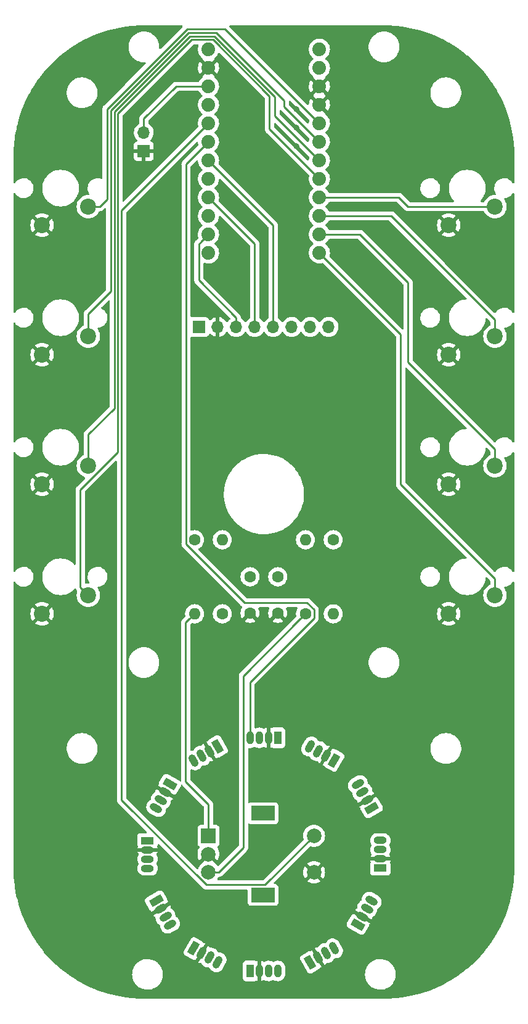
<source format=gbr>
G04 #@! TF.GenerationSoftware,KiCad,Pcbnew,(6.0.0)*
G04 #@! TF.CreationDate,2022-01-02T21:04:18+02:00*
G04 #@! TF.ProjectId,inkkeys,696e6b6b-6579-4732-9e6b-696361645f70,rev?*
G04 #@! TF.SameCoordinates,Original*
G04 #@! TF.FileFunction,Copper,L2,Bot*
G04 #@! TF.FilePolarity,Positive*
%FSLAX46Y46*%
G04 Gerber Fmt 4.6, Leading zero omitted, Abs format (unit mm)*
G04 Created by KiCad (PCBNEW (6.0.0)) date 2022-01-02 21:04:18*
%MOMM*%
%LPD*%
G01*
G04 APERTURE LIST*
G04 Aperture macros list*
%AMHorizOval*
0 Thick line with rounded ends*
0 $1 width*
0 $2 $3 position (X,Y) of the first rounded end (center of the circle)*
0 $4 $5 position (X,Y) of the second rounded end (center of the circle)*
0 Add line between two ends*
20,1,$1,$2,$3,$4,$5,0*
0 Add two circle primitives to create the rounded ends*
1,1,$1,$2,$3*
1,1,$1,$4,$5*%
%AMRotRect*
0 Rectangle, with rotation*
0 The origin of the aperture is its center*
0 $1 length*
0 $2 width*
0 $3 Rotation angle, in degrees counterclockwise*
0 Add horizontal line*
21,1,$1,$2,0,0,$3*%
G04 Aperture macros list end*
G04 #@! TA.AperFunction,ComponentPad*
%ADD10HorizOval,1.000000X0.200000X0.346410X-0.200000X-0.346410X0*%
G04 #@! TD*
G04 #@! TA.AperFunction,ComponentPad*
%ADD11RotRect,1.000000X1.800000X150.000000*%
G04 #@! TD*
G04 #@! TA.AperFunction,ComponentPad*
%ADD12HorizOval,1.000000X0.346410X0.200000X-0.346410X-0.200000X0*%
G04 #@! TD*
G04 #@! TA.AperFunction,ComponentPad*
%ADD13RotRect,1.000000X1.800000X120.000000*%
G04 #@! TD*
G04 #@! TA.AperFunction,ComponentPad*
%ADD14O,1.800000X1.000000*%
G04 #@! TD*
G04 #@! TA.AperFunction,ComponentPad*
%ADD15R,1.800000X1.000000*%
G04 #@! TD*
G04 #@! TA.AperFunction,ComponentPad*
%ADD16HorizOval,1.000000X-0.346410X0.200000X0.346410X-0.200000X0*%
G04 #@! TD*
G04 #@! TA.AperFunction,ComponentPad*
%ADD17RotRect,1.000000X1.800000X60.000000*%
G04 #@! TD*
G04 #@! TA.AperFunction,ComponentPad*
%ADD18HorizOval,1.000000X-0.200000X0.346410X0.200000X-0.346410X0*%
G04 #@! TD*
G04 #@! TA.AperFunction,ComponentPad*
%ADD19RotRect,1.000000X1.800000X30.000000*%
G04 #@! TD*
G04 #@! TA.AperFunction,ComponentPad*
%ADD20O,1.000000X1.800000*%
G04 #@! TD*
G04 #@! TA.AperFunction,ComponentPad*
%ADD21R,1.000000X1.800000*%
G04 #@! TD*
G04 #@! TA.AperFunction,ComponentPad*
%ADD22HorizOval,1.000000X-0.200000X-0.346410X0.200000X0.346410X0*%
G04 #@! TD*
G04 #@! TA.AperFunction,ComponentPad*
%ADD23RotRect,1.000000X1.800000X330.000000*%
G04 #@! TD*
G04 #@! TA.AperFunction,ComponentPad*
%ADD24HorizOval,1.000000X-0.346410X-0.200000X0.346410X0.200000X0*%
G04 #@! TD*
G04 #@! TA.AperFunction,ComponentPad*
%ADD25RotRect,1.000000X1.800000X300.000000*%
G04 #@! TD*
G04 #@! TA.AperFunction,ComponentPad*
%ADD26RotRect,1.000000X1.800000X240.000000*%
G04 #@! TD*
G04 #@! TA.AperFunction,ComponentPad*
%ADD27RotRect,1.000000X1.800000X210.000000*%
G04 #@! TD*
G04 #@! TA.AperFunction,ComponentPad*
%ADD28C,1.879600*%
G04 #@! TD*
G04 #@! TA.AperFunction,ComponentPad*
%ADD29R,1.700000X1.700000*%
G04 #@! TD*
G04 #@! TA.AperFunction,ComponentPad*
%ADD30O,1.700000X1.700000*%
G04 #@! TD*
G04 #@! TA.AperFunction,ComponentPad*
%ADD31C,2.200000*%
G04 #@! TD*
G04 #@! TA.AperFunction,ComponentPad*
%ADD32C,1.600000*%
G04 #@! TD*
G04 #@! TA.AperFunction,ComponentPad*
%ADD33O,1.600000X1.600000*%
G04 #@! TD*
G04 #@! TA.AperFunction,ComponentPad*
%ADD34C,2.000000*%
G04 #@! TD*
G04 #@! TA.AperFunction,ComponentPad*
%ADD35R,3.200000X2.000000*%
G04 #@! TD*
G04 #@! TA.AperFunction,ComponentPad*
%ADD36R,2.000000X2.000000*%
G04 #@! TD*
G04 #@! TA.AperFunction,ViaPad*
%ADD37C,0.800000*%
G04 #@! TD*
G04 #@! TA.AperFunction,Conductor*
%ADD38C,0.250000*%
G04 #@! TD*
G04 APERTURE END LIST*
D10*
X96515891Y-135048594D03*
X97615743Y-135683594D03*
X98715596Y-136318594D03*
D11*
X99815448Y-136953594D03*
D12*
X103071406Y-140205891D03*
X103706406Y-141305743D03*
X104341406Y-142405596D03*
D13*
X104976406Y-143505448D03*
D14*
X106170000Y-147950000D03*
X106170000Y-149220000D03*
X106170000Y-150490000D03*
D15*
X106170000Y-151760000D03*
D16*
X104981406Y-156205891D03*
X104346406Y-157305743D03*
X103711406Y-158405596D03*
D17*
X103076406Y-159505448D03*
D18*
X99824109Y-162761406D03*
X98724257Y-163396406D03*
X97624404Y-164031406D03*
D19*
X96524552Y-164666406D03*
D20*
X92080000Y-165860000D03*
X90810000Y-165860000D03*
X89540000Y-165860000D03*
D21*
X88270000Y-165860000D03*
D22*
X83824109Y-164671406D03*
X82724257Y-164036406D03*
X81624404Y-163401406D03*
D23*
X80524552Y-162766406D03*
D24*
X77268594Y-159514109D03*
X76633594Y-158414257D03*
X75998594Y-157314404D03*
D25*
X75363594Y-156214552D03*
D14*
X74170000Y-151770000D03*
X74170000Y-150500000D03*
X74170000Y-149230000D03*
D15*
X74170000Y-147960000D03*
D16*
X75358594Y-143514109D03*
X75993594Y-142414257D03*
X76628594Y-141314404D03*
D26*
X77263594Y-140214552D03*
D18*
X80515891Y-136958594D03*
X81615743Y-136323594D03*
X82715596Y-135688594D03*
D27*
X83815448Y-135053594D03*
D20*
X88260000Y-133860000D03*
X89530000Y-133860000D03*
X90800000Y-133860000D03*
D21*
X92070000Y-133860000D03*
D28*
X82550000Y-39370000D03*
X82550000Y-41910000D03*
X82550000Y-44450000D03*
X82550000Y-46990000D03*
X82550000Y-49530000D03*
X82550000Y-52070000D03*
X82550000Y-54610000D03*
X82550000Y-57150000D03*
X82550000Y-59690000D03*
X82550000Y-62230000D03*
X82550000Y-64770000D03*
X82550000Y-67310000D03*
X97790000Y-67310000D03*
X97790000Y-64770000D03*
X97790000Y-62230000D03*
X97790000Y-59690000D03*
X97790000Y-57150000D03*
X97790000Y-54610000D03*
X97790000Y-52070000D03*
X97790000Y-49530000D03*
X97790000Y-46990000D03*
X97790000Y-44450000D03*
X97790000Y-41910000D03*
X97790000Y-39370000D03*
D29*
X81280000Y-77470000D03*
D30*
X83820000Y-77470000D03*
X86360000Y-77470000D03*
X88900000Y-77470000D03*
X91440000Y-77470000D03*
X93980000Y-77470000D03*
X96520000Y-77470000D03*
X99060000Y-77470000D03*
X73660000Y-50800000D03*
D29*
X73660000Y-53340000D03*
D31*
X66040000Y-60960000D03*
X59690000Y-63500000D03*
X59690000Y-81280000D03*
X66040000Y-78740000D03*
X59690000Y-99060000D03*
X66040000Y-96520000D03*
X66040000Y-114300000D03*
X59690000Y-116840000D03*
X115570000Y-63500000D03*
X121920000Y-60960000D03*
X121920000Y-78740000D03*
X115570000Y-81280000D03*
X115570000Y-99060000D03*
X121920000Y-96520000D03*
X121920000Y-114300000D03*
X115570000Y-116840000D03*
D32*
X88265000Y-111760000D03*
X88265000Y-116760000D03*
X92075000Y-116760000D03*
X92075000Y-111760000D03*
D33*
X95885000Y-106680000D03*
D32*
X95885000Y-116840000D03*
X84455000Y-116840000D03*
D33*
X84455000Y-106680000D03*
X99695000Y-116840000D03*
D32*
X99695000Y-106680000D03*
X80645000Y-106680000D03*
D33*
X80645000Y-116840000D03*
D34*
X97050000Y-152320000D03*
X97050000Y-147320000D03*
D35*
X90050000Y-155420000D03*
X90050000Y-144220000D03*
D34*
X82550000Y-152320000D03*
X82550000Y-149820000D03*
D36*
X82550000Y-147320000D03*
D37*
X85090000Y-72390000D03*
X95885000Y-72390000D03*
X90170000Y-73660000D03*
X104140000Y-69850000D03*
X94615000Y-47625000D03*
X94615000Y-50165000D03*
X94615000Y-52705000D03*
X93980000Y-73660000D03*
D38*
X84815169Y-36555169D02*
X96850201Y-48590201D01*
X79598469Y-36555169D02*
X84815169Y-36555169D01*
X68611960Y-47541678D02*
X79598469Y-36555169D01*
X68611960Y-59943674D02*
X68611960Y-47541678D01*
X67595634Y-60960000D02*
X68611960Y-59943674D01*
X96850201Y-48590201D02*
X97790000Y-49530000D01*
X66040000Y-60960000D02*
X67595634Y-60960000D01*
X83595325Y-37055179D02*
X92964000Y-46423854D01*
X69111970Y-47748788D02*
X79805579Y-37055179D01*
X79805579Y-37055179D02*
X83595325Y-37055179D01*
X66040000Y-75656998D02*
X69111970Y-72585028D01*
X69111970Y-72585028D02*
X69111970Y-47748788D01*
X66040000Y-78740000D02*
X66040000Y-75656998D01*
X92964000Y-47244000D02*
X97790000Y-52070000D01*
X92964000Y-46423854D02*
X92964000Y-47244000D01*
X80012689Y-37555189D02*
X83388215Y-37555189D01*
X83388215Y-37555189D02*
X91694000Y-45860974D01*
X69611980Y-47955898D02*
X80012689Y-37555189D01*
X69611980Y-88630020D02*
X69611980Y-47955898D01*
X66040000Y-92202000D02*
X69611980Y-88630020D01*
X66040000Y-96520000D02*
X66040000Y-92202000D01*
X91694000Y-48514000D02*
X97790000Y-54610000D01*
X91694000Y-45860974D02*
X91694000Y-48514000D01*
X83181105Y-38055199D02*
X90932000Y-45806094D01*
X80219799Y-38055199D02*
X83181105Y-38055199D01*
X70111990Y-94631012D02*
X70111990Y-48163008D01*
X64940001Y-99803001D02*
X70111990Y-94631012D01*
X64940001Y-113200001D02*
X64940001Y-99803001D01*
X70111990Y-48163008D02*
X80219799Y-38055199D01*
X66040000Y-114300000D02*
X64940001Y-113200001D01*
X90932000Y-50292000D02*
X97790000Y-57150000D01*
X90932000Y-45806094D02*
X90932000Y-50292000D01*
X121920000Y-60960000D02*
X109982000Y-60960000D01*
X108712000Y-59690000D02*
X97790000Y-59690000D01*
X109982000Y-60960000D02*
X108712000Y-59690000D01*
X121920000Y-77184366D02*
X121920000Y-78740000D01*
X121920000Y-76494998D02*
X121920000Y-77184366D01*
X107655002Y-62230000D02*
X121920000Y-76494998D01*
X97790000Y-62230000D02*
X107655002Y-62230000D01*
X121920000Y-94964366D02*
X121920000Y-96520000D01*
X109982000Y-82336998D02*
X121920000Y-94274998D01*
X121920000Y-94274998D02*
X121920000Y-94964366D01*
X109982000Y-71374000D02*
X109982000Y-82336998D01*
X103378000Y-64770000D02*
X109982000Y-71374000D01*
X97790000Y-64770000D02*
X103378000Y-64770000D01*
X121920000Y-112744366D02*
X121920000Y-114300000D01*
X121920000Y-112054998D02*
X121920000Y-112744366D01*
X108966000Y-99100998D02*
X121920000Y-112054998D01*
X108966000Y-78486000D02*
X108966000Y-99100998D01*
X97790000Y-67310000D02*
X108966000Y-78486000D01*
X86360000Y-77470000D02*
X86360000Y-76200000D01*
X81610201Y-65709799D02*
X82550000Y-64770000D01*
X81235199Y-66084801D02*
X81610201Y-65709799D01*
X81235199Y-71075199D02*
X81235199Y-66084801D01*
X86360000Y-76200000D02*
X81235199Y-71075199D01*
X88900000Y-66040000D02*
X82550000Y-59690000D01*
X88900000Y-77470000D02*
X88900000Y-66040000D01*
X91440000Y-63500000D02*
X82550000Y-54610000D01*
X91440000Y-77470000D02*
X91440000Y-63500000D01*
X79469999Y-55150001D02*
X81610201Y-53009799D01*
X79469999Y-107244001D02*
X79469999Y-55150001D01*
X87541998Y-115316000D02*
X79469999Y-107244001D01*
X96100002Y-115316000D02*
X87541998Y-115316000D01*
X97060001Y-116275999D02*
X96100002Y-115316000D01*
X81610201Y-53009799D02*
X82550000Y-52070000D01*
X97060001Y-117404001D02*
X97060001Y-116275999D01*
X88260000Y-126204002D02*
X97060001Y-117404001D01*
X88260000Y-133860000D02*
X88260000Y-126204002D01*
X82239997Y-154044999D02*
X70612000Y-142417002D01*
X90325001Y-154044999D02*
X82239997Y-154044999D01*
X97050000Y-147320000D02*
X90325001Y-154044999D01*
X70612000Y-61468000D02*
X82550000Y-49530000D01*
X70612000Y-142417002D02*
X70612000Y-61468000D01*
X78105000Y-44450000D02*
X82550000Y-44450000D01*
X73660000Y-48895000D02*
X78105000Y-44450000D01*
X73660000Y-50800000D02*
X73660000Y-48895000D01*
X82550000Y-147320000D02*
X82550000Y-146070000D01*
X82550000Y-147320000D02*
X82550000Y-143002000D01*
X79845001Y-117639999D02*
X80645000Y-116840000D01*
X79423381Y-118061619D02*
X79845001Y-117639999D01*
X79423381Y-139875381D02*
X79423381Y-118061619D01*
X82550000Y-143002000D02*
X79423381Y-139875381D01*
X95085001Y-117639999D02*
X95885000Y-116840000D01*
X87349990Y-125375010D02*
X95085001Y-117639999D01*
X87349990Y-148934223D02*
X87349990Y-125375010D01*
X83964213Y-152320000D02*
X87349990Y-148934223D01*
X82550000Y-152320000D02*
X83964213Y-152320000D01*
G04 #@! TA.AperFunction,Conductor*
G36*
X78953665Y-36088002D02*
G01*
X79000158Y-36141658D01*
X79010262Y-36211932D01*
X78980768Y-36276512D01*
X78974639Y-36283095D01*
X75992895Y-39264839D01*
X75930583Y-39298865D01*
X75859768Y-39293800D01*
X75802932Y-39251253D01*
X75778121Y-39184733D01*
X75777802Y-39175084D01*
X75779235Y-38901583D01*
X75779235Y-38901576D01*
X75779257Y-38897297D01*
X75776083Y-38873183D01*
X75754428Y-38708701D01*
X75741732Y-38612266D01*
X75665871Y-38334964D01*
X75592414Y-38162747D01*
X75554763Y-38074476D01*
X75554761Y-38074472D01*
X75553077Y-38070524D01*
X75405439Y-37823839D01*
X75225687Y-37599472D01*
X75017149Y-37401577D01*
X74783683Y-37233814D01*
X74761843Y-37222250D01*
X74738654Y-37209972D01*
X74529608Y-37099288D01*
X74259627Y-37000489D01*
X73978736Y-36939245D01*
X73947685Y-36936801D01*
X73755718Y-36921693D01*
X73755709Y-36921693D01*
X73753261Y-36921500D01*
X73597729Y-36921500D01*
X73595593Y-36921646D01*
X73595582Y-36921646D01*
X73387452Y-36935835D01*
X73387446Y-36935836D01*
X73383175Y-36936127D01*
X73378980Y-36936996D01*
X73378978Y-36936996D01*
X73242416Y-36965277D01*
X73101658Y-36994426D01*
X72830657Y-37090393D01*
X72575188Y-37222250D01*
X72571687Y-37224711D01*
X72571683Y-37224713D01*
X72457582Y-37304905D01*
X72339977Y-37387559D01*
X72129378Y-37583260D01*
X71947287Y-37805732D01*
X71797073Y-38050858D01*
X71795347Y-38054791D01*
X71795346Y-38054792D01*
X71749362Y-38159546D01*
X71681517Y-38314102D01*
X71602756Y-38590594D01*
X71562249Y-38875216D01*
X71562227Y-38879505D01*
X71562226Y-38879512D01*
X71560900Y-39132644D01*
X71560743Y-39162703D01*
X71598268Y-39447734D01*
X71674129Y-39725036D01*
X71786923Y-39989476D01*
X71861358Y-40113847D01*
X71932196Y-40232209D01*
X71934561Y-40236161D01*
X72114313Y-40460528D01*
X72199876Y-40541724D01*
X72315733Y-40651668D01*
X72322851Y-40658423D01*
X72556317Y-40826186D01*
X72560112Y-40828195D01*
X72560113Y-40828196D01*
X72581869Y-40839715D01*
X72810392Y-40960712D01*
X72834699Y-40969607D01*
X72970959Y-41019471D01*
X73080373Y-41059511D01*
X73361264Y-41120755D01*
X73389841Y-41123004D01*
X73584282Y-41138307D01*
X73584291Y-41138307D01*
X73586739Y-41138500D01*
X73742271Y-41138500D01*
X73744410Y-41138354D01*
X73744415Y-41138354D01*
X73761725Y-41137174D01*
X73811486Y-41133781D01*
X73880808Y-41149103D01*
X73930843Y-41199472D01*
X73945703Y-41268896D01*
X73920672Y-41335333D01*
X73909150Y-41348584D01*
X71050108Y-44207625D01*
X68219707Y-47038026D01*
X68211421Y-47045566D01*
X68204942Y-47049678D01*
X68199517Y-47055455D01*
X68158317Y-47099329D01*
X68155562Y-47102171D01*
X68135825Y-47121908D01*
X68133345Y-47125105D01*
X68125642Y-47134125D01*
X68095374Y-47166357D01*
X68091555Y-47173303D01*
X68091553Y-47173306D01*
X68085612Y-47184112D01*
X68074761Y-47200631D01*
X68062346Y-47216637D01*
X68059201Y-47223906D01*
X68059198Y-47223910D01*
X68044786Y-47257215D01*
X68039569Y-47267865D01*
X68018265Y-47306618D01*
X68016294Y-47314293D01*
X68016294Y-47314294D01*
X68013227Y-47326240D01*
X68006823Y-47344944D01*
X67998779Y-47363533D01*
X67997540Y-47371356D01*
X67997537Y-47371366D01*
X67991861Y-47407202D01*
X67989455Y-47418822D01*
X67984403Y-47438500D01*
X67978460Y-47461648D01*
X67978460Y-47481902D01*
X67976909Y-47501612D01*
X67973740Y-47521621D01*
X67974486Y-47529513D01*
X67977901Y-47565639D01*
X67978460Y-47577497D01*
X67978460Y-57037600D01*
X67958458Y-57105721D01*
X67904802Y-57152214D01*
X67834528Y-57162318D01*
X67809469Y-57156039D01*
X67792832Y-57150000D01*
X67665175Y-57103663D01*
X67659926Y-57102714D01*
X67659923Y-57102713D01*
X67442392Y-57063377D01*
X67442385Y-57063376D01*
X67438308Y-57062639D01*
X67420586Y-57061803D01*
X67415644Y-57061570D01*
X67415637Y-57061570D01*
X67414156Y-57061500D01*
X67252110Y-57061500D01*
X67185191Y-57067178D01*
X67085591Y-57075629D01*
X67085587Y-57075630D01*
X67080280Y-57076080D01*
X67075125Y-57077418D01*
X67075119Y-57077419D01*
X66862297Y-57132657D01*
X66862293Y-57132658D01*
X66857128Y-57133999D01*
X66852262Y-57136191D01*
X66852259Y-57136192D01*
X66743980Y-57184968D01*
X66646925Y-57228688D01*
X66455681Y-57357441D01*
X66288865Y-57516576D01*
X66151246Y-57701542D01*
X66148830Y-57706293D01*
X66148828Y-57706297D01*
X66112554Y-57777644D01*
X66046760Y-57907051D01*
X66045178Y-57912145D01*
X66045177Y-57912148D01*
X65990669Y-58087692D01*
X65978393Y-58127227D01*
X65977692Y-58132516D01*
X65950134Y-58340444D01*
X65948102Y-58355774D01*
X65948302Y-58361103D01*
X65948302Y-58361105D01*
X65952031Y-58460425D01*
X65956751Y-58586158D01*
X66004093Y-58811791D01*
X66006051Y-58816750D01*
X66006052Y-58816752D01*
X66081579Y-59007996D01*
X66088776Y-59026221D01*
X66091543Y-59030780D01*
X66091544Y-59030783D01*
X66107150Y-59056500D01*
X66167739Y-59156347D01*
X66185977Y-59224959D01*
X66164226Y-59292541D01*
X66109390Y-59337636D01*
X66050139Y-59347323D01*
X66044939Y-59346914D01*
X66044930Y-59346914D01*
X66040000Y-59346526D01*
X65787597Y-59366391D01*
X65782790Y-59367545D01*
X65782784Y-59367546D01*
X65626032Y-59405179D01*
X65541409Y-59425495D01*
X65536838Y-59427388D01*
X65536836Y-59427389D01*
X65312072Y-59520489D01*
X65312068Y-59520491D01*
X65307498Y-59522384D01*
X65091624Y-59654672D01*
X64899102Y-59819102D01*
X64734672Y-60011624D01*
X64602384Y-60227498D01*
X64600491Y-60232068D01*
X64600489Y-60232072D01*
X64507389Y-60456836D01*
X64505495Y-60461409D01*
X64504340Y-60466221D01*
X64464567Y-60631889D01*
X64446391Y-60707597D01*
X64426526Y-60960000D01*
X64446391Y-61212403D01*
X64447545Y-61217210D01*
X64447546Y-61217216D01*
X64472151Y-61319704D01*
X64505495Y-61458591D01*
X64507388Y-61463162D01*
X64507389Y-61463164D01*
X64599377Y-61685242D01*
X64602384Y-61692502D01*
X64734672Y-61908376D01*
X64899102Y-62100898D01*
X65091624Y-62265328D01*
X65307498Y-62397616D01*
X65312068Y-62399509D01*
X65312072Y-62399511D01*
X65536836Y-62492611D01*
X65541409Y-62494505D01*
X65626032Y-62514821D01*
X65782784Y-62552454D01*
X65782790Y-62552455D01*
X65787597Y-62553609D01*
X66040000Y-62573474D01*
X66292403Y-62553609D01*
X66297210Y-62552455D01*
X66297216Y-62552454D01*
X66453968Y-62514821D01*
X66538591Y-62494505D01*
X66543164Y-62492611D01*
X66767928Y-62399511D01*
X66767932Y-62399509D01*
X66772502Y-62397616D01*
X66988376Y-62265328D01*
X67180898Y-62100898D01*
X67345328Y-61908376D01*
X67477616Y-61692502D01*
X67483939Y-61677238D01*
X67486344Y-61671432D01*
X67530893Y-61616152D01*
X67598786Y-61593714D01*
X67599750Y-61593684D01*
X67603626Y-61593562D01*
X67607579Y-61593500D01*
X67635490Y-61593500D01*
X67639425Y-61593003D01*
X67639490Y-61592995D01*
X67651327Y-61592062D01*
X67683585Y-61591048D01*
X67687604Y-61590922D01*
X67695523Y-61590673D01*
X67714977Y-61585021D01*
X67734334Y-61581013D01*
X67746564Y-61579468D01*
X67746565Y-61579468D01*
X67754431Y-61578474D01*
X67761802Y-61575555D01*
X67761804Y-61575555D01*
X67795546Y-61562196D01*
X67806776Y-61558351D01*
X67841617Y-61548229D01*
X67841618Y-61548229D01*
X67849227Y-61546018D01*
X67856046Y-61541985D01*
X67856051Y-61541983D01*
X67866662Y-61535707D01*
X67884410Y-61527012D01*
X67903251Y-61519552D01*
X67919299Y-61507893D01*
X67939021Y-61493564D01*
X67948941Y-61487048D01*
X67980169Y-61468580D01*
X67980172Y-61468578D01*
X67986996Y-61464542D01*
X68001317Y-61450221D01*
X68016351Y-61437380D01*
X68018066Y-61436134D01*
X68032741Y-61425472D01*
X68060932Y-61391395D01*
X68068922Y-61382616D01*
X68263375Y-61188163D01*
X68325687Y-61154137D01*
X68396502Y-61159202D01*
X68453338Y-61201749D01*
X68478149Y-61268269D01*
X68478470Y-61277258D01*
X68478470Y-72270434D01*
X68458468Y-72338555D01*
X68441565Y-72359529D01*
X65647747Y-75153346D01*
X65639461Y-75160886D01*
X65632982Y-75164998D01*
X65627557Y-75170775D01*
X65586357Y-75214649D01*
X65583602Y-75217491D01*
X65563865Y-75237228D01*
X65561385Y-75240425D01*
X65553682Y-75249445D01*
X65523414Y-75281677D01*
X65519595Y-75288623D01*
X65519593Y-75288626D01*
X65513652Y-75299432D01*
X65502801Y-75315951D01*
X65490386Y-75331957D01*
X65487241Y-75339226D01*
X65487238Y-75339230D01*
X65472826Y-75372535D01*
X65467609Y-75383185D01*
X65446305Y-75421938D01*
X65444334Y-75429613D01*
X65444334Y-75429614D01*
X65441267Y-75441560D01*
X65434863Y-75460264D01*
X65426819Y-75478853D01*
X65425580Y-75486676D01*
X65425577Y-75486686D01*
X65419901Y-75522522D01*
X65417495Y-75534142D01*
X65413600Y-75549313D01*
X65406500Y-75576968D01*
X65406500Y-75597222D01*
X65404949Y-75616932D01*
X65401780Y-75636941D01*
X65402526Y-75644833D01*
X65405941Y-75680959D01*
X65406500Y-75692817D01*
X65406500Y-77177185D01*
X65386498Y-77245306D01*
X65328720Y-77293593D01*
X65312075Y-77300488D01*
X65307498Y-77302384D01*
X65091624Y-77434672D01*
X64899102Y-77599102D01*
X64734672Y-77791624D01*
X64602384Y-78007498D01*
X64600491Y-78012068D01*
X64600489Y-78012072D01*
X64507389Y-78236836D01*
X64505495Y-78241409D01*
X64496473Y-78278990D01*
X64455694Y-78448848D01*
X64446391Y-78487597D01*
X64426526Y-78740000D01*
X64426914Y-78744930D01*
X64427390Y-78750980D01*
X64446391Y-78992403D01*
X64505495Y-79238591D01*
X64602384Y-79472502D01*
X64734672Y-79688376D01*
X64899102Y-79880898D01*
X65091624Y-80045328D01*
X65307498Y-80177616D01*
X65312068Y-80179509D01*
X65312072Y-80179511D01*
X65536836Y-80272611D01*
X65541409Y-80274505D01*
X65626032Y-80294821D01*
X65782784Y-80332454D01*
X65782790Y-80332455D01*
X65787597Y-80333609D01*
X66040000Y-80353474D01*
X66292403Y-80333609D01*
X66297210Y-80332455D01*
X66297216Y-80332454D01*
X66453968Y-80294821D01*
X66538591Y-80274505D01*
X66543164Y-80272611D01*
X66767928Y-80179511D01*
X66767932Y-80179509D01*
X66772502Y-80177616D01*
X66988376Y-80045328D01*
X67180898Y-79880898D01*
X67345328Y-79688376D01*
X67477616Y-79472502D01*
X67574505Y-79238591D01*
X67633609Y-78992403D01*
X67652610Y-78750980D01*
X67653086Y-78744930D01*
X67653474Y-78740000D01*
X67633609Y-78487597D01*
X67624307Y-78448848D01*
X67583527Y-78278990D01*
X67574505Y-78241409D01*
X67572611Y-78236836D01*
X67479511Y-78012072D01*
X67479509Y-78012068D01*
X67477616Y-78007498D01*
X67345328Y-77791624D01*
X67342121Y-77787869D01*
X67342118Y-77787865D01*
X67320596Y-77762667D01*
X67291565Y-77697878D01*
X67302170Y-77627678D01*
X67349044Y-77574355D01*
X67405753Y-77555287D01*
X67450650Y-77551478D01*
X67534409Y-77544371D01*
X67534413Y-77544370D01*
X67539720Y-77543920D01*
X67544875Y-77542582D01*
X67544881Y-77542581D01*
X67757703Y-77487343D01*
X67757707Y-77487342D01*
X67762872Y-77486001D01*
X67767738Y-77483809D01*
X67767741Y-77483808D01*
X67968202Y-77393507D01*
X67973075Y-77391312D01*
X68164319Y-77262559D01*
X68174841Y-77252522D01*
X68327278Y-77107103D01*
X68331135Y-77103424D01*
X68468754Y-76918458D01*
X68473422Y-76909278D01*
X68530669Y-76796680D01*
X68573240Y-76712949D01*
X68586274Y-76670975D01*
X68640024Y-76497871D01*
X68641607Y-76492773D01*
X68646696Y-76454375D01*
X68671198Y-76269511D01*
X68671198Y-76269506D01*
X68671898Y-76264226D01*
X68663249Y-76033842D01*
X68615907Y-75808209D01*
X68604484Y-75779283D01*
X68533185Y-75598744D01*
X68533184Y-75598742D01*
X68531224Y-75593779D01*
X68525835Y-75584897D01*
X68414390Y-75401243D01*
X68411623Y-75396683D01*
X68324755Y-75296576D01*
X68264023Y-75226588D01*
X68264021Y-75226586D01*
X68260523Y-75222555D01*
X68176117Y-75153346D01*
X68086373Y-75079760D01*
X68086367Y-75079756D01*
X68082245Y-75076376D01*
X68077609Y-75073737D01*
X68077606Y-75073735D01*
X67886519Y-74964962D01*
X67886517Y-74964961D01*
X67881886Y-74962325D01*
X67876877Y-74960507D01*
X67873618Y-74959001D01*
X67820170Y-74912270D01*
X67800471Y-74844061D01*
X67820777Y-74776030D01*
X67837375Y-74755527D01*
X68763385Y-73829517D01*
X68825697Y-73795491D01*
X68896512Y-73800556D01*
X68953348Y-73843103D01*
X68978159Y-73909623D01*
X68978480Y-73918612D01*
X68978480Y-88315426D01*
X68958478Y-88383547D01*
X68941575Y-88404521D01*
X65647747Y-91698348D01*
X65639461Y-91705888D01*
X65632982Y-91710000D01*
X65627557Y-91715777D01*
X65586357Y-91759651D01*
X65583602Y-91762493D01*
X65563865Y-91782230D01*
X65561385Y-91785427D01*
X65553682Y-91794447D01*
X65523414Y-91826679D01*
X65519595Y-91833625D01*
X65519593Y-91833628D01*
X65513652Y-91844434D01*
X65502801Y-91860953D01*
X65490386Y-91876959D01*
X65487241Y-91884228D01*
X65487238Y-91884232D01*
X65472826Y-91917537D01*
X65467609Y-91928187D01*
X65446305Y-91966940D01*
X65444334Y-91974615D01*
X65444334Y-91974616D01*
X65441267Y-91986562D01*
X65434863Y-92005266D01*
X65426819Y-92023855D01*
X65425580Y-92031678D01*
X65425577Y-92031688D01*
X65419901Y-92067524D01*
X65417495Y-92079144D01*
X65406500Y-92121970D01*
X65406500Y-92142224D01*
X65404949Y-92161934D01*
X65401780Y-92181943D01*
X65402526Y-92189835D01*
X65405941Y-92225961D01*
X65406500Y-92237819D01*
X65406500Y-94957185D01*
X65386498Y-95025306D01*
X65328720Y-95073593D01*
X65312075Y-95080488D01*
X65307498Y-95082384D01*
X65091624Y-95214672D01*
X64899102Y-95379102D01*
X64734672Y-95571624D01*
X64602384Y-95787498D01*
X64600491Y-95792068D01*
X64600489Y-95792072D01*
X64507669Y-96016161D01*
X64505495Y-96021409D01*
X64504340Y-96026221D01*
X64448950Y-96256939D01*
X64446391Y-96267597D01*
X64426526Y-96520000D01*
X64446391Y-96772403D01*
X64447545Y-96777210D01*
X64447546Y-96777216D01*
X64454868Y-96807714D01*
X64505495Y-97018591D01*
X64507388Y-97023162D01*
X64507389Y-97023164D01*
X64599187Y-97244783D01*
X64602384Y-97252502D01*
X64734672Y-97468376D01*
X64899102Y-97660898D01*
X65091624Y-97825328D01*
X65307498Y-97957616D01*
X65312068Y-97959509D01*
X65312072Y-97959511D01*
X65541409Y-98054505D01*
X65540886Y-98055767D01*
X65594361Y-98092336D01*
X65621995Y-98157734D01*
X65609886Y-98227691D01*
X65585911Y-98261187D01*
X64547748Y-99299349D01*
X64539462Y-99306889D01*
X64532983Y-99311001D01*
X64527558Y-99316778D01*
X64486358Y-99360652D01*
X64483603Y-99363494D01*
X64463866Y-99383231D01*
X64461386Y-99386428D01*
X64453683Y-99395448D01*
X64423415Y-99427680D01*
X64419596Y-99434626D01*
X64419594Y-99434629D01*
X64413653Y-99445435D01*
X64402802Y-99461954D01*
X64390387Y-99477960D01*
X64387242Y-99485229D01*
X64387239Y-99485233D01*
X64372827Y-99518538D01*
X64367610Y-99529188D01*
X64346306Y-99567941D01*
X64344335Y-99575616D01*
X64344335Y-99575617D01*
X64341268Y-99587563D01*
X64334864Y-99606267D01*
X64326820Y-99624856D01*
X64325581Y-99632679D01*
X64325578Y-99632689D01*
X64319902Y-99668525D01*
X64317496Y-99680145D01*
X64306501Y-99722971D01*
X64306501Y-99743225D01*
X64304950Y-99762935D01*
X64301781Y-99782944D01*
X64302527Y-99790836D01*
X64305942Y-99826962D01*
X64306501Y-99838820D01*
X64306501Y-109988542D01*
X64286499Y-110056663D01*
X64232843Y-110103156D01*
X64162569Y-110113260D01*
X64097989Y-110083766D01*
X64088651Y-110074795D01*
X63953297Y-109930658D01*
X63953296Y-109930657D01*
X63950582Y-109927767D01*
X63707375Y-109726568D01*
X63440869Y-109557438D01*
X63437290Y-109555754D01*
X63437283Y-109555750D01*
X63158856Y-109424733D01*
X63158852Y-109424731D01*
X63155266Y-109423044D01*
X62855072Y-109325505D01*
X62545020Y-109266359D01*
X62308838Y-109251500D01*
X62151162Y-109251500D01*
X61914980Y-109266359D01*
X61604928Y-109325505D01*
X61304734Y-109423044D01*
X61301148Y-109424731D01*
X61301144Y-109424733D01*
X61022717Y-109555750D01*
X61022710Y-109555754D01*
X61019131Y-109557438D01*
X60752625Y-109726568D01*
X60509418Y-109927767D01*
X60293346Y-110157860D01*
X60107816Y-110413221D01*
X60105909Y-110416690D01*
X60105907Y-110416693D01*
X59992776Y-110622477D01*
X59955753Y-110689821D01*
X59954300Y-110693490D01*
X59954298Y-110693495D01*
X59889730Y-110856576D01*
X59839557Y-110983298D01*
X59761060Y-111289025D01*
X59721500Y-111602179D01*
X59721500Y-111917821D01*
X59761060Y-112230975D01*
X59839557Y-112536702D01*
X59841010Y-112540371D01*
X59841010Y-112540372D01*
X59952268Y-112821376D01*
X59955753Y-112830179D01*
X59957659Y-112833647D01*
X59957660Y-112833648D01*
X60091603Y-113077287D01*
X60107816Y-113106779D01*
X60293346Y-113362140D01*
X60429959Y-113507618D01*
X60490486Y-113572072D01*
X60509418Y-113592233D01*
X60752625Y-113793432D01*
X61019131Y-113962562D01*
X61022710Y-113964246D01*
X61022717Y-113964250D01*
X61301144Y-114095267D01*
X61301148Y-114095269D01*
X61304734Y-114096956D01*
X61604928Y-114194495D01*
X61914980Y-114253641D01*
X62151162Y-114268500D01*
X62308838Y-114268500D01*
X62545020Y-114253641D01*
X62855072Y-114194495D01*
X63155266Y-114096956D01*
X63158852Y-114095269D01*
X63158856Y-114095267D01*
X63437283Y-113964250D01*
X63437290Y-113964246D01*
X63440869Y-113962562D01*
X63707375Y-113793432D01*
X63950582Y-113592233D01*
X63957810Y-113584536D01*
X64138212Y-113392428D01*
X64199425Y-113356462D01*
X64270365Y-113359301D01*
X64328509Y-113400041D01*
X64348570Y-113438729D01*
X64348623Y-113438706D01*
X64348953Y-113439468D01*
X64351059Y-113443530D01*
X64353983Y-113453594D01*
X64358016Y-113460413D01*
X64358018Y-113460418D01*
X64364294Y-113471029D01*
X64372989Y-113488777D01*
X64380449Y-113507618D01*
X64385111Y-113514034D01*
X64385111Y-113514035D01*
X64406437Y-113543388D01*
X64412953Y-113553308D01*
X64435459Y-113591363D01*
X64449780Y-113605684D01*
X64462620Y-113620717D01*
X64474529Y-113637108D01*
X64480635Y-113642160D01*
X64486065Y-113647942D01*
X64484037Y-113649846D01*
X64516316Y-113697657D01*
X64517924Y-113768635D01*
X64512664Y-113784100D01*
X64507391Y-113796830D01*
X64507389Y-113796836D01*
X64505495Y-113801409D01*
X64504340Y-113806221D01*
X64466401Y-113964250D01*
X64446391Y-114047597D01*
X64426526Y-114300000D01*
X64446391Y-114552403D01*
X64447545Y-114557210D01*
X64447546Y-114557216D01*
X64482204Y-114701577D01*
X64505495Y-114798591D01*
X64507388Y-114803162D01*
X64507389Y-114803164D01*
X64531908Y-114862357D01*
X64602384Y-115032502D01*
X64734672Y-115248376D01*
X64899102Y-115440898D01*
X65091624Y-115605328D01*
X65307498Y-115737616D01*
X65312068Y-115739509D01*
X65312072Y-115739511D01*
X65536776Y-115832586D01*
X65541409Y-115834505D01*
X65626032Y-115854821D01*
X65782784Y-115892454D01*
X65782790Y-115892455D01*
X65787597Y-115893609D01*
X66040000Y-115913474D01*
X66292403Y-115893609D01*
X66297210Y-115892455D01*
X66297216Y-115892454D01*
X66453968Y-115854821D01*
X66538591Y-115834505D01*
X66543224Y-115832586D01*
X66767928Y-115739511D01*
X66767932Y-115739509D01*
X66772502Y-115737616D01*
X66988376Y-115605328D01*
X67180898Y-115440898D01*
X67345328Y-115248376D01*
X67477616Y-115032502D01*
X67548093Y-114862357D01*
X67572611Y-114803164D01*
X67572612Y-114803162D01*
X67574505Y-114798591D01*
X67597796Y-114701577D01*
X67632454Y-114557216D01*
X67632455Y-114557210D01*
X67633609Y-114552403D01*
X67653474Y-114300000D01*
X67633609Y-114047597D01*
X67613600Y-113964250D01*
X67575660Y-113806221D01*
X67574505Y-113801409D01*
X67572611Y-113796836D01*
X67479511Y-113572072D01*
X67479509Y-113572068D01*
X67477616Y-113567498D01*
X67345328Y-113351624D01*
X67342121Y-113347869D01*
X67342118Y-113347865D01*
X67320596Y-113322667D01*
X67291565Y-113257878D01*
X67302170Y-113187678D01*
X67349044Y-113134355D01*
X67405753Y-113115287D01*
X67450650Y-113111478D01*
X67534409Y-113104371D01*
X67534413Y-113104370D01*
X67539720Y-113103920D01*
X67544875Y-113102582D01*
X67544881Y-113102581D01*
X67757703Y-113047343D01*
X67757707Y-113047342D01*
X67762872Y-113046001D01*
X67767738Y-113043809D01*
X67767741Y-113043808D01*
X67968202Y-112953507D01*
X67973075Y-112951312D01*
X68164319Y-112822559D01*
X68227486Y-112762301D01*
X68316237Y-112677636D01*
X68331135Y-112663424D01*
X68468754Y-112478458D01*
X68473422Y-112469278D01*
X68570822Y-112277704D01*
X68573240Y-112272949D01*
X68586274Y-112230975D01*
X68640024Y-112057871D01*
X68641607Y-112052773D01*
X68657259Y-111934677D01*
X68671198Y-111829511D01*
X68671198Y-111829506D01*
X68671898Y-111824226D01*
X68663249Y-111593842D01*
X68615907Y-111368209D01*
X68593218Y-111310757D01*
X68533185Y-111158744D01*
X68533184Y-111158742D01*
X68531224Y-111153779D01*
X68504242Y-111109313D01*
X68414390Y-110961243D01*
X68411623Y-110956683D01*
X68324755Y-110856576D01*
X68264023Y-110786588D01*
X68264021Y-110786586D01*
X68260523Y-110782555D01*
X68218970Y-110748484D01*
X68086373Y-110639760D01*
X68086367Y-110639756D01*
X68082245Y-110636376D01*
X68077609Y-110633737D01*
X68077606Y-110633735D01*
X67886529Y-110524968D01*
X67881886Y-110522325D01*
X67665175Y-110443663D01*
X67659926Y-110442714D01*
X67659923Y-110442713D01*
X67442392Y-110403377D01*
X67442385Y-110403376D01*
X67438308Y-110402639D01*
X67420586Y-110401803D01*
X67415644Y-110401570D01*
X67415637Y-110401570D01*
X67414156Y-110401500D01*
X67252110Y-110401500D01*
X67185191Y-110407178D01*
X67085591Y-110415629D01*
X67085587Y-110415630D01*
X67080280Y-110416080D01*
X67075125Y-110417418D01*
X67075119Y-110417419D01*
X66862297Y-110472657D01*
X66862293Y-110472658D01*
X66857128Y-110473999D01*
X66852262Y-110476191D01*
X66852259Y-110476192D01*
X66745479Y-110524293D01*
X66646925Y-110568688D01*
X66455681Y-110697441D01*
X66451824Y-110701120D01*
X66451822Y-110701122D01*
X66382464Y-110767287D01*
X66288865Y-110856576D01*
X66151246Y-111041542D01*
X66148830Y-111046293D01*
X66148828Y-111046297D01*
X66112554Y-111117644D01*
X66046760Y-111247051D01*
X66045178Y-111252145D01*
X66045177Y-111252148D01*
X65983115Y-111452020D01*
X65978393Y-111467227D01*
X65977692Y-111472516D01*
X65962304Y-111588623D01*
X65948102Y-111695774D01*
X65956751Y-111926158D01*
X66004093Y-112151791D01*
X66006051Y-112156750D01*
X66006052Y-112156752D01*
X66028750Y-112214225D01*
X66088776Y-112366221D01*
X66167739Y-112496347D01*
X66185977Y-112564959D01*
X66164226Y-112632541D01*
X66109390Y-112677636D01*
X66050139Y-112687323D01*
X66044939Y-112686914D01*
X66044930Y-112686914D01*
X66040000Y-112686526D01*
X65787597Y-112706391D01*
X65782790Y-112707545D01*
X65782784Y-112707546D01*
X65728915Y-112720479D01*
X65658007Y-112716931D01*
X65600273Y-112675612D01*
X65574043Y-112609638D01*
X65573501Y-112597960D01*
X65573501Y-100117595D01*
X65593503Y-100049474D01*
X65610406Y-100028500D01*
X69763405Y-95875502D01*
X69825717Y-95841476D01*
X69896533Y-95846541D01*
X69953368Y-95889088D01*
X69978179Y-95955608D01*
X69978500Y-95964597D01*
X69978500Y-142338235D01*
X69977973Y-142349418D01*
X69976298Y-142356911D01*
X69976547Y-142364837D01*
X69976547Y-142364838D01*
X69978438Y-142424988D01*
X69978500Y-142428947D01*
X69978500Y-142456858D01*
X69978997Y-142460792D01*
X69978997Y-142460793D01*
X69979005Y-142460858D01*
X69979938Y-142472695D01*
X69981327Y-142516891D01*
X69985985Y-142532923D01*
X69986978Y-142536341D01*
X69990987Y-142555702D01*
X69993526Y-142575799D01*
X69996445Y-142583170D01*
X69996445Y-142583172D01*
X70009804Y-142616914D01*
X70013649Y-142628144D01*
X70025982Y-142670595D01*
X70030015Y-142677414D01*
X70030017Y-142677419D01*
X70036293Y-142688030D01*
X70044988Y-142705778D01*
X70052448Y-142724619D01*
X70057110Y-142731035D01*
X70057110Y-142731036D01*
X70078436Y-142760389D01*
X70084952Y-142770309D01*
X70103283Y-142801304D01*
X70107458Y-142808364D01*
X70121779Y-142822685D01*
X70134619Y-142837718D01*
X70146528Y-142854109D01*
X70164018Y-142868578D01*
X70180605Y-142882300D01*
X70189384Y-142890290D01*
X74035499Y-146736405D01*
X74069525Y-146798717D01*
X74064460Y-146869532D01*
X74021913Y-146926368D01*
X73955393Y-146951179D01*
X73946404Y-146951500D01*
X73221866Y-146951500D01*
X73159684Y-146958255D01*
X73023295Y-147009385D01*
X72906739Y-147096739D01*
X72819385Y-147213295D01*
X72768255Y-147349684D01*
X72761500Y-147411866D01*
X72761500Y-148508134D01*
X72768255Y-148570316D01*
X72819385Y-148706705D01*
X72824771Y-148713892D01*
X72829079Y-148721760D01*
X72827006Y-148722895D01*
X72847368Y-148777394D01*
X72837850Y-148835277D01*
X72834444Y-148843380D01*
X72798750Y-148958692D01*
X72798544Y-148972795D01*
X72805299Y-148976000D01*
X75527924Y-148976000D01*
X75541455Y-148972027D01*
X75542575Y-148964232D01*
X75510862Y-148856479D01*
X75503960Y-148839396D01*
X75505086Y-148838941D01*
X75492502Y-148775604D01*
X75512770Y-148722772D01*
X75510921Y-148721760D01*
X75515229Y-148713892D01*
X75520615Y-148706705D01*
X75571745Y-148570316D01*
X75572598Y-148562460D01*
X75574425Y-148554778D01*
X75575892Y-148555127D01*
X75599750Y-148497704D01*
X75658111Y-148457276D01*
X75729065Y-148454817D01*
X75786869Y-148487775D01*
X78766317Y-151467224D01*
X81736345Y-154437252D01*
X81743885Y-154445538D01*
X81747997Y-154452017D01*
X81753774Y-154457442D01*
X81797648Y-154498642D01*
X81800490Y-154501397D01*
X81820227Y-154521134D01*
X81823424Y-154523614D01*
X81832444Y-154531317D01*
X81864676Y-154561585D01*
X81871622Y-154565404D01*
X81871625Y-154565406D01*
X81882431Y-154571347D01*
X81898950Y-154582198D01*
X81914956Y-154594613D01*
X81922225Y-154597758D01*
X81922229Y-154597761D01*
X81955534Y-154612173D01*
X81966184Y-154617390D01*
X82004937Y-154638694D01*
X82012612Y-154640665D01*
X82012613Y-154640665D01*
X82024559Y-154643732D01*
X82043264Y-154650136D01*
X82061852Y-154658180D01*
X82069675Y-154659419D01*
X82069685Y-154659422D01*
X82105521Y-154665098D01*
X82117141Y-154667504D01*
X82152286Y-154676527D01*
X82159967Y-154678499D01*
X82180221Y-154678499D01*
X82199931Y-154680050D01*
X82219940Y-154683219D01*
X82227832Y-154682473D01*
X82263958Y-154679058D01*
X82275816Y-154678499D01*
X87815500Y-154678499D01*
X87883621Y-154698501D01*
X87930114Y-154752157D01*
X87941500Y-154804499D01*
X87941500Y-156468134D01*
X87948255Y-156530316D01*
X87999385Y-156666705D01*
X88086739Y-156783261D01*
X88203295Y-156870615D01*
X88339684Y-156921745D01*
X88401866Y-156928500D01*
X91698134Y-156928500D01*
X91760316Y-156921745D01*
X91896705Y-156870615D01*
X92013261Y-156783261D01*
X92100615Y-156666705D01*
X92151745Y-156530316D01*
X92158500Y-156468134D01*
X92158500Y-154371866D01*
X92151745Y-154309684D01*
X92100615Y-154173295D01*
X92013261Y-154056739D01*
X91896705Y-153969385D01*
X91760316Y-153918255D01*
X91698134Y-153911500D01*
X91658594Y-153911500D01*
X91590473Y-153891498D01*
X91543980Y-153837842D01*
X91533876Y-153767568D01*
X91563370Y-153702988D01*
X91569499Y-153696405D01*
X91713234Y-153552670D01*
X96182160Y-153552670D01*
X96187887Y-153560320D01*
X96359042Y-153665205D01*
X96367837Y-153669687D01*
X96577988Y-153756734D01*
X96587373Y-153759783D01*
X96808554Y-153812885D01*
X96818301Y-153814428D01*
X97045070Y-153832275D01*
X97054930Y-153832275D01*
X97281699Y-153814428D01*
X97291446Y-153812885D01*
X97512627Y-153759783D01*
X97522012Y-153756734D01*
X97732163Y-153669687D01*
X97740958Y-153665205D01*
X97908445Y-153562568D01*
X97917907Y-153552110D01*
X97914124Y-153543334D01*
X97062812Y-152692022D01*
X97048868Y-152684408D01*
X97047035Y-152684539D01*
X97040420Y-152688790D01*
X96188920Y-153540290D01*
X96182160Y-153552670D01*
X91713234Y-153552670D01*
X92940975Y-152324930D01*
X95537725Y-152324930D01*
X95555572Y-152551699D01*
X95557115Y-152561446D01*
X95610217Y-152782627D01*
X95613266Y-152792012D01*
X95700313Y-153002163D01*
X95704795Y-153010958D01*
X95807432Y-153178445D01*
X95817890Y-153187907D01*
X95826666Y-153184124D01*
X96677978Y-152332812D01*
X96684356Y-152321132D01*
X97414408Y-152321132D01*
X97414539Y-152322965D01*
X97418790Y-152329580D01*
X98270290Y-153181080D01*
X98282670Y-153187840D01*
X98290320Y-153182113D01*
X98395205Y-153010958D01*
X98399687Y-153002163D01*
X98486734Y-152792012D01*
X98489783Y-152782627D01*
X98542885Y-152561446D01*
X98544428Y-152551699D01*
X98562275Y-152324930D01*
X98562275Y-152315070D01*
X98561729Y-152308134D01*
X104761500Y-152308134D01*
X104768255Y-152370316D01*
X104819385Y-152506705D01*
X104906739Y-152623261D01*
X105023295Y-152710615D01*
X105159684Y-152761745D01*
X105221866Y-152768500D01*
X107118134Y-152768500D01*
X107180316Y-152761745D01*
X107316705Y-152710615D01*
X107433261Y-152623261D01*
X107520615Y-152506705D01*
X107571745Y-152370316D01*
X107578500Y-152308134D01*
X107578500Y-151211866D01*
X107571745Y-151149684D01*
X107520615Y-151013295D01*
X107515229Y-151006108D01*
X107510921Y-150998240D01*
X107512994Y-150997105D01*
X107492632Y-150942606D01*
X107502150Y-150884723D01*
X107505556Y-150876620D01*
X107541250Y-150761308D01*
X107541456Y-150747205D01*
X107534701Y-150744000D01*
X104812076Y-150744000D01*
X104798545Y-150747973D01*
X104797425Y-150755768D01*
X104829138Y-150863521D01*
X104836040Y-150880604D01*
X104834914Y-150881059D01*
X104847498Y-150944396D01*
X104827230Y-150997228D01*
X104829079Y-150998240D01*
X104824771Y-151006108D01*
X104819385Y-151013295D01*
X104768255Y-151149684D01*
X104761500Y-151211866D01*
X104761500Y-152308134D01*
X98561729Y-152308134D01*
X98544428Y-152088301D01*
X98542885Y-152078554D01*
X98489783Y-151857373D01*
X98486734Y-151847988D01*
X98399687Y-151637837D01*
X98395205Y-151629042D01*
X98292568Y-151461555D01*
X98282110Y-151452093D01*
X98273334Y-151455876D01*
X97422022Y-152307188D01*
X97414408Y-152321132D01*
X96684356Y-152321132D01*
X96685592Y-152318868D01*
X96685461Y-152317035D01*
X96681210Y-152310420D01*
X95829710Y-151458920D01*
X95817330Y-151452160D01*
X95809680Y-151457887D01*
X95704795Y-151629042D01*
X95700313Y-151637837D01*
X95613266Y-151847988D01*
X95610217Y-151857373D01*
X95557115Y-152078554D01*
X95555572Y-152088301D01*
X95537725Y-152315070D01*
X95537725Y-152324930D01*
X92940975Y-152324930D01*
X94012113Y-151253792D01*
X94178015Y-151087890D01*
X96182093Y-151087890D01*
X96185876Y-151096666D01*
X97037188Y-151947978D01*
X97051132Y-151955592D01*
X97052965Y-151955461D01*
X97059580Y-151951210D01*
X97911080Y-151099710D01*
X97917840Y-151087330D01*
X97912113Y-151079680D01*
X97740958Y-150974795D01*
X97732163Y-150970313D01*
X97522012Y-150883266D01*
X97512627Y-150880217D01*
X97291446Y-150827115D01*
X97281699Y-150825572D01*
X97054930Y-150807725D01*
X97045070Y-150807725D01*
X96818301Y-150825572D01*
X96808554Y-150827115D01*
X96587373Y-150880217D01*
X96577988Y-150883266D01*
X96367837Y-150970313D01*
X96359042Y-150974795D01*
X96191555Y-151077432D01*
X96182093Y-151087890D01*
X94178015Y-151087890D01*
X96052980Y-149212925D01*
X104756645Y-149212925D01*
X104774570Y-149409888D01*
X104776308Y-149415794D01*
X104776309Y-149415798D01*
X104780969Y-149431630D01*
X104830410Y-149599619D01*
X104833263Y-149605077D01*
X104833265Y-149605081D01*
X104859851Y-149655934D01*
X104922040Y-149774890D01*
X104925900Y-149779690D01*
X104929274Y-149784847D01*
X104927281Y-149786151D01*
X104950354Y-149842023D01*
X104937674Y-149911878D01*
X104929522Y-149925814D01*
X104927360Y-149929020D01*
X104839196Y-150092076D01*
X104834444Y-150103381D01*
X104798750Y-150218692D01*
X104798544Y-150232795D01*
X104805299Y-150236000D01*
X107527924Y-150236000D01*
X107541455Y-150232027D01*
X107542575Y-150224232D01*
X107510862Y-150116479D01*
X107506269Y-150105111D01*
X107420393Y-149940846D01*
X107410303Y-149925426D01*
X107412478Y-149924003D01*
X107389686Y-149868864D01*
X107402343Y-149799005D01*
X107408161Y-149789055D01*
X107410130Y-149786675D01*
X107504198Y-149612701D01*
X107562682Y-149423768D01*
X107564786Y-149403749D01*
X107582711Y-149233204D01*
X107582711Y-149233202D01*
X107583355Y-149227075D01*
X107565430Y-149030112D01*
X107549001Y-148974288D01*
X107524695Y-148891704D01*
X107509590Y-148840381D01*
X107499919Y-148821881D01*
X107427449Y-148683261D01*
X107417960Y-148665110D01*
X107414100Y-148660310D01*
X107410726Y-148655153D01*
X107412842Y-148653769D01*
X107389973Y-148598365D01*
X107402666Y-148528512D01*
X107408291Y-148518898D01*
X107410130Y-148516675D01*
X107504198Y-148342701D01*
X107562682Y-148153768D01*
X107578112Y-148006963D01*
X107582711Y-147963204D01*
X107582711Y-147963202D01*
X107583355Y-147957075D01*
X107573689Y-147850859D01*
X107565989Y-147766251D01*
X107565988Y-147766248D01*
X107565430Y-147760112D01*
X107509590Y-147570381D01*
X107502444Y-147556711D01*
X107420813Y-147400568D01*
X107417960Y-147395110D01*
X107294032Y-147240975D01*
X107287727Y-147235684D01*
X107252480Y-147206109D01*
X107142526Y-147113846D01*
X107137128Y-147110879D01*
X107137123Y-147110875D01*
X106974608Y-147021533D01*
X106974609Y-147021533D01*
X106969213Y-147018567D01*
X106963346Y-147016706D01*
X106963344Y-147016705D01*
X106786564Y-146960627D01*
X106786563Y-146960627D01*
X106780694Y-146958765D01*
X106626773Y-146941500D01*
X105720231Y-146941500D01*
X105717175Y-146941800D01*
X105717168Y-146941800D01*
X105658660Y-146947537D01*
X105573167Y-146955920D01*
X105567266Y-146957702D01*
X105567264Y-146957702D01*
X105556245Y-146961029D01*
X105383831Y-147013084D01*
X105209204Y-147105934D01*
X105122938Y-147176291D01*
X105060713Y-147227040D01*
X105060710Y-147227043D01*
X105055938Y-147230935D01*
X105052011Y-147235682D01*
X105052009Y-147235684D01*
X104933799Y-147378575D01*
X104933797Y-147378579D01*
X104929870Y-147383325D01*
X104835802Y-147557299D01*
X104777318Y-147746232D01*
X104756645Y-147942925D01*
X104774570Y-148139888D01*
X104776308Y-148145794D01*
X104776309Y-148145798D01*
X104795033Y-148209416D01*
X104830410Y-148329619D01*
X104833263Y-148335077D01*
X104833265Y-148335081D01*
X104878946Y-148422460D01*
X104922040Y-148504890D01*
X104925900Y-148509690D01*
X104929274Y-148514847D01*
X104927158Y-148516231D01*
X104950027Y-148571635D01*
X104937334Y-148641488D01*
X104931709Y-148651102D01*
X104929870Y-148653325D01*
X104835802Y-148827299D01*
X104777318Y-149016232D01*
X104776674Y-149022357D01*
X104776674Y-149022358D01*
X104764304Y-149140057D01*
X104756645Y-149212925D01*
X96052980Y-149212925D01*
X96471541Y-148794364D01*
X96533853Y-148760338D01*
X96590049Y-148760940D01*
X96630349Y-148770615D01*
X96808476Y-148813380D01*
X96808482Y-148813381D01*
X96813289Y-148814535D01*
X97050000Y-148833165D01*
X97286711Y-148814535D01*
X97291518Y-148813381D01*
X97291524Y-148813380D01*
X97441415Y-148777394D01*
X97517594Y-148759105D01*
X97571055Y-148736961D01*
X97732389Y-148670135D01*
X97732393Y-148670133D01*
X97736963Y-148668240D01*
X97758319Y-148655153D01*
X97935202Y-148546759D01*
X97935208Y-148546755D01*
X97939416Y-148544176D01*
X98119969Y-148389969D01*
X98274176Y-148209416D01*
X98276755Y-148205208D01*
X98276759Y-148205202D01*
X98395654Y-148011183D01*
X98398240Y-148006963D01*
X98416366Y-147963204D01*
X98487211Y-147792167D01*
X98487212Y-147792165D01*
X98489105Y-147787594D01*
X98539834Y-147576294D01*
X98543380Y-147561524D01*
X98543381Y-147561518D01*
X98544535Y-147556711D01*
X98563165Y-147320000D01*
X98544535Y-147083289D01*
X98528086Y-147014771D01*
X98506862Y-146926368D01*
X98489105Y-146852406D01*
X98487211Y-146847833D01*
X98400135Y-146637611D01*
X98400133Y-146637607D01*
X98398240Y-146633037D01*
X98395654Y-146628817D01*
X98276759Y-146434798D01*
X98276755Y-146434792D01*
X98274176Y-146430584D01*
X98119969Y-146250031D01*
X97939416Y-146095824D01*
X97935208Y-146093245D01*
X97935202Y-146093241D01*
X97741183Y-145974346D01*
X97736963Y-145971760D01*
X97732393Y-145969867D01*
X97732389Y-145969865D01*
X97522167Y-145882789D01*
X97522165Y-145882788D01*
X97517594Y-145880895D01*
X97437391Y-145861640D01*
X97291524Y-145826620D01*
X97291518Y-145826619D01*
X97286711Y-145825465D01*
X97050000Y-145806835D01*
X96813289Y-145825465D01*
X96808482Y-145826619D01*
X96808476Y-145826620D01*
X96662609Y-145861640D01*
X96582406Y-145880895D01*
X96577835Y-145882788D01*
X96577833Y-145882789D01*
X96367611Y-145969865D01*
X96367607Y-145969867D01*
X96363037Y-145971760D01*
X96358817Y-145974346D01*
X96164798Y-146093241D01*
X96164792Y-146093245D01*
X96160584Y-146095824D01*
X95980031Y-146250031D01*
X95825824Y-146430584D01*
X95823245Y-146434792D01*
X95823241Y-146434798D01*
X95704346Y-146628817D01*
X95701760Y-146633037D01*
X95699867Y-146637607D01*
X95699865Y-146637611D01*
X95612789Y-146847833D01*
X95610895Y-146852406D01*
X95593138Y-146926368D01*
X95571915Y-147014771D01*
X95555465Y-147083289D01*
X95536835Y-147320000D01*
X95555465Y-147556711D01*
X95556619Y-147561518D01*
X95556620Y-147561524D01*
X95609060Y-147779951D01*
X95605513Y-147850859D01*
X95575636Y-147898460D01*
X90099501Y-153374594D01*
X90037189Y-153408620D01*
X90010406Y-153411499D01*
X83874163Y-153411499D01*
X83806042Y-153391497D01*
X83759549Y-153337841D01*
X83749445Y-153267567D01*
X83772028Y-153211931D01*
X83774176Y-153209416D01*
X83790908Y-153182113D01*
X83894133Y-153013665D01*
X83946781Y-152966034D01*
X83996222Y-152954723D01*
X83996161Y-152953748D01*
X84000103Y-152953500D01*
X84004069Y-152953500D01*
X84008004Y-152953003D01*
X84008069Y-152952995D01*
X84019906Y-152952062D01*
X84052164Y-152951048D01*
X84056183Y-152950922D01*
X84064102Y-152950673D01*
X84083556Y-152945021D01*
X84102913Y-152941013D01*
X84115143Y-152939468D01*
X84115144Y-152939468D01*
X84123010Y-152938474D01*
X84130381Y-152935555D01*
X84130383Y-152935555D01*
X84164125Y-152922196D01*
X84175355Y-152918351D01*
X84210196Y-152908229D01*
X84210197Y-152908229D01*
X84217806Y-152906018D01*
X84224625Y-152901985D01*
X84224630Y-152901983D01*
X84235241Y-152895707D01*
X84252989Y-152887012D01*
X84271830Y-152879552D01*
X84307600Y-152853564D01*
X84317520Y-152847048D01*
X84348748Y-152828580D01*
X84348751Y-152828578D01*
X84355575Y-152824542D01*
X84369896Y-152810221D01*
X84384930Y-152797380D01*
X84401320Y-152785472D01*
X84429511Y-152751395D01*
X84437501Y-152742616D01*
X87742243Y-149437875D01*
X87750529Y-149430335D01*
X87757008Y-149426223D01*
X87772348Y-149409888D01*
X87803633Y-149376572D01*
X87806388Y-149373730D01*
X87826125Y-149353993D01*
X87828605Y-149350796D01*
X87836310Y-149341774D01*
X87861149Y-149315323D01*
X87866576Y-149309544D01*
X87870395Y-149302598D01*
X87870397Y-149302595D01*
X87876338Y-149291789D01*
X87887189Y-149275270D01*
X87894748Y-149265524D01*
X87899604Y-149259264D01*
X87902749Y-149251995D01*
X87902752Y-149251991D01*
X87917164Y-149218686D01*
X87922381Y-149208036D01*
X87943685Y-149169283D01*
X87948723Y-149149660D01*
X87955127Y-149130957D01*
X87960023Y-149119643D01*
X87960023Y-149119642D01*
X87963171Y-149112368D01*
X87964410Y-149104545D01*
X87964413Y-149104535D01*
X87970089Y-149068699D01*
X87972495Y-149057079D01*
X87981518Y-149021934D01*
X87981518Y-149021933D01*
X87983490Y-149014253D01*
X87983490Y-148993999D01*
X87985041Y-148974288D01*
X87985278Y-148972795D01*
X87988210Y-148954280D01*
X87984049Y-148910261D01*
X87983490Y-148898404D01*
X87983490Y-145757771D01*
X88003492Y-145689650D01*
X88057148Y-145643157D01*
X88127422Y-145633053D01*
X88185052Y-145656943D01*
X88203295Y-145670615D01*
X88339684Y-145721745D01*
X88401866Y-145728500D01*
X91698134Y-145728500D01*
X91760316Y-145721745D01*
X91896705Y-145670615D01*
X92013261Y-145583261D01*
X92100615Y-145466705D01*
X92151745Y-145330316D01*
X92158500Y-145268134D01*
X92158500Y-143314734D01*
X103282678Y-143314734D01*
X103285606Y-143322047D01*
X103366945Y-143399505D01*
X103381467Y-143410851D01*
X103380718Y-143411810D01*
X103423279Y-143460356D01*
X103432145Y-143516251D01*
X103434254Y-143516203D01*
X103434458Y-143525177D01*
X103433387Y-143534090D01*
X103434861Y-143542946D01*
X103434861Y-143542948D01*
X103451897Y-143645300D01*
X103457301Y-143677771D01*
X103482542Y-143735000D01*
X104030676Y-144684396D01*
X104067617Y-144734870D01*
X104073720Y-144739892D01*
X104073722Y-144739894D01*
X104173157Y-144821715D01*
X104173159Y-144821716D01*
X104180092Y-144827421D01*
X104314020Y-144884684D01*
X104322929Y-144885754D01*
X104322932Y-144885755D01*
X104413638Y-144896651D01*
X104458638Y-144902057D01*
X104467494Y-144900583D01*
X104467496Y-144900583D01*
X104594529Y-144879440D01*
X104594532Y-144879439D01*
X104602319Y-144878143D01*
X104659548Y-144852902D01*
X106301764Y-143904768D01*
X106352238Y-143867827D01*
X106357751Y-143861128D01*
X106439082Y-143762287D01*
X106444789Y-143755352D01*
X106448318Y-143747098D01*
X106448320Y-143747095D01*
X106498524Y-143629676D01*
X106502053Y-143621423D01*
X106519425Y-143476806D01*
X106510211Y-143421445D01*
X106496808Y-143340915D01*
X106496807Y-143340912D01*
X106495511Y-143333125D01*
X106470270Y-143275896D01*
X105922136Y-142326500D01*
X105885195Y-142276026D01*
X105879092Y-142271004D01*
X105879090Y-142271002D01*
X105779653Y-142189180D01*
X105779654Y-142189180D01*
X105772720Y-142183475D01*
X105764466Y-142179946D01*
X105756794Y-142175281D01*
X105758021Y-142173263D01*
X105713136Y-142136237D01*
X105692444Y-142081359D01*
X105691343Y-142072646D01*
X105664597Y-141954926D01*
X105657726Y-141942614D01*
X105650272Y-141943216D01*
X104248436Y-142752566D01*
X103292409Y-143304528D01*
X103282678Y-143314734D01*
X92158500Y-143314734D01*
X92158500Y-143171866D01*
X92151745Y-143109684D01*
X92100615Y-142973295D01*
X92013261Y-142856739D01*
X91896705Y-142769385D01*
X91760316Y-142718255D01*
X91698134Y-142711500D01*
X88401866Y-142711500D01*
X88339684Y-142718255D01*
X88203295Y-142769385D01*
X88185053Y-142783057D01*
X88118548Y-142807903D01*
X88049166Y-142792850D01*
X87998936Y-142742675D01*
X87983490Y-142682229D01*
X87983490Y-140335201D01*
X101714085Y-140335201D01*
X101714257Y-140341362D01*
X101714257Y-140341363D01*
X101714461Y-140348669D01*
X101719606Y-140532901D01*
X101763424Y-140725764D01*
X101843867Y-140906442D01*
X101957872Y-141068054D01*
X101962329Y-141072298D01*
X101962333Y-141072303D01*
X102059445Y-141164781D01*
X102101097Y-141204446D01*
X102148450Y-141234497D01*
X102257083Y-141303437D01*
X102268086Y-141310420D01*
X102273832Y-141312649D01*
X102279334Y-141315428D01*
X102278191Y-141317690D01*
X102325679Y-141354205D01*
X102349630Y-141421040D01*
X102349566Y-141432207D01*
X102349085Y-141435053D01*
X102354606Y-141632753D01*
X102398424Y-141825616D01*
X102400931Y-141831246D01*
X102455997Y-141954926D01*
X102478867Y-142006294D01*
X102592872Y-142167906D01*
X102597329Y-142172150D01*
X102597333Y-142172155D01*
X102694476Y-142264663D01*
X102736097Y-142304298D01*
X102903086Y-142410272D01*
X102908830Y-142412500D01*
X102914335Y-142415281D01*
X102913263Y-142417403D01*
X102961191Y-142454278D01*
X102985122Y-142521120D01*
X102985028Y-142537239D01*
X102984758Y-142541099D01*
X102989934Y-142726380D01*
X102991472Y-142738554D01*
X103018216Y-142856266D01*
X103025087Y-142868578D01*
X103032541Y-142867976D01*
X104434376Y-142058626D01*
X105390403Y-141506664D01*
X105400134Y-141496458D01*
X105397206Y-141489145D01*
X105315866Y-141411686D01*
X105306201Y-141404136D01*
X105149703Y-141304819D01*
X105133250Y-141296507D01*
X105134419Y-141294193D01*
X105087094Y-141257800D01*
X105063147Y-141190964D01*
X105063212Y-141179481D01*
X105063728Y-141176433D01*
X105058206Y-140978733D01*
X105040503Y-140900812D01*
X105015754Y-140791881D01*
X105015753Y-140791878D01*
X105014388Y-140785870D01*
X104933945Y-140605192D01*
X104819940Y-140443580D01*
X104815483Y-140439336D01*
X104815479Y-140439331D01*
X104684185Y-140314302D01*
X104676715Y-140307188D01*
X104509726Y-140201214D01*
X104503982Y-140198986D01*
X104498477Y-140196205D01*
X104499620Y-140193943D01*
X104452134Y-140157429D01*
X104428183Y-140090594D01*
X104428247Y-140079427D01*
X104428728Y-140076581D01*
X104427544Y-140034178D01*
X104423378Y-139885035D01*
X104423378Y-139885034D01*
X104423206Y-139878881D01*
X104401443Y-139783090D01*
X104380754Y-139692029D01*
X104380753Y-139692026D01*
X104379388Y-139686018D01*
X104322119Y-139557389D01*
X104301452Y-139510970D01*
X104301450Y-139510967D01*
X104298945Y-139505340D01*
X104184940Y-139343728D01*
X104180483Y-139339484D01*
X104180479Y-139339479D01*
X104046182Y-139211590D01*
X104041715Y-139207336D01*
X103874726Y-139101362D01*
X103868987Y-139099136D01*
X103868983Y-139099134D01*
X103728315Y-139044573D01*
X103690334Y-139029841D01*
X103684276Y-139028773D01*
X103684273Y-139028772D01*
X103501630Y-138996567D01*
X103501629Y-138996567D01*
X103495561Y-138995497D01*
X103489399Y-138995626D01*
X103489397Y-138995626D01*
X103389792Y-138997713D01*
X103297828Y-138999640D01*
X103291811Y-139000963D01*
X103291810Y-139000963D01*
X103110677Y-139040787D01*
X103110675Y-139040788D01*
X103104665Y-139042109D01*
X102962733Y-139104118D01*
X102177645Y-139557389D01*
X102175146Y-139559178D01*
X102175143Y-139559180D01*
X102062503Y-139639822D01*
X102057493Y-139643409D01*
X101922106Y-139787583D01*
X101918844Y-139792803D01*
X101918841Y-139792807D01*
X101881745Y-139852173D01*
X101817299Y-139955307D01*
X101815111Y-139961068D01*
X101762877Y-140098577D01*
X101747068Y-140140194D01*
X101714085Y-140335201D01*
X87983490Y-140335201D01*
X87983490Y-137635295D01*
X98253280Y-137635295D01*
X98259472Y-137640164D01*
X98368636Y-137666573D01*
X98386888Y-137669138D01*
X98386719Y-137670340D01*
X98447865Y-137691113D01*
X98483479Y-137735078D01*
X98485281Y-137733982D01*
X98489946Y-137741654D01*
X98493475Y-137749908D01*
X98586026Y-137862383D01*
X98636500Y-137899324D01*
X99585896Y-138447458D01*
X99643125Y-138472699D01*
X99650912Y-138473995D01*
X99650915Y-138473996D01*
X99777948Y-138495139D01*
X99777950Y-138495139D01*
X99786806Y-138496613D01*
X99931423Y-138479241D01*
X100002539Y-138448834D01*
X100057095Y-138425508D01*
X100057098Y-138425506D01*
X100065352Y-138421977D01*
X100123481Y-138374145D01*
X100171722Y-138334450D01*
X100171724Y-138334448D01*
X100177827Y-138329426D01*
X100214768Y-138278952D01*
X101162902Y-136636736D01*
X101188143Y-136579507D01*
X101191792Y-136557586D01*
X101210583Y-136444684D01*
X101210583Y-136444682D01*
X101212057Y-136435826D01*
X101197278Y-136312799D01*
X101195755Y-136300120D01*
X101195754Y-136300117D01*
X101194684Y-136291208D01*
X101137421Y-136157280D01*
X101131716Y-136150347D01*
X101131715Y-136150345D01*
X101049894Y-136050910D01*
X101049892Y-136050908D01*
X101044870Y-136044805D01*
X100994396Y-136007864D01*
X100050149Y-135462703D01*
X113060743Y-135462703D01*
X113061302Y-135466947D01*
X113061302Y-135466951D01*
X113063650Y-135484784D01*
X113098268Y-135747734D01*
X113174129Y-136025036D01*
X113175813Y-136028984D01*
X113259688Y-136225624D01*
X113286923Y-136289476D01*
X113325220Y-136353466D01*
X113400639Y-136479481D01*
X113434561Y-136536161D01*
X113614313Y-136760528D01*
X113822851Y-136958423D01*
X113943296Y-137044972D01*
X114041676Y-137115665D01*
X114056317Y-137126186D01*
X114060112Y-137128195D01*
X114060113Y-137128196D01*
X114081869Y-137139715D01*
X114310392Y-137260712D01*
X114580373Y-137359511D01*
X114861264Y-137420755D01*
X114889841Y-137423004D01*
X115084282Y-137438307D01*
X115084291Y-137438307D01*
X115086739Y-137438500D01*
X115242271Y-137438500D01*
X115244407Y-137438354D01*
X115244418Y-137438354D01*
X115452548Y-137424165D01*
X115452554Y-137424164D01*
X115456825Y-137423873D01*
X115461020Y-137423004D01*
X115461022Y-137423004D01*
X115597584Y-137394723D01*
X115738342Y-137365574D01*
X116009343Y-137269607D01*
X116264812Y-137137750D01*
X116268313Y-137135289D01*
X116268317Y-137135287D01*
X116396822Y-137044972D01*
X116500023Y-136972441D01*
X116694814Y-136791430D01*
X116707479Y-136779661D01*
X116707481Y-136779658D01*
X116710622Y-136776740D01*
X116892713Y-136554268D01*
X117042927Y-136309142D01*
X117050800Y-136291208D01*
X117156757Y-136049830D01*
X117158483Y-136045898D01*
X117237244Y-135769406D01*
X117277751Y-135484784D01*
X117277823Y-135471210D01*
X117279235Y-135201583D01*
X117279235Y-135201576D01*
X117279257Y-135197297D01*
X117278464Y-135191268D01*
X117261551Y-135062809D01*
X117241732Y-134912266D01*
X117165871Y-134634964D01*
X117123585Y-134535826D01*
X117054763Y-134374476D01*
X117054761Y-134374472D01*
X117053077Y-134370524D01*
X116905439Y-134123839D01*
X116725687Y-133899472D01*
X116545242Y-133728236D01*
X116520258Y-133704527D01*
X116520255Y-133704525D01*
X116517149Y-133701577D01*
X116283683Y-133533814D01*
X116279268Y-133531476D01*
X116238654Y-133509972D01*
X116029608Y-133399288D01*
X115759627Y-133300489D01*
X115478736Y-133239245D01*
X115447685Y-133236801D01*
X115255718Y-133221693D01*
X115255709Y-133221693D01*
X115253261Y-133221500D01*
X115097729Y-133221500D01*
X115095593Y-133221646D01*
X115095582Y-133221646D01*
X114887452Y-133235835D01*
X114887446Y-133235836D01*
X114883175Y-133236127D01*
X114878980Y-133236996D01*
X114878978Y-133236996D01*
X114752603Y-133263167D01*
X114601658Y-133294426D01*
X114330657Y-133390393D01*
X114075188Y-133522250D01*
X114071687Y-133524711D01*
X114071683Y-133524713D01*
X113977483Y-133590918D01*
X113839977Y-133687559D01*
X113793015Y-133731199D01*
X113691486Y-133825546D01*
X113629378Y-133883260D01*
X113447287Y-134105732D01*
X113297073Y-134350858D01*
X113295347Y-134354791D01*
X113295346Y-134354792D01*
X113244469Y-134470694D01*
X113181517Y-134614102D01*
X113180342Y-134618229D01*
X113180341Y-134618230D01*
X113168667Y-134659213D01*
X113102756Y-134890594D01*
X113062249Y-135175216D01*
X113062227Y-135179505D01*
X113062226Y-135179512D01*
X113060765Y-135458417D01*
X113060743Y-135462703D01*
X100050149Y-135462703D01*
X100045000Y-135459730D01*
X99987771Y-135434489D01*
X99979984Y-135433193D01*
X99979981Y-135433192D01*
X99852948Y-135412049D01*
X99852946Y-135412049D01*
X99844090Y-135410575D01*
X99835177Y-135411646D01*
X99826202Y-135411442D01*
X99826256Y-135409077D01*
X99768888Y-135399468D01*
X99723506Y-135362274D01*
X99718199Y-135355281D01*
X99636178Y-135266707D01*
X99624071Y-135259480D01*
X99617916Y-135263728D01*
X99062566Y-136225624D01*
X98848375Y-136596613D01*
X98808566Y-136665564D01*
X98256605Y-137621590D01*
X98253280Y-137635295D01*
X87983490Y-137635295D01*
X87983490Y-135458634D01*
X95304510Y-135458634D01*
X95336131Y-135653867D01*
X95338280Y-135659645D01*
X95389858Y-135798333D01*
X95405071Y-135839240D01*
X95508703Y-136007693D01*
X95512884Y-136012208D01*
X95512887Y-136012212D01*
X95579561Y-136084212D01*
X95643082Y-136152808D01*
X95648066Y-136156429D01*
X95648067Y-136156430D01*
X95728573Y-136214921D01*
X95803086Y-136269058D01*
X95982624Y-136352016D01*
X96074836Y-136374325D01*
X96168864Y-136397073D01*
X96168868Y-136397074D01*
X96174855Y-136398522D01*
X96258786Y-136402040D01*
X96366297Y-136406546D01*
X96366300Y-136406546D01*
X96372460Y-136406804D01*
X96378551Y-136405861D01*
X96384706Y-136405517D01*
X96384847Y-136408046D01*
X96444244Y-136415934D01*
X96498397Y-136461847D01*
X96503918Y-136471538D01*
X96504923Y-136474240D01*
X96508146Y-136479479D01*
X96508147Y-136479481D01*
X96543017Y-136536161D01*
X96608555Y-136642693D01*
X96612736Y-136647208D01*
X96612739Y-136647212D01*
X96669112Y-136708088D01*
X96742934Y-136787808D01*
X96902938Y-136904058D01*
X97082476Y-136987016D01*
X97156457Y-137004914D01*
X97268716Y-137032073D01*
X97268720Y-137032074D01*
X97274707Y-137033522D01*
X97358638Y-137037040D01*
X97466149Y-137041546D01*
X97466152Y-137041546D01*
X97472312Y-137041804D01*
X97478403Y-137040861D01*
X97484558Y-137040517D01*
X97484691Y-137042898D01*
X97544596Y-137050843D01*
X97598757Y-137096746D01*
X97606758Y-137110787D01*
X97608453Y-137114262D01*
X97705582Y-137272142D01*
X97712993Y-137281907D01*
X97795014Y-137370481D01*
X97807121Y-137377708D01*
X97813276Y-137373460D01*
X98368626Y-136411564D01*
X99174588Y-135015598D01*
X99177913Y-135001893D01*
X99171721Y-134997024D01*
X99062553Y-134970613D01*
X99050401Y-134968906D01*
X98865219Y-134961144D01*
X98846810Y-134962173D01*
X98846666Y-134959588D01*
X98787468Y-134951723D01*
X98733317Y-134905809D01*
X98727641Y-134895847D01*
X98726563Y-134892948D01*
X98622931Y-134724495D01*
X98618750Y-134719980D01*
X98618747Y-134719976D01*
X98492738Y-134583899D01*
X98492736Y-134583897D01*
X98488553Y-134579380D01*
X98328548Y-134463130D01*
X98149011Y-134380172D01*
X98087969Y-134365404D01*
X97962762Y-134335112D01*
X97962757Y-134335111D01*
X97956779Y-134333665D01*
X97950635Y-134333408D01*
X97950631Y-134333407D01*
X97857977Y-134329524D01*
X97759175Y-134325384D01*
X97753091Y-134326326D01*
X97746934Y-134326670D01*
X97746793Y-134324146D01*
X97687378Y-134316249D01*
X97633230Y-134270330D01*
X97627716Y-134260652D01*
X97626711Y-134257948D01*
X97523079Y-134089495D01*
X97518898Y-134084980D01*
X97518895Y-134084976D01*
X97392886Y-133948899D01*
X97392884Y-133948897D01*
X97388701Y-133944380D01*
X97309145Y-133886579D01*
X97233680Y-133831751D01*
X97233679Y-133831751D01*
X97228696Y-133828130D01*
X97049159Y-133745172D01*
X96979156Y-133728236D01*
X96862910Y-133700112D01*
X96862905Y-133700111D01*
X96856927Y-133698665D01*
X96850783Y-133698408D01*
X96850779Y-133698407D01*
X96758125Y-133694524D01*
X96659323Y-133690384D01*
X96463874Y-133720641D01*
X96458088Y-133722747D01*
X96458084Y-133722748D01*
X96389376Y-133747756D01*
X96278024Y-133788285D01*
X96272755Y-133791476D01*
X96272753Y-133791477D01*
X96114123Y-133887547D01*
X96114120Y-133887549D01*
X96108853Y-133890739D01*
X96104303Y-133894894D01*
X96104300Y-133894896D01*
X95967358Y-134019941D01*
X95967355Y-134019945D01*
X95962804Y-134024100D01*
X95959145Y-134029063D01*
X95959144Y-134029064D01*
X95889270Y-134123839D01*
X95870891Y-134148767D01*
X95417620Y-134933855D01*
X95356576Y-135068426D01*
X95342452Y-135128642D01*
X95313208Y-135253326D01*
X95311413Y-135260978D01*
X95304510Y-135458634D01*
X87983490Y-135458634D01*
X87983490Y-135384974D01*
X88003492Y-135316853D01*
X88057148Y-135270360D01*
X88122660Y-135259664D01*
X88246796Y-135272711D01*
X88246798Y-135272711D01*
X88252925Y-135273355D01*
X88335424Y-135265847D01*
X88443749Y-135255989D01*
X88443752Y-135255988D01*
X88449888Y-135255430D01*
X88455794Y-135253692D01*
X88455798Y-135253691D01*
X88591449Y-135213767D01*
X88639619Y-135199590D01*
X88645077Y-135196737D01*
X88645081Y-135196735D01*
X88785622Y-135123261D01*
X88814890Y-135107960D01*
X88819690Y-135104100D01*
X88824847Y-135100726D01*
X88826231Y-135102842D01*
X88881635Y-135079973D01*
X88951488Y-135092666D01*
X88961102Y-135098291D01*
X88963325Y-135100130D01*
X89137299Y-135194198D01*
X89326232Y-135252682D01*
X89332357Y-135253326D01*
X89332358Y-135253326D01*
X89516796Y-135272711D01*
X89516798Y-135272711D01*
X89522925Y-135273355D01*
X89605424Y-135265847D01*
X89713749Y-135255989D01*
X89713752Y-135255988D01*
X89719888Y-135255430D01*
X89725794Y-135253692D01*
X89725798Y-135253691D01*
X89861449Y-135213767D01*
X89909619Y-135199590D01*
X89915077Y-135196737D01*
X89915081Y-135196735D01*
X90055622Y-135123261D01*
X90084890Y-135107960D01*
X90089690Y-135104100D01*
X90094847Y-135100726D01*
X90096151Y-135102719D01*
X90152023Y-135079646D01*
X90221878Y-135092326D01*
X90235814Y-135100478D01*
X90239020Y-135102640D01*
X90402076Y-135190804D01*
X90413381Y-135195556D01*
X90528692Y-135231250D01*
X90542795Y-135231456D01*
X90546000Y-135224701D01*
X90546000Y-135217924D01*
X91054000Y-135217924D01*
X91057973Y-135231455D01*
X91065768Y-135232575D01*
X91173521Y-135200862D01*
X91190604Y-135193960D01*
X91191059Y-135195086D01*
X91254396Y-135182502D01*
X91307228Y-135202770D01*
X91308240Y-135200921D01*
X91316108Y-135205229D01*
X91323295Y-135210615D01*
X91459684Y-135261745D01*
X91521866Y-135268500D01*
X92618134Y-135268500D01*
X92680316Y-135261745D01*
X92816705Y-135210615D01*
X92933261Y-135123261D01*
X93020615Y-135006705D01*
X93071745Y-134870316D01*
X93078500Y-134808134D01*
X93078500Y-132911866D01*
X93071745Y-132849684D01*
X93020615Y-132713295D01*
X92933261Y-132596739D01*
X92816705Y-132509385D01*
X92680316Y-132458255D01*
X92618134Y-132451500D01*
X91521866Y-132451500D01*
X91459684Y-132458255D01*
X91323295Y-132509385D01*
X91316108Y-132514771D01*
X91308240Y-132519079D01*
X91307105Y-132517006D01*
X91252606Y-132537368D01*
X91194723Y-132527850D01*
X91186620Y-132524444D01*
X91071308Y-132488750D01*
X91057205Y-132488544D01*
X91054000Y-132495299D01*
X91054000Y-135217924D01*
X90546000Y-135217924D01*
X90546000Y-132502076D01*
X90542027Y-132488545D01*
X90534232Y-132487425D01*
X90426479Y-132519138D01*
X90415111Y-132523731D01*
X90250846Y-132609607D01*
X90235426Y-132619697D01*
X90234003Y-132617522D01*
X90178864Y-132640314D01*
X90109005Y-132627657D01*
X90099055Y-132621839D01*
X90096675Y-132619870D01*
X89922701Y-132525802D01*
X89733768Y-132467318D01*
X89727643Y-132466674D01*
X89727642Y-132466674D01*
X89543204Y-132447289D01*
X89543202Y-132447289D01*
X89537075Y-132446645D01*
X89454576Y-132454153D01*
X89346251Y-132464011D01*
X89346248Y-132464012D01*
X89340112Y-132464570D01*
X89334206Y-132466308D01*
X89334202Y-132466309D01*
X89257954Y-132488750D01*
X89150381Y-132520410D01*
X89144917Y-132523267D01*
X89144911Y-132523269D01*
X89077876Y-132558314D01*
X89008240Y-132572149D01*
X88942179Y-132546139D01*
X88900667Y-132488543D01*
X88893500Y-132446653D01*
X88893500Y-126518596D01*
X88913502Y-126450475D01*
X88930405Y-126429501D01*
X91697203Y-123662703D01*
X104560743Y-123662703D01*
X104598268Y-123947734D01*
X104674129Y-124225036D01*
X104786923Y-124489476D01*
X104934561Y-124736161D01*
X105114313Y-124960528D01*
X105201968Y-125043709D01*
X105303385Y-125139950D01*
X105322851Y-125158423D01*
X105556317Y-125326186D01*
X105560112Y-125328195D01*
X105560113Y-125328196D01*
X105581869Y-125339715D01*
X105810392Y-125460712D01*
X106080373Y-125559511D01*
X106361264Y-125620755D01*
X106389841Y-125623004D01*
X106584282Y-125638307D01*
X106584291Y-125638307D01*
X106586739Y-125638500D01*
X106742271Y-125638500D01*
X106744407Y-125638354D01*
X106744418Y-125638354D01*
X106952548Y-125624165D01*
X106952554Y-125624164D01*
X106956825Y-125623873D01*
X106961020Y-125623004D01*
X106961022Y-125623004D01*
X107097583Y-125594724D01*
X107238342Y-125565574D01*
X107509343Y-125469607D01*
X107764812Y-125337750D01*
X107768313Y-125335289D01*
X107768317Y-125335287D01*
X107975622Y-125189590D01*
X108000023Y-125172441D01*
X108149043Y-125033963D01*
X108207479Y-124979661D01*
X108207481Y-124979658D01*
X108210622Y-124976740D01*
X108392713Y-124754268D01*
X108542927Y-124509142D01*
X108658483Y-124245898D01*
X108737244Y-123969406D01*
X108777751Y-123684784D01*
X108777845Y-123666951D01*
X108779235Y-123401583D01*
X108779235Y-123401576D01*
X108779257Y-123397297D01*
X108741732Y-123112266D01*
X108665871Y-122834964D01*
X108553077Y-122570524D01*
X108405439Y-122323839D01*
X108225687Y-122099472D01*
X108017149Y-121901577D01*
X107783683Y-121733814D01*
X107761843Y-121722250D01*
X107738654Y-121709972D01*
X107529608Y-121599288D01*
X107259627Y-121500489D01*
X106978736Y-121439245D01*
X106947685Y-121436801D01*
X106755718Y-121421693D01*
X106755709Y-121421693D01*
X106753261Y-121421500D01*
X106597729Y-121421500D01*
X106595593Y-121421646D01*
X106595582Y-121421646D01*
X106387452Y-121435835D01*
X106387446Y-121435836D01*
X106383175Y-121436127D01*
X106378980Y-121436996D01*
X106378978Y-121436996D01*
X106242417Y-121465276D01*
X106101658Y-121494426D01*
X105830657Y-121590393D01*
X105575188Y-121722250D01*
X105571687Y-121724711D01*
X105571683Y-121724713D01*
X105561594Y-121731804D01*
X105339977Y-121887559D01*
X105129378Y-122083260D01*
X104947287Y-122305732D01*
X104797073Y-122550858D01*
X104681517Y-122814102D01*
X104602756Y-123090594D01*
X104562249Y-123375216D01*
X104562227Y-123379505D01*
X104562226Y-123379512D01*
X104560765Y-123658417D01*
X104560743Y-123662703D01*
X91697203Y-123662703D01*
X97452254Y-117907653D01*
X97460540Y-117900113D01*
X97467019Y-117896001D01*
X97513645Y-117846349D01*
X97516399Y-117843508D01*
X97536136Y-117823771D01*
X97538616Y-117820574D01*
X97546321Y-117811552D01*
X97571160Y-117785101D01*
X97576587Y-117779322D01*
X97580406Y-117772376D01*
X97580408Y-117772373D01*
X97586349Y-117761567D01*
X97597200Y-117745048D01*
X97598128Y-117743851D01*
X97609615Y-117729042D01*
X97612760Y-117721773D01*
X97612763Y-117721769D01*
X97627175Y-117688464D01*
X97632392Y-117677814D01*
X97653696Y-117639061D01*
X97658734Y-117619438D01*
X97665138Y-117600735D01*
X97670034Y-117589421D01*
X97670034Y-117589420D01*
X97673182Y-117582146D01*
X97674421Y-117574323D01*
X97674424Y-117574313D01*
X97680100Y-117538477D01*
X97682506Y-117526857D01*
X97691529Y-117491712D01*
X97691529Y-117491711D01*
X97693501Y-117484031D01*
X97693501Y-117463777D01*
X97695052Y-117444066D01*
X97696981Y-117431887D01*
X97698221Y-117424058D01*
X97694060Y-117380039D01*
X97693501Y-117368182D01*
X97693501Y-116840000D01*
X98381502Y-116840000D01*
X98401457Y-117068087D01*
X98402880Y-117073397D01*
X98402881Y-117073402D01*
X98451071Y-117253246D01*
X98460716Y-117289243D01*
X98463039Y-117294224D01*
X98463039Y-117294225D01*
X98555151Y-117491762D01*
X98555154Y-117491767D01*
X98557477Y-117496749D01*
X98600346Y-117557972D01*
X98684253Y-117677803D01*
X98688802Y-117684300D01*
X98850700Y-117846198D01*
X98855208Y-117849355D01*
X98855211Y-117849357D01*
X98921826Y-117896001D01*
X99038251Y-117977523D01*
X99043233Y-117979846D01*
X99043238Y-117979849D01*
X99197164Y-118051625D01*
X99245757Y-118074284D01*
X99251065Y-118075706D01*
X99251067Y-118075707D01*
X99461598Y-118132119D01*
X99461600Y-118132119D01*
X99466913Y-118133543D01*
X99695000Y-118153498D01*
X99787675Y-118145390D01*
X114629440Y-118145390D01*
X114635167Y-118153040D01*
X114833506Y-118274583D01*
X114842300Y-118279064D01*
X115066991Y-118372134D01*
X115076376Y-118375183D01*
X115312863Y-118431959D01*
X115322610Y-118433502D01*
X115565070Y-118452584D01*
X115574930Y-118452584D01*
X115817390Y-118433502D01*
X115827137Y-118431959D01*
X116063624Y-118375183D01*
X116073009Y-118372134D01*
X116297700Y-118279064D01*
X116306494Y-118274583D01*
X116501167Y-118155287D01*
X116510627Y-118144830D01*
X116506844Y-118136054D01*
X115582812Y-117212022D01*
X115568868Y-117204408D01*
X115567035Y-117204539D01*
X115560420Y-117208790D01*
X114636200Y-118133010D01*
X114629440Y-118145390D01*
X99787675Y-118145390D01*
X99923087Y-118133543D01*
X99928400Y-118132119D01*
X99928402Y-118132119D01*
X100138933Y-118075707D01*
X100138935Y-118075706D01*
X100144243Y-118074284D01*
X100192836Y-118051625D01*
X100346762Y-117979849D01*
X100346767Y-117979846D01*
X100351749Y-117977523D01*
X100468174Y-117896001D01*
X100534789Y-117849357D01*
X100534792Y-117849355D01*
X100539300Y-117846198D01*
X100701198Y-117684300D01*
X100705748Y-117677803D01*
X100789654Y-117557972D01*
X100832523Y-117496749D01*
X100834846Y-117491767D01*
X100834849Y-117491762D01*
X100926961Y-117294225D01*
X100926961Y-117294224D01*
X100929284Y-117289243D01*
X100938930Y-117253246D01*
X100987119Y-117073402D01*
X100987120Y-117073397D01*
X100988543Y-117068087D01*
X101008067Y-116844930D01*
X113957416Y-116844930D01*
X113976498Y-117087390D01*
X113978041Y-117097137D01*
X114034817Y-117333624D01*
X114037866Y-117343009D01*
X114130936Y-117567700D01*
X114135417Y-117576494D01*
X114254713Y-117771167D01*
X114265170Y-117780627D01*
X114273946Y-117776844D01*
X115197978Y-116852812D01*
X115204356Y-116841132D01*
X115934408Y-116841132D01*
X115934539Y-116842965D01*
X115938790Y-116849580D01*
X116863010Y-117773800D01*
X116875390Y-117780560D01*
X116883040Y-117774833D01*
X117004583Y-117576494D01*
X117009064Y-117567700D01*
X117102134Y-117343009D01*
X117105183Y-117333624D01*
X117161959Y-117097137D01*
X117163502Y-117087390D01*
X117182584Y-116844930D01*
X117182584Y-116835070D01*
X117163502Y-116592610D01*
X117161959Y-116582863D01*
X117105183Y-116346376D01*
X117102134Y-116336991D01*
X117009064Y-116112300D01*
X117004580Y-116103501D01*
X116885287Y-115908833D01*
X116874830Y-115899373D01*
X116866054Y-115903156D01*
X115942022Y-116827188D01*
X115934408Y-116841132D01*
X115204356Y-116841132D01*
X115205592Y-116838868D01*
X115205461Y-116837035D01*
X115201210Y-116830420D01*
X114276990Y-115906200D01*
X114264610Y-115899440D01*
X114256960Y-115905167D01*
X114135420Y-116103501D01*
X114130936Y-116112300D01*
X114037866Y-116336991D01*
X114034817Y-116346376D01*
X113978041Y-116582863D01*
X113976498Y-116592610D01*
X113957416Y-116835070D01*
X113957416Y-116844930D01*
X101008067Y-116844930D01*
X101008498Y-116840000D01*
X100988543Y-116611913D01*
X100965707Y-116526688D01*
X100930707Y-116396067D01*
X100930706Y-116396065D01*
X100929284Y-116390757D01*
X100908387Y-116345942D01*
X100834849Y-116188238D01*
X100834846Y-116188233D01*
X100832523Y-116183251D01*
X100749629Y-116064867D01*
X100704357Y-116000211D01*
X100704355Y-116000208D01*
X100701198Y-115995700D01*
X100539300Y-115833802D01*
X100534792Y-115830645D01*
X100534789Y-115830643D01*
X100404639Y-115739511D01*
X100351749Y-115702477D01*
X100346767Y-115700154D01*
X100346762Y-115700151D01*
X100149225Y-115608039D01*
X100149224Y-115608039D01*
X100144243Y-115605716D01*
X100138935Y-115604294D01*
X100138933Y-115604293D01*
X99928402Y-115547881D01*
X99928400Y-115547881D01*
X99923087Y-115546457D01*
X99794076Y-115535170D01*
X114629373Y-115535170D01*
X114633156Y-115543946D01*
X115557188Y-116467978D01*
X115571132Y-116475592D01*
X115572965Y-116475461D01*
X115579580Y-116471210D01*
X116503800Y-115546990D01*
X116510560Y-115534610D01*
X116504833Y-115526960D01*
X116306494Y-115405417D01*
X116297700Y-115400936D01*
X116073009Y-115307866D01*
X116063624Y-115304817D01*
X115827137Y-115248041D01*
X115817390Y-115246498D01*
X115574930Y-115227416D01*
X115565070Y-115227416D01*
X115322610Y-115246498D01*
X115312863Y-115248041D01*
X115076376Y-115304817D01*
X115066991Y-115307866D01*
X114842300Y-115400936D01*
X114833506Y-115405417D01*
X114638833Y-115524713D01*
X114629373Y-115535170D01*
X99794076Y-115535170D01*
X99695000Y-115526502D01*
X99466913Y-115546457D01*
X99461600Y-115547881D01*
X99461598Y-115547881D01*
X99251067Y-115604293D01*
X99251065Y-115604294D01*
X99245757Y-115605716D01*
X99240776Y-115608039D01*
X99240775Y-115608039D01*
X99043238Y-115700151D01*
X99043233Y-115700154D01*
X99038251Y-115702477D01*
X98985361Y-115739511D01*
X98855211Y-115830643D01*
X98855208Y-115830645D01*
X98850700Y-115833802D01*
X98688802Y-115995700D01*
X98685645Y-116000208D01*
X98685643Y-116000211D01*
X98640371Y-116064867D01*
X98557477Y-116183251D01*
X98555154Y-116188233D01*
X98555151Y-116188238D01*
X98481613Y-116345942D01*
X98460716Y-116390757D01*
X98459294Y-116396065D01*
X98459293Y-116396067D01*
X98424293Y-116526688D01*
X98401457Y-116611913D01*
X98381502Y-116840000D01*
X97693501Y-116840000D01*
X97693501Y-116354767D01*
X97694028Y-116343584D01*
X97695703Y-116336091D01*
X97693563Y-116268000D01*
X97693501Y-116264043D01*
X97693501Y-116236143D01*
X97692997Y-116232152D01*
X97692064Y-116220310D01*
X97690924Y-116184035D01*
X97690675Y-116176110D01*
X97685022Y-116156651D01*
X97681013Y-116137292D01*
X97680847Y-116135982D01*
X97678475Y-116117202D01*
X97675559Y-116109836D01*
X97675557Y-116109830D01*
X97662201Y-116076097D01*
X97658356Y-116064867D01*
X97648231Y-116030016D01*
X97648231Y-116030015D01*
X97646020Y-116022406D01*
X97635706Y-116004965D01*
X97627009Y-115987212D01*
X97622473Y-115975757D01*
X97619553Y-115968382D01*
X97593564Y-115932611D01*
X97587048Y-115922691D01*
X97579362Y-115909695D01*
X97564543Y-115884637D01*
X97550222Y-115870316D01*
X97537381Y-115855282D01*
X97530132Y-115845305D01*
X97525473Y-115838892D01*
X97519369Y-115833842D01*
X97519364Y-115833837D01*
X97491403Y-115810706D01*
X97482622Y-115802716D01*
X96603649Y-114923742D01*
X96596115Y-114915463D01*
X96592002Y-114908982D01*
X96542350Y-114862356D01*
X96539509Y-114859602D01*
X96519772Y-114839865D01*
X96516575Y-114837385D01*
X96507553Y-114829680D01*
X96481102Y-114804841D01*
X96475323Y-114799414D01*
X96468377Y-114795595D01*
X96468374Y-114795593D01*
X96457568Y-114789652D01*
X96441049Y-114778801D01*
X96440585Y-114778441D01*
X96425043Y-114766386D01*
X96417774Y-114763241D01*
X96417770Y-114763238D01*
X96384465Y-114748826D01*
X96373815Y-114743609D01*
X96335062Y-114722305D01*
X96315439Y-114717267D01*
X96296736Y-114710863D01*
X96285422Y-114705967D01*
X96285421Y-114705967D01*
X96278147Y-114702819D01*
X96270324Y-114701580D01*
X96270314Y-114701577D01*
X96234478Y-114695901D01*
X96222858Y-114693495D01*
X96187713Y-114684472D01*
X96187712Y-114684472D01*
X96180032Y-114682500D01*
X96159778Y-114682500D01*
X96140067Y-114680949D01*
X96127888Y-114679020D01*
X96120059Y-114677780D01*
X96112167Y-114678526D01*
X96076041Y-114681941D01*
X96064183Y-114682500D01*
X87856593Y-114682500D01*
X87788472Y-114662498D01*
X87767498Y-114645595D01*
X84881903Y-111760000D01*
X86951502Y-111760000D01*
X86971457Y-111988087D01*
X86972881Y-111993400D01*
X86972881Y-111993402D01*
X87015322Y-112151791D01*
X87030716Y-112209243D01*
X87033039Y-112214224D01*
X87033039Y-112214225D01*
X87125151Y-112411762D01*
X87125154Y-112411767D01*
X87127477Y-112416749D01*
X87167357Y-112473703D01*
X87254363Y-112597960D01*
X87258802Y-112604300D01*
X87420700Y-112766198D01*
X87425208Y-112769355D01*
X87425211Y-112769357D01*
X87476552Y-112805306D01*
X87608251Y-112897523D01*
X87613233Y-112899846D01*
X87613238Y-112899849D01*
X87810775Y-112991961D01*
X87815757Y-112994284D01*
X87821065Y-112995706D01*
X87821067Y-112995707D01*
X88031598Y-113052119D01*
X88031600Y-113052119D01*
X88036913Y-113053543D01*
X88265000Y-113073498D01*
X88493087Y-113053543D01*
X88498400Y-113052119D01*
X88498402Y-113052119D01*
X88708933Y-112995707D01*
X88708935Y-112995706D01*
X88714243Y-112994284D01*
X88719225Y-112991961D01*
X88916762Y-112899849D01*
X88916767Y-112899846D01*
X88921749Y-112897523D01*
X89053448Y-112805306D01*
X89104789Y-112769357D01*
X89104792Y-112769355D01*
X89109300Y-112766198D01*
X89271198Y-112604300D01*
X89275638Y-112597960D01*
X89362643Y-112473703D01*
X89402523Y-112416749D01*
X89404846Y-112411767D01*
X89404849Y-112411762D01*
X89496961Y-112214225D01*
X89496961Y-112214224D01*
X89499284Y-112209243D01*
X89514679Y-112151791D01*
X89557119Y-111993402D01*
X89557119Y-111993400D01*
X89558543Y-111988087D01*
X89578498Y-111760000D01*
X90761502Y-111760000D01*
X90781457Y-111988087D01*
X90782881Y-111993400D01*
X90782881Y-111993402D01*
X90825322Y-112151791D01*
X90840716Y-112209243D01*
X90843039Y-112214224D01*
X90843039Y-112214225D01*
X90935151Y-112411762D01*
X90935154Y-112411767D01*
X90937477Y-112416749D01*
X90977357Y-112473703D01*
X91064363Y-112597960D01*
X91068802Y-112604300D01*
X91230700Y-112766198D01*
X91235208Y-112769355D01*
X91235211Y-112769357D01*
X91286552Y-112805306D01*
X91418251Y-112897523D01*
X91423233Y-112899846D01*
X91423238Y-112899849D01*
X91620775Y-112991961D01*
X91625757Y-112994284D01*
X91631065Y-112995706D01*
X91631067Y-112995707D01*
X91841598Y-113052119D01*
X91841600Y-113052119D01*
X91846913Y-113053543D01*
X92075000Y-113073498D01*
X92303087Y-113053543D01*
X92308400Y-113052119D01*
X92308402Y-113052119D01*
X92518933Y-112995707D01*
X92518935Y-112995706D01*
X92524243Y-112994284D01*
X92529225Y-112991961D01*
X92726762Y-112899849D01*
X92726767Y-112899846D01*
X92731749Y-112897523D01*
X92863448Y-112805306D01*
X92914789Y-112769357D01*
X92914792Y-112769355D01*
X92919300Y-112766198D01*
X93081198Y-112604300D01*
X93085638Y-112597960D01*
X93172643Y-112473703D01*
X93212523Y-112416749D01*
X93214846Y-112411767D01*
X93214849Y-112411762D01*
X93306961Y-112214225D01*
X93306961Y-112214224D01*
X93309284Y-112209243D01*
X93324679Y-112151791D01*
X93367119Y-111993402D01*
X93367119Y-111993400D01*
X93368543Y-111988087D01*
X93388498Y-111760000D01*
X93382879Y-111695774D01*
X111668102Y-111695774D01*
X111676751Y-111926158D01*
X111724093Y-112151791D01*
X111726051Y-112156750D01*
X111726052Y-112156752D01*
X111748750Y-112214225D01*
X111808776Y-112366221D01*
X111811543Y-112370780D01*
X111811544Y-112370783D01*
X111839437Y-112416749D01*
X111928377Y-112563317D01*
X111931874Y-112567347D01*
X112064755Y-112720479D01*
X112079477Y-112737445D01*
X112109791Y-112762301D01*
X112253627Y-112880240D01*
X112253633Y-112880244D01*
X112257755Y-112883624D01*
X112262391Y-112886263D01*
X112262394Y-112886265D01*
X112282172Y-112897523D01*
X112458114Y-112997675D01*
X112674825Y-113076337D01*
X112680074Y-113077286D01*
X112680077Y-113077287D01*
X112897608Y-113116623D01*
X112897615Y-113116624D01*
X112901692Y-113117361D01*
X112919414Y-113118197D01*
X112924356Y-113118430D01*
X112924363Y-113118430D01*
X112925844Y-113118500D01*
X113087890Y-113118500D01*
X113154809Y-113112822D01*
X113254409Y-113104371D01*
X113254413Y-113104370D01*
X113259720Y-113103920D01*
X113264875Y-113102582D01*
X113264881Y-113102581D01*
X113477703Y-113047343D01*
X113477707Y-113047342D01*
X113482872Y-113046001D01*
X113487738Y-113043809D01*
X113487741Y-113043808D01*
X113688202Y-112953507D01*
X113693075Y-112951312D01*
X113884319Y-112822559D01*
X113947486Y-112762301D01*
X114036237Y-112677636D01*
X114051135Y-112663424D01*
X114188754Y-112478458D01*
X114193422Y-112469278D01*
X114290822Y-112277704D01*
X114293240Y-112272949D01*
X114306274Y-112230975D01*
X114360024Y-112057871D01*
X114361607Y-112052773D01*
X114377259Y-111934677D01*
X114391198Y-111829511D01*
X114391198Y-111829506D01*
X114391898Y-111824226D01*
X114383249Y-111593842D01*
X114335907Y-111368209D01*
X114313218Y-111310757D01*
X114253185Y-111158744D01*
X114253184Y-111158742D01*
X114251224Y-111153779D01*
X114224242Y-111109313D01*
X114134390Y-110961243D01*
X114131623Y-110956683D01*
X114044755Y-110856576D01*
X113984023Y-110786588D01*
X113984021Y-110786586D01*
X113980523Y-110782555D01*
X113938970Y-110748484D01*
X113806373Y-110639760D01*
X113806367Y-110639756D01*
X113802245Y-110636376D01*
X113797609Y-110633737D01*
X113797606Y-110633735D01*
X113606529Y-110524968D01*
X113601886Y-110522325D01*
X113385175Y-110443663D01*
X113379926Y-110442714D01*
X113379923Y-110442713D01*
X113162392Y-110403377D01*
X113162385Y-110403376D01*
X113158308Y-110402639D01*
X113140586Y-110401803D01*
X113135644Y-110401570D01*
X113135637Y-110401570D01*
X113134156Y-110401500D01*
X112972110Y-110401500D01*
X112905191Y-110407178D01*
X112805591Y-110415629D01*
X112805587Y-110415630D01*
X112800280Y-110416080D01*
X112795125Y-110417418D01*
X112795119Y-110417419D01*
X112582297Y-110472657D01*
X112582293Y-110472658D01*
X112577128Y-110473999D01*
X112572262Y-110476191D01*
X112572259Y-110476192D01*
X112465479Y-110524293D01*
X112366925Y-110568688D01*
X112175681Y-110697441D01*
X112171824Y-110701120D01*
X112171822Y-110701122D01*
X112102464Y-110767287D01*
X112008865Y-110856576D01*
X111871246Y-111041542D01*
X111868830Y-111046293D01*
X111868828Y-111046297D01*
X111832554Y-111117644D01*
X111766760Y-111247051D01*
X111765178Y-111252145D01*
X111765177Y-111252148D01*
X111703115Y-111452020D01*
X111698393Y-111467227D01*
X111697692Y-111472516D01*
X111682304Y-111588623D01*
X111668102Y-111695774D01*
X93382879Y-111695774D01*
X93368543Y-111531913D01*
X93326077Y-111373428D01*
X93310707Y-111316067D01*
X93310706Y-111316065D01*
X93309284Y-111310757D01*
X93297362Y-111285190D01*
X93214849Y-111108238D01*
X93214846Y-111108233D01*
X93212523Y-111103251D01*
X93081198Y-110915700D01*
X92919300Y-110753802D01*
X92914792Y-110750645D01*
X92914789Y-110750643D01*
X92836611Y-110695902D01*
X92731749Y-110622477D01*
X92726767Y-110620154D01*
X92726762Y-110620151D01*
X92529225Y-110528039D01*
X92529224Y-110528039D01*
X92524243Y-110525716D01*
X92518935Y-110524294D01*
X92518933Y-110524293D01*
X92308402Y-110467881D01*
X92308400Y-110467881D01*
X92303087Y-110466457D01*
X92075000Y-110446502D01*
X91846913Y-110466457D01*
X91841600Y-110467881D01*
X91841598Y-110467881D01*
X91631067Y-110524293D01*
X91631065Y-110524294D01*
X91625757Y-110525716D01*
X91620776Y-110528039D01*
X91620775Y-110528039D01*
X91423238Y-110620151D01*
X91423233Y-110620154D01*
X91418251Y-110622477D01*
X91313389Y-110695902D01*
X91235211Y-110750643D01*
X91235208Y-110750645D01*
X91230700Y-110753802D01*
X91068802Y-110915700D01*
X90937477Y-111103251D01*
X90935154Y-111108233D01*
X90935151Y-111108238D01*
X90852638Y-111285190D01*
X90840716Y-111310757D01*
X90839294Y-111316065D01*
X90839293Y-111316067D01*
X90823923Y-111373428D01*
X90781457Y-111531913D01*
X90761502Y-111760000D01*
X89578498Y-111760000D01*
X89558543Y-111531913D01*
X89516077Y-111373428D01*
X89500707Y-111316067D01*
X89500706Y-111316065D01*
X89499284Y-111310757D01*
X89487362Y-111285190D01*
X89404849Y-111108238D01*
X89404846Y-111108233D01*
X89402523Y-111103251D01*
X89271198Y-110915700D01*
X89109300Y-110753802D01*
X89104792Y-110750645D01*
X89104789Y-110750643D01*
X89026611Y-110695902D01*
X88921749Y-110622477D01*
X88916767Y-110620154D01*
X88916762Y-110620151D01*
X88719225Y-110528039D01*
X88719224Y-110528039D01*
X88714243Y-110525716D01*
X88708935Y-110524294D01*
X88708933Y-110524293D01*
X88498402Y-110467881D01*
X88498400Y-110467881D01*
X88493087Y-110466457D01*
X88265000Y-110446502D01*
X88036913Y-110466457D01*
X88031600Y-110467881D01*
X88031598Y-110467881D01*
X87821067Y-110524293D01*
X87821065Y-110524294D01*
X87815757Y-110525716D01*
X87810776Y-110528039D01*
X87810775Y-110528039D01*
X87613238Y-110620151D01*
X87613233Y-110620154D01*
X87608251Y-110622477D01*
X87503389Y-110695902D01*
X87425211Y-110750643D01*
X87425208Y-110750645D01*
X87420700Y-110753802D01*
X87258802Y-110915700D01*
X87127477Y-111103251D01*
X87125154Y-111108233D01*
X87125151Y-111108238D01*
X87042638Y-111285190D01*
X87030716Y-111310757D01*
X87029294Y-111316065D01*
X87029293Y-111316067D01*
X87013923Y-111373428D01*
X86971457Y-111531913D01*
X86951502Y-111760000D01*
X84881903Y-111760000D01*
X81181891Y-108059988D01*
X81147865Y-107997676D01*
X81152930Y-107926861D01*
X81195477Y-107870025D01*
X81217737Y-107856698D01*
X81296758Y-107819851D01*
X81296764Y-107819847D01*
X81301749Y-107817523D01*
X81444898Y-107717289D01*
X81484789Y-107689357D01*
X81484792Y-107689355D01*
X81489300Y-107686198D01*
X81651198Y-107524300D01*
X81675227Y-107489984D01*
X81757236Y-107372862D01*
X81782523Y-107336749D01*
X81784846Y-107331767D01*
X81784849Y-107331762D01*
X81876961Y-107134225D01*
X81876961Y-107134224D01*
X81879284Y-107129243D01*
X81938543Y-106908087D01*
X81958498Y-106680000D01*
X83141502Y-106680000D01*
X83161457Y-106908087D01*
X83220716Y-107129243D01*
X83223039Y-107134224D01*
X83223039Y-107134225D01*
X83315151Y-107331762D01*
X83315154Y-107331767D01*
X83317477Y-107336749D01*
X83342764Y-107372862D01*
X83424774Y-107489984D01*
X83448802Y-107524300D01*
X83610700Y-107686198D01*
X83615208Y-107689355D01*
X83615211Y-107689357D01*
X83655102Y-107717289D01*
X83798251Y-107817523D01*
X83803233Y-107819846D01*
X83803238Y-107819849D01*
X84000775Y-107911961D01*
X84005757Y-107914284D01*
X84011065Y-107915706D01*
X84011067Y-107915707D01*
X84221598Y-107972119D01*
X84221600Y-107972119D01*
X84226913Y-107973543D01*
X84455000Y-107993498D01*
X84683087Y-107973543D01*
X84688400Y-107972119D01*
X84688402Y-107972119D01*
X84898933Y-107915707D01*
X84898935Y-107915706D01*
X84904243Y-107914284D01*
X84909225Y-107911961D01*
X85106762Y-107819849D01*
X85106767Y-107819846D01*
X85111749Y-107817523D01*
X85254898Y-107717289D01*
X85294789Y-107689357D01*
X85294792Y-107689355D01*
X85299300Y-107686198D01*
X85461198Y-107524300D01*
X85485227Y-107489984D01*
X85567236Y-107372862D01*
X85592523Y-107336749D01*
X85594846Y-107331767D01*
X85594849Y-107331762D01*
X85686961Y-107134225D01*
X85686961Y-107134224D01*
X85689284Y-107129243D01*
X85748543Y-106908087D01*
X85768498Y-106680000D01*
X94571502Y-106680000D01*
X94591457Y-106908087D01*
X94650716Y-107129243D01*
X94653039Y-107134224D01*
X94653039Y-107134225D01*
X94745151Y-107331762D01*
X94745154Y-107331767D01*
X94747477Y-107336749D01*
X94772764Y-107372862D01*
X94854774Y-107489984D01*
X94878802Y-107524300D01*
X95040700Y-107686198D01*
X95045208Y-107689355D01*
X95045211Y-107689357D01*
X95085102Y-107717289D01*
X95228251Y-107817523D01*
X95233233Y-107819846D01*
X95233238Y-107819849D01*
X95430775Y-107911961D01*
X95435757Y-107914284D01*
X95441065Y-107915706D01*
X95441067Y-107915707D01*
X95651598Y-107972119D01*
X95651600Y-107972119D01*
X95656913Y-107973543D01*
X95885000Y-107993498D01*
X96113087Y-107973543D01*
X96118400Y-107972119D01*
X96118402Y-107972119D01*
X96328933Y-107915707D01*
X96328935Y-107915706D01*
X96334243Y-107914284D01*
X96339225Y-107911961D01*
X96536762Y-107819849D01*
X96536767Y-107819846D01*
X96541749Y-107817523D01*
X96684898Y-107717289D01*
X96724789Y-107689357D01*
X96724792Y-107689355D01*
X96729300Y-107686198D01*
X96891198Y-107524300D01*
X96915227Y-107489984D01*
X96997236Y-107372862D01*
X97022523Y-107336749D01*
X97024846Y-107331767D01*
X97024849Y-107331762D01*
X97116961Y-107134225D01*
X97116961Y-107134224D01*
X97119284Y-107129243D01*
X97178543Y-106908087D01*
X97198498Y-106680000D01*
X98381502Y-106680000D01*
X98401457Y-106908087D01*
X98460716Y-107129243D01*
X98463039Y-107134224D01*
X98463039Y-107134225D01*
X98555151Y-107331762D01*
X98555154Y-107331767D01*
X98557477Y-107336749D01*
X98582764Y-107372862D01*
X98664774Y-107489984D01*
X98688802Y-107524300D01*
X98850700Y-107686198D01*
X98855208Y-107689355D01*
X98855211Y-107689357D01*
X98895102Y-107717289D01*
X99038251Y-107817523D01*
X99043233Y-107819846D01*
X99043238Y-107819849D01*
X99240775Y-107911961D01*
X99245757Y-107914284D01*
X99251065Y-107915706D01*
X99251067Y-107915707D01*
X99461598Y-107972119D01*
X99461600Y-107972119D01*
X99466913Y-107973543D01*
X99695000Y-107993498D01*
X99923087Y-107973543D01*
X99928400Y-107972119D01*
X99928402Y-107972119D01*
X100138933Y-107915707D01*
X100138935Y-107915706D01*
X100144243Y-107914284D01*
X100149225Y-107911961D01*
X100346762Y-107819849D01*
X100346767Y-107819846D01*
X100351749Y-107817523D01*
X100494898Y-107717289D01*
X100534789Y-107689357D01*
X100534792Y-107689355D01*
X100539300Y-107686198D01*
X100701198Y-107524300D01*
X100725227Y-107489984D01*
X100807236Y-107372862D01*
X100832523Y-107336749D01*
X100834846Y-107331767D01*
X100834849Y-107331762D01*
X100926961Y-107134225D01*
X100926961Y-107134224D01*
X100929284Y-107129243D01*
X100988543Y-106908087D01*
X101008498Y-106680000D01*
X100988543Y-106451913D01*
X100929284Y-106230757D01*
X100926961Y-106225775D01*
X100834849Y-106028238D01*
X100834846Y-106028233D01*
X100832523Y-106023251D01*
X100741156Y-105892766D01*
X100704357Y-105840211D01*
X100704355Y-105840208D01*
X100701198Y-105835700D01*
X100539300Y-105673802D01*
X100534792Y-105670645D01*
X100534789Y-105670643D01*
X100402511Y-105578021D01*
X100351749Y-105542477D01*
X100346767Y-105540154D01*
X100346762Y-105540151D01*
X100149225Y-105448039D01*
X100149224Y-105448039D01*
X100144243Y-105445716D01*
X100138935Y-105444294D01*
X100138933Y-105444293D01*
X99928402Y-105387881D01*
X99928400Y-105387881D01*
X99923087Y-105386457D01*
X99695000Y-105366502D01*
X99466913Y-105386457D01*
X99461600Y-105387881D01*
X99461598Y-105387881D01*
X99251067Y-105444293D01*
X99251065Y-105444294D01*
X99245757Y-105445716D01*
X99240776Y-105448039D01*
X99240775Y-105448039D01*
X99043238Y-105540151D01*
X99043233Y-105540154D01*
X99038251Y-105542477D01*
X98987489Y-105578021D01*
X98855211Y-105670643D01*
X98855208Y-105670645D01*
X98850700Y-105673802D01*
X98688802Y-105835700D01*
X98685645Y-105840208D01*
X98685643Y-105840211D01*
X98648844Y-105892766D01*
X98557477Y-106023251D01*
X98555154Y-106028233D01*
X98555151Y-106028238D01*
X98463039Y-106225775D01*
X98460716Y-106230757D01*
X98401457Y-106451913D01*
X98381502Y-106680000D01*
X97198498Y-106680000D01*
X97178543Y-106451913D01*
X97119284Y-106230757D01*
X97116961Y-106225775D01*
X97024849Y-106028238D01*
X97024846Y-106028233D01*
X97022523Y-106023251D01*
X96931156Y-105892766D01*
X96894357Y-105840211D01*
X96894355Y-105840208D01*
X96891198Y-105835700D01*
X96729300Y-105673802D01*
X96724792Y-105670645D01*
X96724789Y-105670643D01*
X96592511Y-105578021D01*
X96541749Y-105542477D01*
X96536767Y-105540154D01*
X96536762Y-105540151D01*
X96339225Y-105448039D01*
X96339224Y-105448039D01*
X96334243Y-105445716D01*
X96328935Y-105444294D01*
X96328933Y-105444293D01*
X96118402Y-105387881D01*
X96118400Y-105387881D01*
X96113087Y-105386457D01*
X95885000Y-105366502D01*
X95656913Y-105386457D01*
X95651600Y-105387881D01*
X95651598Y-105387881D01*
X95441067Y-105444293D01*
X95441065Y-105444294D01*
X95435757Y-105445716D01*
X95430776Y-105448039D01*
X95430775Y-105448039D01*
X95233238Y-105540151D01*
X95233233Y-105540154D01*
X95228251Y-105542477D01*
X95177489Y-105578021D01*
X95045211Y-105670643D01*
X95045208Y-105670645D01*
X95040700Y-105673802D01*
X94878802Y-105835700D01*
X94875645Y-105840208D01*
X94875643Y-105840211D01*
X94838844Y-105892766D01*
X94747477Y-106023251D01*
X94745154Y-106028233D01*
X94745151Y-106028238D01*
X94653039Y-106225775D01*
X94650716Y-106230757D01*
X94591457Y-106451913D01*
X94571502Y-106680000D01*
X85768498Y-106680000D01*
X85748543Y-106451913D01*
X85689284Y-106230757D01*
X85686961Y-106225775D01*
X85594849Y-106028238D01*
X85594846Y-106028233D01*
X85592523Y-106023251D01*
X85501156Y-105892766D01*
X85464357Y-105840211D01*
X85464355Y-105840208D01*
X85461198Y-105835700D01*
X85299300Y-105673802D01*
X85294792Y-105670645D01*
X85294789Y-105670643D01*
X85162511Y-105578021D01*
X85111749Y-105542477D01*
X85106767Y-105540154D01*
X85106762Y-105540151D01*
X84909225Y-105448039D01*
X84909224Y-105448039D01*
X84904243Y-105445716D01*
X84898935Y-105444294D01*
X84898933Y-105444293D01*
X84688402Y-105387881D01*
X84688400Y-105387881D01*
X84683087Y-105386457D01*
X84455000Y-105366502D01*
X84226913Y-105386457D01*
X84221600Y-105387881D01*
X84221598Y-105387881D01*
X84011067Y-105444293D01*
X84011065Y-105444294D01*
X84005757Y-105445716D01*
X84000776Y-105448039D01*
X84000775Y-105448039D01*
X83803238Y-105540151D01*
X83803233Y-105540154D01*
X83798251Y-105542477D01*
X83747489Y-105578021D01*
X83615211Y-105670643D01*
X83615208Y-105670645D01*
X83610700Y-105673802D01*
X83448802Y-105835700D01*
X83445645Y-105840208D01*
X83445643Y-105840211D01*
X83408844Y-105892766D01*
X83317477Y-106023251D01*
X83315154Y-106028233D01*
X83315151Y-106028238D01*
X83223039Y-106225775D01*
X83220716Y-106230757D01*
X83161457Y-106451913D01*
X83141502Y-106680000D01*
X81958498Y-106680000D01*
X81938543Y-106451913D01*
X81879284Y-106230757D01*
X81876961Y-106225775D01*
X81784849Y-106028238D01*
X81784846Y-106028233D01*
X81782523Y-106023251D01*
X81691156Y-105892766D01*
X81654357Y-105840211D01*
X81654355Y-105840208D01*
X81651198Y-105835700D01*
X81489300Y-105673802D01*
X81484792Y-105670645D01*
X81484789Y-105670643D01*
X81352511Y-105578021D01*
X81301749Y-105542477D01*
X81296767Y-105540154D01*
X81296762Y-105540151D01*
X81099225Y-105448039D01*
X81099224Y-105448039D01*
X81094243Y-105445716D01*
X81088935Y-105444294D01*
X81088933Y-105444293D01*
X80878402Y-105387881D01*
X80878400Y-105387881D01*
X80873087Y-105386457D01*
X80645000Y-105366502D01*
X80416913Y-105386457D01*
X80262109Y-105427937D01*
X80191134Y-105426247D01*
X80132338Y-105386453D01*
X80104390Y-105321189D01*
X80103499Y-105306230D01*
X80103499Y-100640859D01*
X84661869Y-100640859D01*
X84662089Y-100643476D01*
X84662089Y-100643482D01*
X84664533Y-100672584D01*
X84700504Y-101100958D01*
X84700946Y-101103571D01*
X84736410Y-101313242D01*
X84777505Y-101556210D01*
X84892329Y-102003423D01*
X85044173Y-102439459D01*
X85231971Y-102861259D01*
X85454405Y-103265866D01*
X85455857Y-103268052D01*
X85455861Y-103268058D01*
X85615126Y-103507771D01*
X85709916Y-103650441D01*
X85996711Y-104012286D01*
X86312779Y-104348864D01*
X86655903Y-104657814D01*
X87023675Y-104936968D01*
X87025906Y-104938384D01*
X87025912Y-104938388D01*
X87350762Y-105144544D01*
X87413516Y-105184369D01*
X87415843Y-105185585D01*
X87415849Y-105185589D01*
X87820355Y-105397060D01*
X87820360Y-105397063D01*
X87822693Y-105398282D01*
X88248334Y-105577205D01*
X88250834Y-105578017D01*
X88250844Y-105578021D01*
X88684939Y-105719066D01*
X88684943Y-105719067D01*
X88687454Y-105719883D01*
X88929259Y-105776598D01*
X89134405Y-105824715D01*
X89134412Y-105824716D01*
X89136973Y-105825317D01*
X89593738Y-105892766D01*
X89596379Y-105892932D01*
X89596387Y-105892933D01*
X89844942Y-105908571D01*
X90054545Y-105921758D01*
X90057177Y-105921703D01*
X90057184Y-105921703D01*
X90223562Y-105918217D01*
X90516162Y-105912088D01*
X90518784Y-105911812D01*
X90518791Y-105911812D01*
X90972719Y-105864103D01*
X90972728Y-105864102D01*
X90975351Y-105863826D01*
X91428891Y-105777308D01*
X91431423Y-105776601D01*
X91431436Y-105776598D01*
X91871062Y-105653852D01*
X91871070Y-105653849D01*
X91873600Y-105653143D01*
X92009217Y-105602708D01*
X92303888Y-105493121D01*
X92303894Y-105493118D01*
X92306361Y-105492201D01*
X92724136Y-105295611D01*
X93123995Y-105064752D01*
X93503135Y-104801243D01*
X93748815Y-104597999D01*
X93856866Y-104508612D01*
X93856872Y-104508606D01*
X93858895Y-104506933D01*
X94188780Y-104183886D01*
X94190493Y-104181901D01*
X94190500Y-104181894D01*
X94488741Y-103836377D01*
X94490476Y-103834367D01*
X94492028Y-103832231D01*
X94492035Y-103832222D01*
X94760316Y-103462964D01*
X94760318Y-103462961D01*
X94761867Y-103460829D01*
X95001050Y-103065892D01*
X95206346Y-102652326D01*
X95376316Y-102223031D01*
X95509767Y-101781019D01*
X95525218Y-101708331D01*
X95605217Y-101331964D01*
X95605764Y-101329391D01*
X95663632Y-100871313D01*
X95682967Y-100410000D01*
X95665523Y-99993800D01*
X95663743Y-99951333D01*
X95663743Y-99951331D01*
X95663632Y-99948687D01*
X95605764Y-99490609D01*
X95557552Y-99263790D01*
X95510313Y-99041548D01*
X95510311Y-99041540D01*
X95509767Y-99038981D01*
X95376316Y-98596969D01*
X95206346Y-98167674D01*
X95001050Y-97754108D01*
X94761867Y-97359171D01*
X94684368Y-97252502D01*
X94492035Y-96987778D01*
X94492028Y-96987769D01*
X94490476Y-96985633D01*
X94476057Y-96968928D01*
X94190500Y-96638106D01*
X94190493Y-96638099D01*
X94188780Y-96636114D01*
X93858895Y-96313067D01*
X93856872Y-96311394D01*
X93856866Y-96311388D01*
X93560134Y-96065911D01*
X93503135Y-96018757D01*
X93123995Y-95755248D01*
X92724136Y-95524389D01*
X92306361Y-95327799D01*
X92303894Y-95326882D01*
X92303888Y-95326879D01*
X91885579Y-95171312D01*
X91873600Y-95166857D01*
X91871070Y-95166151D01*
X91871062Y-95166148D01*
X91431436Y-95043402D01*
X91431423Y-95043399D01*
X91428891Y-95042692D01*
X90975351Y-94956174D01*
X90972728Y-94955898D01*
X90972719Y-94955897D01*
X90518791Y-94908188D01*
X90518784Y-94908188D01*
X90516162Y-94907912D01*
X90223562Y-94901783D01*
X90057184Y-94898297D01*
X90057177Y-94898297D01*
X90054545Y-94898242D01*
X89844942Y-94911429D01*
X89596387Y-94927067D01*
X89596379Y-94927068D01*
X89593738Y-94927234D01*
X89136973Y-94994683D01*
X89134412Y-94995284D01*
X89134405Y-94995285D01*
X88959382Y-95036337D01*
X88687454Y-95100117D01*
X88684943Y-95100933D01*
X88684939Y-95100934D01*
X88250844Y-95241979D01*
X88250834Y-95241983D01*
X88248334Y-95242795D01*
X87822693Y-95421718D01*
X87820368Y-95422933D01*
X87820369Y-95422933D01*
X87415850Y-95634411D01*
X87415844Y-95634414D01*
X87413517Y-95635631D01*
X87411286Y-95637047D01*
X87411284Y-95637048D01*
X87025912Y-95881612D01*
X87025906Y-95881616D01*
X87023675Y-95883032D01*
X87021568Y-95884631D01*
X87021567Y-95884632D01*
X86975299Y-95919751D01*
X86655903Y-96162186D01*
X86312779Y-96471136D01*
X86310975Y-96473057D01*
X86310971Y-96473061D01*
X86262263Y-96524930D01*
X85996711Y-96807714D01*
X85709916Y-97169559D01*
X85708462Y-97171748D01*
X85708458Y-97171753D01*
X85585357Y-97357036D01*
X85454405Y-97554134D01*
X85231971Y-97958741D01*
X85044173Y-98380541D01*
X85043305Y-98383034D01*
X84897105Y-98802863D01*
X84892329Y-98816577D01*
X84777505Y-99263790D01*
X84777066Y-99266386D01*
X84777064Y-99266395D01*
X84719579Y-99606267D01*
X84700504Y-99719042D01*
X84680998Y-99951333D01*
X84671420Y-100065405D01*
X84661869Y-100179141D01*
X84661869Y-100640859D01*
X80103499Y-100640859D01*
X80103499Y-78922499D01*
X80123501Y-78854378D01*
X80177157Y-78807885D01*
X80247431Y-78797781D01*
X80273727Y-78804517D01*
X80319684Y-78821745D01*
X80381866Y-78828500D01*
X82178134Y-78828500D01*
X82240316Y-78821745D01*
X82376705Y-78770615D01*
X82493261Y-78683261D01*
X82580615Y-78566705D01*
X82608422Y-78492531D01*
X82624798Y-78448848D01*
X82667440Y-78392084D01*
X82734001Y-78367384D01*
X82803350Y-78382592D01*
X82838017Y-78410580D01*
X82863218Y-78439673D01*
X82870580Y-78446883D01*
X83034434Y-78582916D01*
X83042881Y-78588831D01*
X83226756Y-78696279D01*
X83236042Y-78700729D01*
X83435001Y-78776703D01*
X83444899Y-78779579D01*
X83548250Y-78800606D01*
X83562299Y-78799410D01*
X83566000Y-78789065D01*
X83566000Y-76153102D01*
X83562082Y-76139758D01*
X83547806Y-76137771D01*
X83509324Y-76143660D01*
X83499288Y-76146051D01*
X83296868Y-76212212D01*
X83287359Y-76216209D01*
X83098463Y-76314542D01*
X83089738Y-76320036D01*
X82919433Y-76447905D01*
X82911726Y-76454748D01*
X82834478Y-76535584D01*
X82772954Y-76571014D01*
X82702042Y-76567557D01*
X82644255Y-76526311D01*
X82625402Y-76492763D01*
X82583767Y-76381703D01*
X82580615Y-76373295D01*
X82493261Y-76256739D01*
X82376705Y-76169385D01*
X82240316Y-76118255D01*
X82178134Y-76111500D01*
X80381866Y-76111500D01*
X80319684Y-76118255D01*
X80273728Y-76135483D01*
X80202922Y-76140666D01*
X80140553Y-76106745D01*
X80106423Y-76044490D01*
X80103499Y-76017501D01*
X80103499Y-55464595D01*
X80123501Y-55396474D01*
X80140404Y-55375500D01*
X80889969Y-54625935D01*
X80952281Y-54591909D01*
X81023096Y-54596974D01*
X81079932Y-54639521D01*
X81104855Y-54707777D01*
X81110879Y-54812255D01*
X81112016Y-54817301D01*
X81112017Y-54817307D01*
X81145111Y-54964156D01*
X81163237Y-55044585D01*
X81165179Y-55049367D01*
X81165180Y-55049371D01*
X81215771Y-55173962D01*
X81252837Y-55265244D01*
X81377274Y-55468306D01*
X81533204Y-55648317D01*
X81615154Y-55716353D01*
X81697560Y-55784768D01*
X81737195Y-55843671D01*
X81738693Y-55914651D01*
X81701578Y-55975174D01*
X81692728Y-55982472D01*
X81589275Y-56060147D01*
X81585140Y-56063252D01*
X81581568Y-56066990D01*
X81437797Y-56217438D01*
X81420602Y-56235431D01*
X81286394Y-56432172D01*
X81284215Y-56436867D01*
X81197945Y-56622721D01*
X81186122Y-56648191D01*
X81122477Y-56877685D01*
X81121928Y-56882819D01*
X81121928Y-56882821D01*
X81116449Y-56934089D01*
X81097170Y-57114494D01*
X81097467Y-57119646D01*
X81097467Y-57119650D01*
X81103502Y-57224313D01*
X81110879Y-57352255D01*
X81112016Y-57357301D01*
X81112017Y-57357307D01*
X81145111Y-57504156D01*
X81163237Y-57584585D01*
X81165179Y-57589367D01*
X81165180Y-57589371D01*
X81237527Y-57767540D01*
X81252837Y-57805244D01*
X81377274Y-58008306D01*
X81533204Y-58188317D01*
X81623158Y-58262998D01*
X81697560Y-58324768D01*
X81737195Y-58383671D01*
X81738693Y-58454651D01*
X81701578Y-58515174D01*
X81692728Y-58522472D01*
X81589275Y-58600147D01*
X81585140Y-58603252D01*
X81420602Y-58775431D01*
X81286394Y-58972172D01*
X81247510Y-59055941D01*
X81197513Y-59163652D01*
X81186122Y-59188191D01*
X81122477Y-59417685D01*
X81121928Y-59422819D01*
X81121928Y-59422821D01*
X81116449Y-59474089D01*
X81097170Y-59654494D01*
X81097467Y-59659646D01*
X81097467Y-59659650D01*
X81104307Y-59778275D01*
X81110879Y-59892255D01*
X81112016Y-59897301D01*
X81112017Y-59897307D01*
X81145111Y-60044156D01*
X81163237Y-60124585D01*
X81165179Y-60129367D01*
X81165180Y-60129371D01*
X81245226Y-60326500D01*
X81252837Y-60345244D01*
X81377274Y-60548306D01*
X81533204Y-60728317D01*
X81567700Y-60756956D01*
X81697560Y-60864768D01*
X81737195Y-60923671D01*
X81738693Y-60994651D01*
X81701578Y-61055174D01*
X81692728Y-61062472D01*
X81589275Y-61140147D01*
X81585140Y-61143252D01*
X81420602Y-61315431D01*
X81286394Y-61512172D01*
X81238395Y-61615577D01*
X81192490Y-61714473D01*
X81186122Y-61728191D01*
X81122477Y-61957685D01*
X81097170Y-62194494D01*
X81097467Y-62199646D01*
X81097467Y-62199650D01*
X81104488Y-62321410D01*
X81110879Y-62432255D01*
X81112016Y-62437301D01*
X81112017Y-62437307D01*
X81137967Y-62552454D01*
X81163237Y-62664585D01*
X81165179Y-62669367D01*
X81165180Y-62669371D01*
X81250893Y-62880457D01*
X81252837Y-62885244D01*
X81377274Y-63088306D01*
X81533204Y-63268317D01*
X81612116Y-63333831D01*
X81697560Y-63404768D01*
X81737195Y-63463671D01*
X81738693Y-63534651D01*
X81701578Y-63595174D01*
X81692728Y-63602472D01*
X81589275Y-63680147D01*
X81585140Y-63683252D01*
X81420602Y-63855431D01*
X81286394Y-64052172D01*
X81247510Y-64135941D01*
X81197513Y-64243652D01*
X81186122Y-64268191D01*
X81122477Y-64497685D01*
X81121928Y-64502819D01*
X81121928Y-64502821D01*
X81116449Y-64554089D01*
X81097170Y-64734494D01*
X81097467Y-64739646D01*
X81097467Y-64739650D01*
X81103502Y-64844313D01*
X81110879Y-64972255D01*
X81112018Y-64977307D01*
X81112018Y-64977310D01*
X81158326Y-65182796D01*
X81153790Y-65253647D01*
X81124504Y-65299592D01*
X80842941Y-65581154D01*
X80834662Y-65588688D01*
X80828181Y-65592801D01*
X80812682Y-65609306D01*
X80781555Y-65642453D01*
X80778800Y-65645295D01*
X80759064Y-65665031D01*
X80756584Y-65668228D01*
X80748881Y-65677248D01*
X80718613Y-65709480D01*
X80714794Y-65716426D01*
X80714792Y-65716429D01*
X80708851Y-65727235D01*
X80698000Y-65743754D01*
X80685585Y-65759760D01*
X80682440Y-65767029D01*
X80682437Y-65767033D01*
X80668025Y-65800338D01*
X80662808Y-65810988D01*
X80641504Y-65849741D01*
X80639533Y-65857416D01*
X80639533Y-65857417D01*
X80636466Y-65869363D01*
X80630062Y-65888067D01*
X80622018Y-65906656D01*
X80620779Y-65914479D01*
X80620776Y-65914489D01*
X80615100Y-65950325D01*
X80612694Y-65961945D01*
X80605430Y-65990240D01*
X80601699Y-66004771D01*
X80601699Y-66025025D01*
X80600148Y-66044735D01*
X80596979Y-66064744D01*
X80597725Y-66072636D01*
X80601140Y-66108762D01*
X80601699Y-66120620D01*
X80601699Y-70996432D01*
X80601172Y-71007615D01*
X80599497Y-71015108D01*
X80599746Y-71023034D01*
X80599746Y-71023035D01*
X80601637Y-71083185D01*
X80601699Y-71087144D01*
X80601699Y-71115055D01*
X80602196Y-71118989D01*
X80602196Y-71118990D01*
X80602204Y-71119055D01*
X80603137Y-71130892D01*
X80604526Y-71175088D01*
X80610177Y-71194538D01*
X80614186Y-71213899D01*
X80616725Y-71233996D01*
X80619644Y-71241367D01*
X80619644Y-71241369D01*
X80633003Y-71275111D01*
X80636848Y-71286341D01*
X80646970Y-71321182D01*
X80649181Y-71328792D01*
X80653214Y-71335611D01*
X80653216Y-71335616D01*
X80659492Y-71346227D01*
X80668187Y-71363975D01*
X80675647Y-71382816D01*
X80680309Y-71389232D01*
X80680309Y-71389233D01*
X80701635Y-71418586D01*
X80708151Y-71428506D01*
X80722497Y-71452763D01*
X80730657Y-71466561D01*
X80744978Y-71480882D01*
X80757818Y-71495915D01*
X80769727Y-71512306D01*
X80775833Y-71517357D01*
X80803804Y-71540497D01*
X80812583Y-71548487D01*
X85500659Y-76236564D01*
X85534685Y-76298876D01*
X85529620Y-76369691D01*
X85487216Y-76426420D01*
X85459104Y-76447527D01*
X85454965Y-76450635D01*
X85451393Y-76454373D01*
X85451391Y-76454375D01*
X85414707Y-76492763D01*
X85300629Y-76612138D01*
X85193204Y-76769618D01*
X85192898Y-76770066D01*
X85137987Y-76815069D01*
X85067462Y-76823240D01*
X85003715Y-76791986D01*
X84983018Y-76767502D01*
X84902426Y-76642926D01*
X84896136Y-76634757D01*
X84752806Y-76477240D01*
X84745273Y-76470215D01*
X84578139Y-76338222D01*
X84569552Y-76332517D01*
X84383117Y-76229599D01*
X84373705Y-76225369D01*
X84172959Y-76154280D01*
X84162988Y-76151646D01*
X84091837Y-76138972D01*
X84078540Y-76140432D01*
X84074000Y-76154989D01*
X84074000Y-78788517D01*
X84078064Y-78802359D01*
X84091478Y-78804393D01*
X84098184Y-78803534D01*
X84108262Y-78801392D01*
X84312255Y-78740191D01*
X84321842Y-78736433D01*
X84513095Y-78642739D01*
X84521945Y-78637464D01*
X84695328Y-78513792D01*
X84703200Y-78507139D01*
X84854052Y-78356812D01*
X84860730Y-78348965D01*
X84988022Y-78171819D01*
X84989279Y-78172722D01*
X85036373Y-78129362D01*
X85106311Y-78117145D01*
X85171751Y-78144678D01*
X85199579Y-78176511D01*
X85259987Y-78275088D01*
X85406250Y-78443938D01*
X85578126Y-78586632D01*
X85771000Y-78699338D01*
X85979692Y-78779030D01*
X85984760Y-78780061D01*
X85984763Y-78780062D01*
X86079862Y-78799410D01*
X86198597Y-78823567D01*
X86203772Y-78823757D01*
X86203774Y-78823757D01*
X86416673Y-78831564D01*
X86416677Y-78831564D01*
X86421837Y-78831753D01*
X86426957Y-78831097D01*
X86426959Y-78831097D01*
X86638288Y-78804025D01*
X86638289Y-78804025D01*
X86643416Y-78803368D01*
X86648366Y-78801883D01*
X86852429Y-78740661D01*
X86852434Y-78740659D01*
X86857384Y-78739174D01*
X87057994Y-78640896D01*
X87239860Y-78511173D01*
X87268349Y-78482784D01*
X87394435Y-78357137D01*
X87398096Y-78353489D01*
X87475176Y-78246221D01*
X87528453Y-78172077D01*
X87529776Y-78173028D01*
X87576645Y-78129857D01*
X87646580Y-78117625D01*
X87712026Y-78145144D01*
X87739875Y-78176994D01*
X87799987Y-78275088D01*
X87946250Y-78443938D01*
X88118126Y-78586632D01*
X88311000Y-78699338D01*
X88519692Y-78779030D01*
X88524760Y-78780061D01*
X88524763Y-78780062D01*
X88619862Y-78799410D01*
X88738597Y-78823567D01*
X88743772Y-78823757D01*
X88743774Y-78823757D01*
X88956673Y-78831564D01*
X88956677Y-78831564D01*
X88961837Y-78831753D01*
X88966957Y-78831097D01*
X88966959Y-78831097D01*
X89178288Y-78804025D01*
X89178289Y-78804025D01*
X89183416Y-78803368D01*
X89188366Y-78801883D01*
X89392429Y-78740661D01*
X89392434Y-78740659D01*
X89397384Y-78739174D01*
X89597994Y-78640896D01*
X89779860Y-78511173D01*
X89808349Y-78482784D01*
X89934435Y-78357137D01*
X89938096Y-78353489D01*
X90015176Y-78246221D01*
X90068453Y-78172077D01*
X90069776Y-78173028D01*
X90116645Y-78129857D01*
X90186580Y-78117625D01*
X90252026Y-78145144D01*
X90279875Y-78176994D01*
X90339987Y-78275088D01*
X90486250Y-78443938D01*
X90658126Y-78586632D01*
X90851000Y-78699338D01*
X91059692Y-78779030D01*
X91064760Y-78780061D01*
X91064763Y-78780062D01*
X91159862Y-78799410D01*
X91278597Y-78823567D01*
X91283772Y-78823757D01*
X91283774Y-78823757D01*
X91496673Y-78831564D01*
X91496677Y-78831564D01*
X91501837Y-78831753D01*
X91506957Y-78831097D01*
X91506959Y-78831097D01*
X91718288Y-78804025D01*
X91718289Y-78804025D01*
X91723416Y-78803368D01*
X91728366Y-78801883D01*
X91932429Y-78740661D01*
X91932434Y-78740659D01*
X91937384Y-78739174D01*
X92137994Y-78640896D01*
X92319860Y-78511173D01*
X92348349Y-78482784D01*
X92474435Y-78357137D01*
X92478096Y-78353489D01*
X92555176Y-78246221D01*
X92608453Y-78172077D01*
X92609776Y-78173028D01*
X92656645Y-78129857D01*
X92726580Y-78117625D01*
X92792026Y-78145144D01*
X92819875Y-78176994D01*
X92879987Y-78275088D01*
X93026250Y-78443938D01*
X93198126Y-78586632D01*
X93391000Y-78699338D01*
X93599692Y-78779030D01*
X93604760Y-78780061D01*
X93604763Y-78780062D01*
X93699862Y-78799410D01*
X93818597Y-78823567D01*
X93823772Y-78823757D01*
X93823774Y-78823757D01*
X94036673Y-78831564D01*
X94036677Y-78831564D01*
X94041837Y-78831753D01*
X94046957Y-78831097D01*
X94046959Y-78831097D01*
X94258288Y-78804025D01*
X94258289Y-78804025D01*
X94263416Y-78803368D01*
X94268366Y-78801883D01*
X94472429Y-78740661D01*
X94472434Y-78740659D01*
X94477384Y-78739174D01*
X94677994Y-78640896D01*
X94859860Y-78511173D01*
X94888349Y-78482784D01*
X95014435Y-78357137D01*
X95018096Y-78353489D01*
X95095176Y-78246221D01*
X95148453Y-78172077D01*
X95149776Y-78173028D01*
X95196645Y-78129857D01*
X95266580Y-78117625D01*
X95332026Y-78145144D01*
X95359875Y-78176994D01*
X95419987Y-78275088D01*
X95566250Y-78443938D01*
X95738126Y-78586632D01*
X95931000Y-78699338D01*
X96139692Y-78779030D01*
X96144760Y-78780061D01*
X96144763Y-78780062D01*
X96239862Y-78799410D01*
X96358597Y-78823567D01*
X96363772Y-78823757D01*
X96363774Y-78823757D01*
X96576673Y-78831564D01*
X96576677Y-78831564D01*
X96581837Y-78831753D01*
X96586957Y-78831097D01*
X96586959Y-78831097D01*
X96798288Y-78804025D01*
X96798289Y-78804025D01*
X96803416Y-78803368D01*
X96808366Y-78801883D01*
X97012429Y-78740661D01*
X97012434Y-78740659D01*
X97017384Y-78739174D01*
X97217994Y-78640896D01*
X97399860Y-78511173D01*
X97428349Y-78482784D01*
X97554435Y-78357137D01*
X97558096Y-78353489D01*
X97635176Y-78246221D01*
X97688453Y-78172077D01*
X97689776Y-78173028D01*
X97736645Y-78129857D01*
X97806580Y-78117625D01*
X97872026Y-78145144D01*
X97899875Y-78176994D01*
X97959987Y-78275088D01*
X98106250Y-78443938D01*
X98278126Y-78586632D01*
X98471000Y-78699338D01*
X98679692Y-78779030D01*
X98684760Y-78780061D01*
X98684763Y-78780062D01*
X98779862Y-78799410D01*
X98898597Y-78823567D01*
X98903772Y-78823757D01*
X98903774Y-78823757D01*
X99116673Y-78831564D01*
X99116677Y-78831564D01*
X99121837Y-78831753D01*
X99126957Y-78831097D01*
X99126959Y-78831097D01*
X99338288Y-78804025D01*
X99338289Y-78804025D01*
X99343416Y-78803368D01*
X99348366Y-78801883D01*
X99552429Y-78740661D01*
X99552434Y-78740659D01*
X99557384Y-78739174D01*
X99757994Y-78640896D01*
X99939860Y-78511173D01*
X99968349Y-78482784D01*
X100094435Y-78357137D01*
X100098096Y-78353489D01*
X100228453Y-78172077D01*
X100241995Y-78144678D01*
X100325136Y-77976453D01*
X100325137Y-77976451D01*
X100327430Y-77971811D01*
X100380895Y-77795838D01*
X100390865Y-77763023D01*
X100390865Y-77763021D01*
X100392370Y-77758069D01*
X100421529Y-77536590D01*
X100422024Y-77516337D01*
X100423074Y-77473365D01*
X100423074Y-77473361D01*
X100423156Y-77470000D01*
X100404852Y-77247361D01*
X100350431Y-77030702D01*
X100261354Y-76825840D01*
X100185024Y-76707852D01*
X100142822Y-76642617D01*
X100142820Y-76642614D01*
X100140014Y-76638277D01*
X99989670Y-76473051D01*
X99985619Y-76469852D01*
X99985615Y-76469848D01*
X99818414Y-76337800D01*
X99818410Y-76337798D01*
X99814359Y-76334598D01*
X99809831Y-76332098D01*
X99749648Y-76298876D01*
X99618789Y-76226638D01*
X99613920Y-76224914D01*
X99613916Y-76224912D01*
X99413087Y-76153795D01*
X99413083Y-76153794D01*
X99408212Y-76152069D01*
X99403119Y-76151162D01*
X99403116Y-76151161D01*
X99193373Y-76113800D01*
X99193367Y-76113799D01*
X99188284Y-76112894D01*
X99114452Y-76111992D01*
X98970081Y-76110228D01*
X98970079Y-76110228D01*
X98964911Y-76110165D01*
X98744091Y-76143955D01*
X98531756Y-76213357D01*
X98487176Y-76236564D01*
X98357975Y-76303822D01*
X98333607Y-76316507D01*
X98329474Y-76319610D01*
X98329471Y-76319612D01*
X98187216Y-76426420D01*
X98154965Y-76450635D01*
X98000629Y-76612138D01*
X97893201Y-76769621D01*
X97838293Y-76814621D01*
X97767768Y-76822792D01*
X97704021Y-76791538D01*
X97683324Y-76767054D01*
X97602822Y-76642617D01*
X97602820Y-76642614D01*
X97600014Y-76638277D01*
X97449670Y-76473051D01*
X97445619Y-76469852D01*
X97445615Y-76469848D01*
X97278414Y-76337800D01*
X97278410Y-76337798D01*
X97274359Y-76334598D01*
X97269831Y-76332098D01*
X97209648Y-76298876D01*
X97078789Y-76226638D01*
X97073920Y-76224914D01*
X97073916Y-76224912D01*
X96873087Y-76153795D01*
X96873083Y-76153794D01*
X96868212Y-76152069D01*
X96863119Y-76151162D01*
X96863116Y-76151161D01*
X96653373Y-76113800D01*
X96653367Y-76113799D01*
X96648284Y-76112894D01*
X96574452Y-76111992D01*
X96430081Y-76110228D01*
X96430079Y-76110228D01*
X96424911Y-76110165D01*
X96204091Y-76143955D01*
X95991756Y-76213357D01*
X95947176Y-76236564D01*
X95817975Y-76303822D01*
X95793607Y-76316507D01*
X95789474Y-76319610D01*
X95789471Y-76319612D01*
X95647216Y-76426420D01*
X95614965Y-76450635D01*
X95460629Y-76612138D01*
X95353201Y-76769621D01*
X95298293Y-76814621D01*
X95227768Y-76822792D01*
X95164021Y-76791538D01*
X95143324Y-76767054D01*
X95062822Y-76642617D01*
X95062820Y-76642614D01*
X95060014Y-76638277D01*
X94909670Y-76473051D01*
X94905619Y-76469852D01*
X94905615Y-76469848D01*
X94738414Y-76337800D01*
X94738410Y-76337798D01*
X94734359Y-76334598D01*
X94729831Y-76332098D01*
X94669648Y-76298876D01*
X94538789Y-76226638D01*
X94533920Y-76224914D01*
X94533916Y-76224912D01*
X94333087Y-76153795D01*
X94333083Y-76153794D01*
X94328212Y-76152069D01*
X94323119Y-76151162D01*
X94323116Y-76151161D01*
X94113373Y-76113800D01*
X94113367Y-76113799D01*
X94108284Y-76112894D01*
X94034452Y-76111992D01*
X93890081Y-76110228D01*
X93890079Y-76110228D01*
X93884911Y-76110165D01*
X93664091Y-76143955D01*
X93451756Y-76213357D01*
X93407176Y-76236564D01*
X93277975Y-76303822D01*
X93253607Y-76316507D01*
X93249474Y-76319610D01*
X93249471Y-76319612D01*
X93107216Y-76426420D01*
X93074965Y-76450635D01*
X92920629Y-76612138D01*
X92813201Y-76769621D01*
X92758293Y-76814621D01*
X92687768Y-76822792D01*
X92624021Y-76791538D01*
X92603324Y-76767054D01*
X92522822Y-76642617D01*
X92522820Y-76642614D01*
X92520014Y-76638277D01*
X92369670Y-76473051D01*
X92365619Y-76469852D01*
X92365615Y-76469848D01*
X92198414Y-76337800D01*
X92198410Y-76337798D01*
X92194359Y-76334598D01*
X92189835Y-76332101D01*
X92189831Y-76332098D01*
X92138608Y-76303822D01*
X92088636Y-76253390D01*
X92073500Y-76193513D01*
X92073500Y-63578768D01*
X92074027Y-63567585D01*
X92075702Y-63560092D01*
X92074903Y-63534651D01*
X92073562Y-63492002D01*
X92073500Y-63488044D01*
X92073500Y-63460144D01*
X92072996Y-63456153D01*
X92072063Y-63444311D01*
X92070923Y-63408036D01*
X92070674Y-63400111D01*
X92065021Y-63380652D01*
X92061012Y-63361293D01*
X92060846Y-63359983D01*
X92058474Y-63341203D01*
X92055558Y-63333837D01*
X92055556Y-63333831D01*
X92042200Y-63300098D01*
X92038355Y-63288868D01*
X92028230Y-63254017D01*
X92028230Y-63254016D01*
X92026019Y-63246407D01*
X92015705Y-63228966D01*
X92007008Y-63211213D01*
X92002472Y-63199758D01*
X91999552Y-63192383D01*
X91973563Y-63156612D01*
X91967047Y-63146692D01*
X91944542Y-63108638D01*
X91930221Y-63094317D01*
X91917380Y-63079283D01*
X91910131Y-63069306D01*
X91905472Y-63062893D01*
X91871395Y-63034702D01*
X91862616Y-63026712D01*
X83973205Y-55137300D01*
X83939179Y-55074988D01*
X83941742Y-55011576D01*
X83968939Y-54922063D01*
X83968941Y-54922055D01*
X83970443Y-54917111D01*
X83994635Y-54733357D01*
X84001092Y-54684313D01*
X84001092Y-54684309D01*
X84001529Y-54680992D01*
X84002091Y-54658001D01*
X84003182Y-54613365D01*
X84003182Y-54613361D01*
X84003264Y-54610000D01*
X83983750Y-54372644D01*
X83925731Y-54141663D01*
X83854410Y-53977635D01*
X83832827Y-53927996D01*
X83832825Y-53927993D01*
X83830767Y-53923259D01*
X83701406Y-53723298D01*
X83541124Y-53547150D01*
X83537073Y-53543951D01*
X83537069Y-53543947D01*
X83403348Y-53438342D01*
X83362285Y-53380425D01*
X83359053Y-53309502D01*
X83394678Y-53248091D01*
X83408271Y-53236882D01*
X83483814Y-53182998D01*
X83483821Y-53182992D01*
X83488020Y-53179997D01*
X83656716Y-53011889D01*
X83795690Y-52818486D01*
X83901211Y-52604982D01*
X83970443Y-52377111D01*
X83983583Y-52277307D01*
X84001092Y-52144313D01*
X84001092Y-52144309D01*
X84001529Y-52140992D01*
X84003264Y-52070000D01*
X83983750Y-51832644D01*
X83925731Y-51601663D01*
X83870363Y-51474324D01*
X83832827Y-51387996D01*
X83832825Y-51387993D01*
X83830767Y-51383259D01*
X83701406Y-51183298D01*
X83541124Y-51007150D01*
X83537073Y-51003951D01*
X83537069Y-51003947D01*
X83403348Y-50898342D01*
X83362285Y-50840425D01*
X83359053Y-50769502D01*
X83394678Y-50708091D01*
X83408271Y-50696882D01*
X83483814Y-50642998D01*
X83483821Y-50642992D01*
X83488020Y-50639997D01*
X83656716Y-50471889D01*
X83795690Y-50278486D01*
X83827941Y-50213233D01*
X83898917Y-50069624D01*
X83898918Y-50069622D01*
X83901211Y-50064982D01*
X83970443Y-49837111D01*
X83983583Y-49737307D01*
X84001092Y-49604313D01*
X84001092Y-49604309D01*
X84001529Y-49600992D01*
X84003264Y-49530000D01*
X83983750Y-49292644D01*
X83925731Y-49061663D01*
X83847975Y-48882835D01*
X83832827Y-48847996D01*
X83832825Y-48847993D01*
X83830767Y-48843259D01*
X83817596Y-48822899D01*
X83744286Y-48709580D01*
X83701406Y-48643298D01*
X83541124Y-48467150D01*
X83537073Y-48463951D01*
X83537069Y-48463947D01*
X83453049Y-48397593D01*
X83403347Y-48358341D01*
X83362285Y-48300425D01*
X83359053Y-48229502D01*
X83394678Y-48168091D01*
X83408271Y-48156882D01*
X83483814Y-48102998D01*
X83483821Y-48102992D01*
X83488020Y-48099997D01*
X83656716Y-47931889D01*
X83795690Y-47738486D01*
X83805569Y-47718499D01*
X83898917Y-47529624D01*
X83898918Y-47529622D01*
X83901211Y-47524982D01*
X83962195Y-47324260D01*
X83968941Y-47302055D01*
X83968941Y-47302054D01*
X83970443Y-47297111D01*
X83975500Y-47258701D01*
X84001092Y-47064313D01*
X84001092Y-47064309D01*
X84001529Y-47060992D01*
X84002090Y-47038026D01*
X84003182Y-46993365D01*
X84003182Y-46993361D01*
X84003264Y-46990000D01*
X83983750Y-46752644D01*
X83925731Y-46521663D01*
X83839770Y-46323964D01*
X83832827Y-46307996D01*
X83832825Y-46307993D01*
X83830767Y-46303259D01*
X83825419Y-46294991D01*
X83747425Y-46174433D01*
X83701406Y-46103298D01*
X83669742Y-46068499D01*
X83645420Y-46041770D01*
X83541124Y-45927150D01*
X83537073Y-45923951D01*
X83537069Y-45923947D01*
X83403348Y-45818342D01*
X83362285Y-45760425D01*
X83359053Y-45689502D01*
X83394678Y-45628091D01*
X83408271Y-45616882D01*
X83483814Y-45562998D01*
X83483821Y-45562992D01*
X83488020Y-45559997D01*
X83656716Y-45391889D01*
X83795690Y-45198486D01*
X83809293Y-45170964D01*
X83898917Y-44989624D01*
X83898918Y-44989622D01*
X83901211Y-44984982D01*
X83970443Y-44757111D01*
X83989271Y-44614102D01*
X84001092Y-44524313D01*
X84001092Y-44524309D01*
X84001529Y-44520992D01*
X84003264Y-44450000D01*
X83983750Y-44212644D01*
X83925731Y-43981663D01*
X83853674Y-43815941D01*
X83832827Y-43767996D01*
X83832825Y-43767993D01*
X83830767Y-43763259D01*
X83813851Y-43737110D01*
X83747424Y-43634431D01*
X83701406Y-43563298D01*
X83666297Y-43524713D01*
X83650358Y-43507197D01*
X83541124Y-43387150D01*
X83537073Y-43383951D01*
X83537069Y-43383947D01*
X83394932Y-43271695D01*
X83353869Y-43213778D01*
X83350637Y-43142855D01*
X83372406Y-43098113D01*
X83365045Y-43084256D01*
X82562811Y-42282021D01*
X82548868Y-42274408D01*
X82547034Y-42274539D01*
X82540420Y-42278790D01*
X81731083Y-43088128D01*
X81724326Y-43100503D01*
X81724760Y-43101083D01*
X81749572Y-43167603D01*
X81734481Y-43236977D01*
X81699546Y-43277353D01*
X81589275Y-43360147D01*
X81585140Y-43363252D01*
X81420602Y-43535431D01*
X81286394Y-43732172D01*
X81284213Y-43736870D01*
X81284211Y-43736874D01*
X81281114Y-43743546D01*
X81234292Y-43796915D01*
X81166825Y-43816500D01*
X78183767Y-43816500D01*
X78172584Y-43815973D01*
X78165091Y-43814298D01*
X78157165Y-43814547D01*
X78157164Y-43814547D01*
X78097014Y-43816438D01*
X78093055Y-43816500D01*
X78065144Y-43816500D01*
X78061210Y-43816997D01*
X78061209Y-43816997D01*
X78061144Y-43817005D01*
X78049307Y-43817938D01*
X78017490Y-43818938D01*
X78013029Y-43819078D01*
X78005110Y-43819327D01*
X77987454Y-43824456D01*
X77985658Y-43824978D01*
X77966306Y-43828986D01*
X77959235Y-43829880D01*
X77946203Y-43831526D01*
X77938834Y-43834443D01*
X77938832Y-43834444D01*
X77905097Y-43847800D01*
X77893869Y-43851645D01*
X77851407Y-43863982D01*
X77844585Y-43868016D01*
X77844579Y-43868019D01*
X77833968Y-43874294D01*
X77816218Y-43882990D01*
X77804756Y-43887528D01*
X77804751Y-43887531D01*
X77797383Y-43890448D01*
X77779970Y-43903099D01*
X77761625Y-43916427D01*
X77751707Y-43922943D01*
X77733019Y-43933995D01*
X77713637Y-43945458D01*
X77699313Y-43959782D01*
X77684281Y-43972621D01*
X77667893Y-43984528D01*
X77639712Y-44018593D01*
X77631722Y-44027373D01*
X73267747Y-48391348D01*
X73259461Y-48398888D01*
X73252982Y-48403000D01*
X73247557Y-48408777D01*
X73206357Y-48452651D01*
X73203602Y-48455493D01*
X73183865Y-48475230D01*
X73181385Y-48478427D01*
X73173682Y-48487447D01*
X73143414Y-48519679D01*
X73139595Y-48526625D01*
X73139593Y-48526628D01*
X73133652Y-48537434D01*
X73122801Y-48553953D01*
X73110386Y-48569959D01*
X73107241Y-48577228D01*
X73107238Y-48577232D01*
X73092826Y-48610537D01*
X73087609Y-48621187D01*
X73066305Y-48659940D01*
X73064334Y-48667615D01*
X73064334Y-48667616D01*
X73061267Y-48679562D01*
X73054863Y-48698266D01*
X73046819Y-48716855D01*
X73045580Y-48724678D01*
X73045577Y-48724688D01*
X73039901Y-48760524D01*
X73037495Y-48772144D01*
X73026500Y-48814970D01*
X73026500Y-48835224D01*
X73024949Y-48854934D01*
X73021780Y-48874943D01*
X73022526Y-48882835D01*
X73025941Y-48918961D01*
X73026500Y-48930819D01*
X73026500Y-49521692D01*
X73006498Y-49589813D01*
X72958683Y-49633453D01*
X72933607Y-49646507D01*
X72929474Y-49649610D01*
X72929471Y-49649612D01*
X72778218Y-49763176D01*
X72754965Y-49780635D01*
X72600629Y-49942138D01*
X72597715Y-49946410D01*
X72597714Y-49946411D01*
X72540970Y-50029595D01*
X72474743Y-50126680D01*
X72459003Y-50160590D01*
X72392460Y-50303945D01*
X72380688Y-50329305D01*
X72320989Y-50544570D01*
X72297251Y-50766695D01*
X72297548Y-50771848D01*
X72297548Y-50771851D01*
X72309812Y-50984547D01*
X72310110Y-50989715D01*
X72311247Y-50994761D01*
X72311248Y-50994767D01*
X72331119Y-51082939D01*
X72359222Y-51207639D01*
X72443266Y-51414616D01*
X72445965Y-51419020D01*
X72521769Y-51542721D01*
X72559987Y-51605088D01*
X72706250Y-51773938D01*
X72710225Y-51777238D01*
X72710231Y-51777244D01*
X72715425Y-51781556D01*
X72755059Y-51840460D01*
X72756555Y-51911441D01*
X72719439Y-51971962D01*
X72679168Y-51996480D01*
X72571946Y-52036676D01*
X72556351Y-52045214D01*
X72454276Y-52121715D01*
X72441715Y-52134276D01*
X72365214Y-52236351D01*
X72356676Y-52251946D01*
X72311522Y-52372394D01*
X72307895Y-52387649D01*
X72302369Y-52438514D01*
X72302000Y-52445328D01*
X72302000Y-53067885D01*
X72306475Y-53083124D01*
X72307865Y-53084329D01*
X72315548Y-53086000D01*
X74999884Y-53086000D01*
X75015123Y-53081525D01*
X75016328Y-53080135D01*
X75017999Y-53072452D01*
X75017999Y-52445331D01*
X75017629Y-52438510D01*
X75012105Y-52387648D01*
X75008479Y-52372396D01*
X74963324Y-52251946D01*
X74954786Y-52236351D01*
X74878285Y-52134276D01*
X74865724Y-52121715D01*
X74763649Y-52045214D01*
X74748054Y-52036676D01*
X74637813Y-51995348D01*
X74581049Y-51952706D01*
X74556349Y-51886145D01*
X74571557Y-51816796D01*
X74593104Y-51788115D01*
X74694430Y-51687144D01*
X74694440Y-51687132D01*
X74698096Y-51683489D01*
X74757594Y-51600689D01*
X74825435Y-51506277D01*
X74828453Y-51502077D01*
X74927430Y-51301811D01*
X74992370Y-51088069D01*
X75021529Y-50866590D01*
X75023156Y-50800000D01*
X75004852Y-50577361D01*
X74950431Y-50360702D01*
X74861354Y-50155840D01*
X74799088Y-50059591D01*
X74742822Y-49972617D01*
X74742820Y-49972614D01*
X74740014Y-49968277D01*
X74589670Y-49803051D01*
X74585619Y-49799852D01*
X74585615Y-49799848D01*
X74418414Y-49667800D01*
X74418410Y-49667798D01*
X74414359Y-49664598D01*
X74409835Y-49662101D01*
X74409831Y-49662098D01*
X74358608Y-49633822D01*
X74308636Y-49583390D01*
X74293500Y-49523513D01*
X74293500Y-49209594D01*
X74313502Y-49141473D01*
X74330405Y-49120499D01*
X78330499Y-45120405D01*
X78392811Y-45086379D01*
X78419594Y-45083500D01*
X81168949Y-45083500D01*
X81237070Y-45103502D01*
X81276381Y-45143664D01*
X81377274Y-45308306D01*
X81533204Y-45488317D01*
X81615154Y-45556353D01*
X81697560Y-45624768D01*
X81737195Y-45683671D01*
X81738693Y-45754651D01*
X81701578Y-45815174D01*
X81692728Y-45822472D01*
X81589275Y-45900147D01*
X81585140Y-45903252D01*
X81581568Y-45906990D01*
X81462494Y-46031594D01*
X81420602Y-46075431D01*
X81286394Y-46272172D01*
X81269765Y-46307996D01*
X81194811Y-46469473D01*
X81186122Y-46488191D01*
X81122477Y-46717685D01*
X81121928Y-46722819D01*
X81121928Y-46722821D01*
X81117584Y-46763475D01*
X81097170Y-46954494D01*
X81097467Y-46959646D01*
X81097467Y-46959650D01*
X81107185Y-47128196D01*
X81110879Y-47192255D01*
X81112016Y-47197301D01*
X81112017Y-47197307D01*
X81136652Y-47306618D01*
X81163237Y-47424585D01*
X81165179Y-47429367D01*
X81165180Y-47429371D01*
X81214819Y-47551617D01*
X81252837Y-47645244D01*
X81377274Y-47848306D01*
X81533204Y-48028317D01*
X81595789Y-48080276D01*
X81697560Y-48164768D01*
X81737195Y-48223671D01*
X81738693Y-48294651D01*
X81701578Y-48355174D01*
X81692728Y-48362472D01*
X81589275Y-48440147D01*
X81585140Y-48443252D01*
X81420602Y-48615431D01*
X81286394Y-48812172D01*
X81284215Y-48816867D01*
X81197945Y-49002721D01*
X81186122Y-49028191D01*
X81122477Y-49257685D01*
X81121928Y-49262819D01*
X81121928Y-49262821D01*
X81116449Y-49314089D01*
X81097170Y-49494494D01*
X81097467Y-49499646D01*
X81097467Y-49499650D01*
X81103502Y-49604313D01*
X81110879Y-49732255D01*
X81112016Y-49737301D01*
X81112017Y-49737307D01*
X81127694Y-49806870D01*
X81158327Y-49942797D01*
X81153791Y-50013646D01*
X81124505Y-50059591D01*
X70960585Y-60223510D01*
X70898273Y-60257536D01*
X70827458Y-60252471D01*
X70770622Y-60209924D01*
X70745811Y-60143404D01*
X70745490Y-60134415D01*
X70745490Y-54234669D01*
X72302001Y-54234669D01*
X72302371Y-54241490D01*
X72307895Y-54292352D01*
X72311521Y-54307604D01*
X72356676Y-54428054D01*
X72365214Y-54443649D01*
X72441715Y-54545724D01*
X72454276Y-54558285D01*
X72556351Y-54634786D01*
X72571946Y-54643324D01*
X72692394Y-54688478D01*
X72707649Y-54692105D01*
X72758514Y-54697631D01*
X72765328Y-54698000D01*
X73387885Y-54698000D01*
X73403124Y-54693525D01*
X73404329Y-54692135D01*
X73406000Y-54684452D01*
X73406000Y-54679884D01*
X73914000Y-54679884D01*
X73918475Y-54695123D01*
X73919865Y-54696328D01*
X73927548Y-54697999D01*
X74554669Y-54697999D01*
X74561490Y-54697629D01*
X74612352Y-54692105D01*
X74627604Y-54688479D01*
X74748054Y-54643324D01*
X74763649Y-54634786D01*
X74865724Y-54558285D01*
X74878285Y-54545724D01*
X74954786Y-54443649D01*
X74963324Y-54428054D01*
X75008478Y-54307606D01*
X75012105Y-54292351D01*
X75017631Y-54241486D01*
X75018000Y-54234672D01*
X75018000Y-53612115D01*
X75013525Y-53596876D01*
X75012135Y-53595671D01*
X75004452Y-53594000D01*
X73932115Y-53594000D01*
X73916876Y-53598475D01*
X73915671Y-53599865D01*
X73914000Y-53607548D01*
X73914000Y-54679884D01*
X73406000Y-54679884D01*
X73406000Y-53612115D01*
X73401525Y-53596876D01*
X73400135Y-53595671D01*
X73392452Y-53594000D01*
X72320116Y-53594000D01*
X72304877Y-53598475D01*
X72303672Y-53599865D01*
X72302001Y-53607548D01*
X72302001Y-54234669D01*
X70745490Y-54234669D01*
X70745490Y-48477602D01*
X70765492Y-48409481D01*
X70782395Y-48388507D01*
X77291240Y-41879662D01*
X81097969Y-41879662D01*
X81111078Y-42107017D01*
X81112514Y-42117237D01*
X81162580Y-42339393D01*
X81165659Y-42349221D01*
X81251338Y-42560223D01*
X81255991Y-42569434D01*
X81351153Y-42724723D01*
X81361611Y-42734185D01*
X81370387Y-42730402D01*
X82177979Y-41922811D01*
X82184356Y-41911132D01*
X82914408Y-41911132D01*
X82914539Y-41912966D01*
X82918790Y-41919580D01*
X83724826Y-42725615D01*
X83736832Y-42732171D01*
X83748571Y-42723202D01*
X83792241Y-42662429D01*
X83797551Y-42653592D01*
X83898450Y-42449438D01*
X83902249Y-42439843D01*
X83968449Y-42221957D01*
X83970628Y-42211876D01*
X84000591Y-41984288D01*
X84001110Y-41977615D01*
X84002680Y-41913365D01*
X84002486Y-41906646D01*
X83983679Y-41677887D01*
X83981994Y-41667707D01*
X83926515Y-41446837D01*
X83923195Y-41437086D01*
X83832384Y-41228233D01*
X83827518Y-41219158D01*
X83748008Y-41096256D01*
X83737322Y-41087052D01*
X83727755Y-41091456D01*
X82922021Y-41897189D01*
X82914408Y-41911132D01*
X82184356Y-41911132D01*
X82185592Y-41908868D01*
X82185461Y-41907034D01*
X82181210Y-41900420D01*
X81375220Y-41094431D01*
X81363688Y-41088134D01*
X81351406Y-41097757D01*
X81289747Y-41188146D01*
X81284654Y-41197110D01*
X81188768Y-41403679D01*
X81185211Y-41413347D01*
X81124352Y-41632797D01*
X81122421Y-41642916D01*
X81098221Y-41869373D01*
X81097969Y-41879662D01*
X77291240Y-41879662D01*
X80445298Y-38725604D01*
X80507610Y-38691578D01*
X80534393Y-38688699D01*
X81072039Y-38688699D01*
X81140160Y-38708701D01*
X81186653Y-38762357D01*
X81196757Y-38832631D01*
X81189138Y-38858296D01*
X81190086Y-38858645D01*
X81188302Y-38863494D01*
X81186122Y-38868191D01*
X81122477Y-39097685D01*
X81121928Y-39102819D01*
X81121928Y-39102821D01*
X81116449Y-39154089D01*
X81097170Y-39334494D01*
X81097467Y-39339646D01*
X81097467Y-39339650D01*
X81103454Y-39443478D01*
X81110879Y-39572255D01*
X81112016Y-39577301D01*
X81112017Y-39577307D01*
X81135883Y-39683208D01*
X81163237Y-39804585D01*
X81165179Y-39809367D01*
X81165180Y-39809371D01*
X81250893Y-40020457D01*
X81252837Y-40025244D01*
X81377274Y-40228306D01*
X81533204Y-40408317D01*
X81623158Y-40482998D01*
X81705535Y-40551389D01*
X81745170Y-40610292D01*
X81746668Y-40681272D01*
X81726887Y-40721929D01*
X81733825Y-40734614D01*
X82537189Y-41537979D01*
X82551132Y-41545592D01*
X82552966Y-41545461D01*
X82559580Y-41541210D01*
X83367331Y-40733458D01*
X83374348Y-40720607D01*
X83372815Y-40718503D01*
X83348865Y-40651668D01*
X83364851Y-40582495D01*
X83401480Y-40541726D01*
X83488020Y-40479997D01*
X83656716Y-40311889D01*
X83795690Y-40118486D01*
X83900700Y-39906016D01*
X83948813Y-39853810D01*
X84017514Y-39835903D01*
X84084990Y-39857982D01*
X84102751Y-39872749D01*
X87230277Y-43000276D01*
X90261595Y-46031594D01*
X90295621Y-46093906D01*
X90298500Y-46120689D01*
X90298500Y-50213233D01*
X90297973Y-50224416D01*
X90296298Y-50231909D01*
X90296547Y-50239835D01*
X90296547Y-50239836D01*
X90298438Y-50299986D01*
X90298500Y-50303945D01*
X90298500Y-50331856D01*
X90298997Y-50335790D01*
X90298997Y-50335791D01*
X90299005Y-50335856D01*
X90299938Y-50347693D01*
X90301327Y-50391889D01*
X90306978Y-50411339D01*
X90310987Y-50430700D01*
X90313526Y-50450797D01*
X90316445Y-50458168D01*
X90316445Y-50458170D01*
X90329804Y-50491912D01*
X90333649Y-50503142D01*
X90345982Y-50545593D01*
X90350015Y-50552412D01*
X90350017Y-50552417D01*
X90356293Y-50563028D01*
X90364988Y-50580776D01*
X90372448Y-50599617D01*
X90377110Y-50606033D01*
X90377110Y-50606034D01*
X90398436Y-50635387D01*
X90404952Y-50645307D01*
X90427458Y-50683362D01*
X90441779Y-50697683D01*
X90454619Y-50712716D01*
X90466528Y-50729107D01*
X90472634Y-50734158D01*
X90500605Y-50757298D01*
X90509384Y-50765288D01*
X96366817Y-56622721D01*
X96400843Y-56685033D01*
X96399139Y-56745488D01*
X96362477Y-56877685D01*
X96361928Y-56882819D01*
X96361928Y-56882821D01*
X96356449Y-56934089D01*
X96337170Y-57114494D01*
X96337467Y-57119646D01*
X96337467Y-57119650D01*
X96343502Y-57224313D01*
X96350879Y-57352255D01*
X96352016Y-57357301D01*
X96352017Y-57357307D01*
X96385111Y-57504156D01*
X96403237Y-57584585D01*
X96405179Y-57589367D01*
X96405180Y-57589371D01*
X96477527Y-57767540D01*
X96492837Y-57805244D01*
X96617274Y-58008306D01*
X96773204Y-58188317D01*
X96863158Y-58262998D01*
X96937560Y-58324768D01*
X96977195Y-58383671D01*
X96978693Y-58454651D01*
X96941578Y-58515174D01*
X96932728Y-58522472D01*
X96829275Y-58600147D01*
X96825140Y-58603252D01*
X96660602Y-58775431D01*
X96526394Y-58972172D01*
X96487510Y-59055941D01*
X96437513Y-59163652D01*
X96426122Y-59188191D01*
X96362477Y-59417685D01*
X96361928Y-59422819D01*
X96361928Y-59422821D01*
X96356449Y-59474089D01*
X96337170Y-59654494D01*
X96337467Y-59659646D01*
X96337467Y-59659650D01*
X96344307Y-59778275D01*
X96350879Y-59892255D01*
X96352016Y-59897301D01*
X96352017Y-59897307D01*
X96385111Y-60044156D01*
X96403237Y-60124585D01*
X96405179Y-60129367D01*
X96405180Y-60129371D01*
X96485226Y-60326500D01*
X96492837Y-60345244D01*
X96617274Y-60548306D01*
X96773204Y-60728317D01*
X96807700Y-60756956D01*
X96937560Y-60864768D01*
X96977195Y-60923671D01*
X96978693Y-60994651D01*
X96941578Y-61055174D01*
X96932728Y-61062472D01*
X96829275Y-61140147D01*
X96825140Y-61143252D01*
X96660602Y-61315431D01*
X96526394Y-61512172D01*
X96478395Y-61615577D01*
X96432490Y-61714473D01*
X96426122Y-61728191D01*
X96362477Y-61957685D01*
X96337170Y-62194494D01*
X96337467Y-62199646D01*
X96337467Y-62199650D01*
X96344488Y-62321410D01*
X96350879Y-62432255D01*
X96352016Y-62437301D01*
X96352017Y-62437307D01*
X96377967Y-62552454D01*
X96403237Y-62664585D01*
X96405179Y-62669367D01*
X96405180Y-62669371D01*
X96490893Y-62880457D01*
X96492837Y-62885244D01*
X96617274Y-63088306D01*
X96773204Y-63268317D01*
X96852116Y-63333831D01*
X96937560Y-63404768D01*
X96977195Y-63463671D01*
X96978693Y-63534651D01*
X96941578Y-63595174D01*
X96932728Y-63602472D01*
X96829275Y-63680147D01*
X96825140Y-63683252D01*
X96660602Y-63855431D01*
X96526394Y-64052172D01*
X96487510Y-64135941D01*
X96437513Y-64243652D01*
X96426122Y-64268191D01*
X96362477Y-64497685D01*
X96361928Y-64502819D01*
X96361928Y-64502821D01*
X96356449Y-64554089D01*
X96337170Y-64734494D01*
X96337467Y-64739646D01*
X96337467Y-64739650D01*
X96343502Y-64844313D01*
X96350879Y-64972255D01*
X96352016Y-64977301D01*
X96352017Y-64977307D01*
X96378203Y-65093502D01*
X96403237Y-65204585D01*
X96405179Y-65209367D01*
X96405180Y-65209371D01*
X96490893Y-65420457D01*
X96492837Y-65425244D01*
X96617274Y-65628306D01*
X96773204Y-65808317D01*
X96870463Y-65889063D01*
X96937560Y-65944768D01*
X96977195Y-66003671D01*
X96978693Y-66074651D01*
X96941578Y-66135174D01*
X96932728Y-66142472D01*
X96829275Y-66220147D01*
X96825140Y-66223252D01*
X96660602Y-66395431D01*
X96526394Y-66592172D01*
X96426122Y-66808191D01*
X96362477Y-67037685D01*
X96361928Y-67042819D01*
X96361928Y-67042821D01*
X96356449Y-67094089D01*
X96337170Y-67274494D01*
X96337467Y-67279646D01*
X96337467Y-67279650D01*
X96343502Y-67384313D01*
X96350879Y-67512255D01*
X96352016Y-67517301D01*
X96352017Y-67517307D01*
X96375625Y-67622063D01*
X96403237Y-67744585D01*
X96405179Y-67749367D01*
X96405180Y-67749371D01*
X96490893Y-67960457D01*
X96492837Y-67965244D01*
X96617274Y-68168306D01*
X96773204Y-68348317D01*
X96956442Y-68500444D01*
X96960894Y-68503046D01*
X96960899Y-68503049D01*
X97157607Y-68617996D01*
X97162065Y-68620601D01*
X97384552Y-68705560D01*
X97389618Y-68706591D01*
X97389619Y-68706591D01*
X97431393Y-68715090D01*
X97617928Y-68753041D01*
X97752121Y-68757962D01*
X97850760Y-68761579D01*
X97850764Y-68761579D01*
X97855924Y-68761768D01*
X97861044Y-68761112D01*
X97861046Y-68761112D01*
X98087023Y-68732164D01*
X98087024Y-68732164D01*
X98092151Y-68731507D01*
X98097102Y-68730022D01*
X98097105Y-68730021D01*
X98191951Y-68701566D01*
X98262946Y-68701150D01*
X98317253Y-68733157D01*
X108295595Y-78711500D01*
X108329621Y-78773812D01*
X108332500Y-78800595D01*
X108332500Y-99022231D01*
X108331973Y-99033414D01*
X108330298Y-99040907D01*
X108330547Y-99048833D01*
X108330547Y-99048834D01*
X108332438Y-99108984D01*
X108332500Y-99112943D01*
X108332500Y-99140854D01*
X108332997Y-99144788D01*
X108332997Y-99144789D01*
X108333005Y-99144854D01*
X108333938Y-99156691D01*
X108335327Y-99200887D01*
X108340978Y-99220337D01*
X108344987Y-99239698D01*
X108347526Y-99259795D01*
X108350445Y-99267166D01*
X108350445Y-99267168D01*
X108363804Y-99300910D01*
X108367649Y-99312140D01*
X108369101Y-99317137D01*
X108379982Y-99354591D01*
X108384015Y-99361410D01*
X108384017Y-99361415D01*
X108390293Y-99372026D01*
X108398988Y-99389774D01*
X108406448Y-99408615D01*
X108411110Y-99415031D01*
X108411110Y-99415032D01*
X108432436Y-99444385D01*
X108438952Y-99454305D01*
X108452942Y-99477960D01*
X108461458Y-99492360D01*
X108475779Y-99506681D01*
X108488619Y-99521714D01*
X108500528Y-99538105D01*
X108506634Y-99543156D01*
X108534605Y-99566296D01*
X108543384Y-99574286D01*
X118012061Y-109042963D01*
X118046087Y-109105275D01*
X118041022Y-109176090D01*
X117998475Y-109232926D01*
X117930878Y-109257809D01*
X117873518Y-109261418D01*
X117794980Y-109266359D01*
X117484928Y-109325505D01*
X117184734Y-109423044D01*
X117181148Y-109424731D01*
X117181144Y-109424733D01*
X116902717Y-109555750D01*
X116902710Y-109555754D01*
X116899131Y-109557438D01*
X116632625Y-109726568D01*
X116389418Y-109927767D01*
X116173346Y-110157860D01*
X115987816Y-110413221D01*
X115985909Y-110416690D01*
X115985907Y-110416693D01*
X115872776Y-110622477D01*
X115835753Y-110689821D01*
X115834300Y-110693490D01*
X115834298Y-110693495D01*
X115769730Y-110856576D01*
X115719557Y-110983298D01*
X115641060Y-111289025D01*
X115601500Y-111602179D01*
X115601500Y-111917821D01*
X115641060Y-112230975D01*
X115719557Y-112536702D01*
X115721010Y-112540371D01*
X115721010Y-112540372D01*
X115832268Y-112821376D01*
X115835753Y-112830179D01*
X115837659Y-112833647D01*
X115837660Y-112833648D01*
X115971603Y-113077287D01*
X115987816Y-113106779D01*
X116173346Y-113362140D01*
X116309959Y-113507618D01*
X116370486Y-113572072D01*
X116389418Y-113592233D01*
X116632625Y-113793432D01*
X116899131Y-113962562D01*
X116902710Y-113964246D01*
X116902717Y-113964250D01*
X117181144Y-114095267D01*
X117181148Y-114095269D01*
X117184734Y-114096956D01*
X117484928Y-114194495D01*
X117794980Y-114253641D01*
X118031162Y-114268500D01*
X118188838Y-114268500D01*
X118425020Y-114253641D01*
X118735072Y-114194495D01*
X119035266Y-114096956D01*
X119038852Y-114095269D01*
X119038856Y-114095267D01*
X119317283Y-113964250D01*
X119317290Y-113964246D01*
X119320869Y-113962562D01*
X119587375Y-113793432D01*
X119830582Y-113592233D01*
X119849515Y-113572072D01*
X119910041Y-113507618D01*
X120046654Y-113362140D01*
X120232184Y-113106779D01*
X120248398Y-113077287D01*
X120382340Y-112833648D01*
X120382341Y-112833647D01*
X120384247Y-112830179D01*
X120387733Y-112821376D01*
X120498990Y-112540372D01*
X120498990Y-112540371D01*
X120500443Y-112536702D01*
X120578940Y-112230975D01*
X120608952Y-111993402D01*
X120616371Y-111934677D01*
X120644753Y-111869600D01*
X120703812Y-111830199D01*
X120774798Y-111828982D01*
X120830472Y-111861374D01*
X121249595Y-112280497D01*
X121283621Y-112342809D01*
X121286500Y-112369592D01*
X121286500Y-112737185D01*
X121266498Y-112805306D01*
X121208720Y-112853593D01*
X121192075Y-112860488D01*
X121187498Y-112862384D01*
X120971624Y-112994672D01*
X120779102Y-113159102D01*
X120614672Y-113351624D01*
X120482384Y-113567498D01*
X120480491Y-113572068D01*
X120480489Y-113572072D01*
X120387389Y-113796836D01*
X120385495Y-113801409D01*
X120384340Y-113806221D01*
X120346401Y-113964250D01*
X120326391Y-114047597D01*
X120306526Y-114300000D01*
X120326391Y-114552403D01*
X120327545Y-114557210D01*
X120327546Y-114557216D01*
X120362204Y-114701577D01*
X120385495Y-114798591D01*
X120387388Y-114803162D01*
X120387389Y-114803164D01*
X120411908Y-114862357D01*
X120482384Y-115032502D01*
X120614672Y-115248376D01*
X120779102Y-115440898D01*
X120971624Y-115605328D01*
X121187498Y-115737616D01*
X121192068Y-115739509D01*
X121192072Y-115739511D01*
X121416776Y-115832586D01*
X121421409Y-115834505D01*
X121506032Y-115854821D01*
X121662784Y-115892454D01*
X121662790Y-115892455D01*
X121667597Y-115893609D01*
X121920000Y-115913474D01*
X122172403Y-115893609D01*
X122177210Y-115892455D01*
X122177216Y-115892454D01*
X122333968Y-115854821D01*
X122418591Y-115834505D01*
X122423224Y-115832586D01*
X122647928Y-115739511D01*
X122647932Y-115739509D01*
X122652502Y-115737616D01*
X122868376Y-115605328D01*
X123060898Y-115440898D01*
X123225328Y-115248376D01*
X123357616Y-115032502D01*
X123428093Y-114862357D01*
X123452611Y-114803164D01*
X123452612Y-114803162D01*
X123454505Y-114798591D01*
X123477796Y-114701577D01*
X123512454Y-114557216D01*
X123512455Y-114557210D01*
X123513609Y-114552403D01*
X123533474Y-114300000D01*
X123513609Y-114047597D01*
X123493600Y-113964250D01*
X123455660Y-113806221D01*
X123454505Y-113801409D01*
X123452611Y-113796836D01*
X123359511Y-113572072D01*
X123359509Y-113572068D01*
X123357616Y-113567498D01*
X123225328Y-113351624D01*
X123222121Y-113347869D01*
X123222118Y-113347865D01*
X123200596Y-113322667D01*
X123171565Y-113257878D01*
X123182170Y-113187678D01*
X123229044Y-113134355D01*
X123285753Y-113115287D01*
X123330650Y-113111478D01*
X123414409Y-113104371D01*
X123414413Y-113104370D01*
X123419720Y-113103920D01*
X123424875Y-113102582D01*
X123424881Y-113102581D01*
X123637703Y-113047343D01*
X123637707Y-113047342D01*
X123642872Y-113046001D01*
X123647738Y-113043809D01*
X123647741Y-113043808D01*
X123848202Y-112953507D01*
X123853075Y-112951312D01*
X124044319Y-112822559D01*
X124107486Y-112762301D01*
X124196237Y-112677636D01*
X124211135Y-112663424D01*
X124348754Y-112478458D01*
X124351172Y-112473703D01*
X124353916Y-112469278D01*
X124406814Y-112421925D01*
X124476915Y-112410687D01*
X124541964Y-112439134D01*
X124581307Y-112498232D01*
X124587000Y-112535678D01*
X124587000Y-151715672D01*
X124585500Y-151735056D01*
X124581814Y-151758730D01*
X124582978Y-151767632D01*
X124582978Y-151767635D01*
X124585091Y-151783795D01*
X124586121Y-151803038D01*
X124568599Y-152561446D01*
X124567961Y-152589078D01*
X124567694Y-152594879D01*
X124541931Y-152966034D01*
X124510812Y-153414365D01*
X124510278Y-153420125D01*
X124415607Y-154236137D01*
X124414814Y-154241817D01*
X124283769Y-155045168D01*
X124282570Y-155052517D01*
X124281501Y-155058239D01*
X124111954Y-155861976D01*
X124110621Y-155867642D01*
X123904144Y-156662664D01*
X123902551Y-156668263D01*
X123866940Y-156783261D01*
X123662341Y-157443974D01*
X123659576Y-157452902D01*
X123657726Y-157458421D01*
X123378766Y-158231020D01*
X123376664Y-158236447D01*
X123165071Y-158747279D01*
X123062779Y-158994236D01*
X123062330Y-158995319D01*
X123059980Y-159000641D01*
X122738720Y-159684996D01*
X122710920Y-159744215D01*
X122708325Y-159749425D01*
X122325316Y-160476045D01*
X122322484Y-160481130D01*
X122137543Y-160795836D01*
X121906304Y-161189327D01*
X121903264Y-161194236D01*
X121545512Y-161743273D01*
X121454813Y-161882467D01*
X121451523Y-161887269D01*
X120971778Y-162554038D01*
X120968299Y-162558645D01*
X120609270Y-163011912D01*
X120458275Y-163202541D01*
X120454557Y-163207019D01*
X119915351Y-163826662D01*
X119911430Y-163830964D01*
X119344171Y-164425055D01*
X119340055Y-164429171D01*
X118745964Y-164996430D01*
X118741662Y-165000351D01*
X118122019Y-165539557D01*
X118117541Y-165543275D01*
X118028123Y-165614102D01*
X117473645Y-166053299D01*
X117469038Y-166056778D01*
X117102822Y-166320273D01*
X116802269Y-166536523D01*
X116797467Y-166539813D01*
X116109236Y-166988264D01*
X116104327Y-166991304D01*
X115731134Y-167210615D01*
X115396130Y-167407484D01*
X115391045Y-167410316D01*
X114848679Y-167696203D01*
X114702186Y-167773421D01*
X114664425Y-167793325D01*
X114659220Y-167795918D01*
X113955677Y-168126186D01*
X113915644Y-168144979D01*
X113910319Y-168147330D01*
X113151447Y-168461664D01*
X113146020Y-168463766D01*
X112373421Y-168742726D01*
X112367915Y-168744571D01*
X111799249Y-168920668D01*
X111583263Y-168987551D01*
X111577664Y-168989144D01*
X110782642Y-169195621D01*
X110776976Y-169196954D01*
X110335108Y-169290165D01*
X109973229Y-169366503D01*
X109967527Y-169367568D01*
X109156817Y-169499814D01*
X109151137Y-169500607D01*
X108335125Y-169595278D01*
X108329365Y-169595812D01*
X108032855Y-169616393D01*
X107509879Y-169652694D01*
X107504092Y-169652960D01*
X106725678Y-169670945D01*
X106703387Y-169669479D01*
X106699615Y-169668892D01*
X106695141Y-169668195D01*
X106695139Y-169668195D01*
X106686270Y-169666814D01*
X106677368Y-169667978D01*
X106677365Y-169667978D01*
X106654749Y-169670936D01*
X106638411Y-169672000D01*
X73709328Y-169672000D01*
X73689943Y-169670500D01*
X73675141Y-169668195D01*
X73675139Y-169668195D01*
X73666270Y-169666814D01*
X73657368Y-169667978D01*
X73657365Y-169667978D01*
X73641205Y-169670091D01*
X73621962Y-169671121D01*
X72835908Y-169652960D01*
X72830121Y-169652694D01*
X72307145Y-169616393D01*
X72010635Y-169595812D01*
X72004875Y-169595278D01*
X71188863Y-169500607D01*
X71183183Y-169499814D01*
X70372473Y-169367568D01*
X70366771Y-169366503D01*
X70004892Y-169290165D01*
X69563024Y-169196954D01*
X69557358Y-169195621D01*
X68762336Y-168989144D01*
X68756737Y-168987551D01*
X68540751Y-168920668D01*
X67972085Y-168744571D01*
X67966579Y-168742726D01*
X67193980Y-168463766D01*
X67188553Y-168461664D01*
X66429681Y-168147330D01*
X66424356Y-168144979D01*
X66384323Y-168126186D01*
X65680780Y-167795918D01*
X65675575Y-167793325D01*
X65637815Y-167773421D01*
X65491321Y-167696203D01*
X64948955Y-167410316D01*
X64943870Y-167407484D01*
X64608866Y-167210615D01*
X64235673Y-166991304D01*
X64230764Y-166988264D01*
X63542533Y-166539813D01*
X63537731Y-166536523D01*
X63435133Y-166462703D01*
X72060743Y-166462703D01*
X72061302Y-166466947D01*
X72061302Y-166466951D01*
X72070686Y-166538229D01*
X72098268Y-166747734D01*
X72099401Y-166751874D01*
X72099401Y-166751876D01*
X72115721Y-166811531D01*
X72174129Y-167025036D01*
X72175813Y-167028984D01*
X72280047Y-167273355D01*
X72286923Y-167289476D01*
X72434561Y-167536161D01*
X72614313Y-167760528D01*
X72822851Y-167958423D01*
X73056317Y-168126186D01*
X73060112Y-168128195D01*
X73060113Y-168128196D01*
X73081869Y-168139715D01*
X73310392Y-168260712D01*
X73580373Y-168359511D01*
X73861264Y-168420755D01*
X73889841Y-168423004D01*
X74084282Y-168438307D01*
X74084291Y-168438307D01*
X74086739Y-168438500D01*
X74242271Y-168438500D01*
X74244407Y-168438354D01*
X74244418Y-168438354D01*
X74452548Y-168424165D01*
X74452554Y-168424164D01*
X74456825Y-168423873D01*
X74461020Y-168423004D01*
X74461022Y-168423004D01*
X74597583Y-168394724D01*
X74738342Y-168365574D01*
X75009343Y-168269607D01*
X75264812Y-168137750D01*
X75268313Y-168135289D01*
X75268317Y-168135287D01*
X75382418Y-168055095D01*
X75500023Y-167972441D01*
X75691307Y-167794689D01*
X75707479Y-167779661D01*
X75707481Y-167779658D01*
X75710622Y-167776740D01*
X75892713Y-167554268D01*
X76042927Y-167309142D01*
X76158483Y-167045898D01*
X76167601Y-167013891D01*
X76226212Y-166808134D01*
X87261500Y-166808134D01*
X87268255Y-166870316D01*
X87319385Y-167006705D01*
X87406739Y-167123261D01*
X87523295Y-167210615D01*
X87659684Y-167261745D01*
X87721866Y-167268500D01*
X88818134Y-167268500D01*
X88880316Y-167261745D01*
X89016705Y-167210615D01*
X89023892Y-167205229D01*
X89031760Y-167200921D01*
X89032895Y-167202994D01*
X89087394Y-167182632D01*
X89145277Y-167192150D01*
X89153380Y-167195556D01*
X89268692Y-167231250D01*
X89282795Y-167231456D01*
X89286000Y-167224701D01*
X89286000Y-167217924D01*
X89794000Y-167217924D01*
X89797973Y-167231455D01*
X89805768Y-167232575D01*
X89913521Y-167200862D01*
X89924889Y-167196269D01*
X90089154Y-167110393D01*
X90104574Y-167100303D01*
X90105997Y-167102478D01*
X90161136Y-167079686D01*
X90230995Y-167092343D01*
X90240945Y-167098161D01*
X90243325Y-167100130D01*
X90417299Y-167194198D01*
X90606232Y-167252682D01*
X90612357Y-167253326D01*
X90612358Y-167253326D01*
X90796796Y-167272711D01*
X90796798Y-167272711D01*
X90802925Y-167273355D01*
X90885424Y-167265847D01*
X90993749Y-167255989D01*
X90993752Y-167255988D01*
X90999888Y-167255430D01*
X91005794Y-167253692D01*
X91005798Y-167253691D01*
X91141449Y-167213767D01*
X91189619Y-167199590D01*
X91195077Y-167196737D01*
X91195081Y-167196735D01*
X91335622Y-167123261D01*
X91364890Y-167107960D01*
X91369690Y-167104100D01*
X91374847Y-167100726D01*
X91376231Y-167102842D01*
X91431635Y-167079973D01*
X91501488Y-167092666D01*
X91511102Y-167098291D01*
X91513325Y-167100130D01*
X91687299Y-167194198D01*
X91876232Y-167252682D01*
X91882357Y-167253326D01*
X91882358Y-167253326D01*
X92066796Y-167272711D01*
X92066798Y-167272711D01*
X92072925Y-167273355D01*
X92155424Y-167265847D01*
X92263749Y-167255989D01*
X92263752Y-167255988D01*
X92269888Y-167255430D01*
X92275794Y-167253692D01*
X92275798Y-167253691D01*
X92411449Y-167213767D01*
X92459619Y-167199590D01*
X92465077Y-167196737D01*
X92465081Y-167196735D01*
X92605622Y-167123261D01*
X92634890Y-167107960D01*
X92789025Y-166984032D01*
X92916154Y-166832526D01*
X92919121Y-166827128D01*
X92919125Y-166827123D01*
X93008467Y-166664608D01*
X93011433Y-166659213D01*
X93071235Y-166470694D01*
X93072131Y-166462703D01*
X104060743Y-166462703D01*
X104061302Y-166466947D01*
X104061302Y-166466951D01*
X104070686Y-166538229D01*
X104098268Y-166747734D01*
X104099401Y-166751874D01*
X104099401Y-166751876D01*
X104115721Y-166811531D01*
X104174129Y-167025036D01*
X104175813Y-167028984D01*
X104280047Y-167273355D01*
X104286923Y-167289476D01*
X104434561Y-167536161D01*
X104614313Y-167760528D01*
X104822851Y-167958423D01*
X105056317Y-168126186D01*
X105060112Y-168128195D01*
X105060113Y-168128196D01*
X105081869Y-168139715D01*
X105310392Y-168260712D01*
X105580373Y-168359511D01*
X105861264Y-168420755D01*
X105889841Y-168423004D01*
X106084282Y-168438307D01*
X106084291Y-168438307D01*
X106086739Y-168438500D01*
X106242271Y-168438500D01*
X106244407Y-168438354D01*
X106244418Y-168438354D01*
X106452548Y-168424165D01*
X106452554Y-168424164D01*
X106456825Y-168423873D01*
X106461020Y-168423004D01*
X106461022Y-168423004D01*
X106597583Y-168394724D01*
X106738342Y-168365574D01*
X107009343Y-168269607D01*
X107264812Y-168137750D01*
X107268313Y-168135289D01*
X107268317Y-168135287D01*
X107382418Y-168055095D01*
X107500023Y-167972441D01*
X107691307Y-167794689D01*
X107707479Y-167779661D01*
X107707481Y-167779658D01*
X107710622Y-167776740D01*
X107892713Y-167554268D01*
X108042927Y-167309142D01*
X108158483Y-167045898D01*
X108167601Y-167013891D01*
X108236068Y-166773534D01*
X108237244Y-166769406D01*
X108277751Y-166484784D01*
X108277795Y-166476564D01*
X108279235Y-166201583D01*
X108279235Y-166201576D01*
X108279257Y-166197297D01*
X108277706Y-166185511D01*
X108260297Y-166053284D01*
X108241732Y-165912266D01*
X108165871Y-165634964D01*
X108125176Y-165539557D01*
X108054763Y-165374476D01*
X108054761Y-165374472D01*
X108053077Y-165370524D01*
X107917650Y-165144242D01*
X107907643Y-165127521D01*
X107907640Y-165127517D01*
X107905439Y-165123839D01*
X107725687Y-164899472D01*
X107596727Y-164777094D01*
X107520258Y-164704527D01*
X107520255Y-164704525D01*
X107517149Y-164701577D01*
X107283683Y-164533814D01*
X107269001Y-164526040D01*
X107198183Y-164488544D01*
X107029608Y-164399288D01*
X106814397Y-164320532D01*
X106763658Y-164301964D01*
X106763656Y-164301963D01*
X106759627Y-164300489D01*
X106478736Y-164239245D01*
X106447685Y-164236801D01*
X106255718Y-164221693D01*
X106255709Y-164221693D01*
X106253261Y-164221500D01*
X106097729Y-164221500D01*
X106095593Y-164221646D01*
X106095582Y-164221646D01*
X105887452Y-164235835D01*
X105887446Y-164235836D01*
X105883175Y-164236127D01*
X105878980Y-164236996D01*
X105878978Y-164236996D01*
X105759948Y-164261646D01*
X105601658Y-164294426D01*
X105330657Y-164390393D01*
X105326848Y-164392359D01*
X105100114Y-164509385D01*
X105075188Y-164522250D01*
X105071687Y-164524711D01*
X105071683Y-164524713D01*
X105061594Y-164531804D01*
X104839977Y-164687559D01*
X104629378Y-164883260D01*
X104447287Y-165105732D01*
X104297073Y-165350858D01*
X104295347Y-165354791D01*
X104295346Y-165354792D01*
X104274085Y-165403227D01*
X104181517Y-165614102D01*
X104102756Y-165890594D01*
X104084149Y-166021334D01*
X104068003Y-166134789D01*
X104062249Y-166175216D01*
X104062227Y-166179505D01*
X104062226Y-166179512D01*
X104060765Y-166458417D01*
X104060743Y-166462703D01*
X93072131Y-166462703D01*
X93088500Y-166316773D01*
X93088500Y-165410231D01*
X93087814Y-165403227D01*
X93074681Y-165269301D01*
X93074080Y-165263167D01*
X93016916Y-165073831D01*
X92924066Y-164899204D01*
X92829562Y-164783331D01*
X92802960Y-164750713D01*
X92802957Y-164750710D01*
X92799065Y-164745938D01*
X92794316Y-164742009D01*
X92651425Y-164623799D01*
X92651421Y-164623797D01*
X92646675Y-164619870D01*
X92472701Y-164525802D01*
X92283768Y-164467318D01*
X92277643Y-164466674D01*
X92277642Y-164466674D01*
X92093204Y-164447289D01*
X92093202Y-164447289D01*
X92087075Y-164446645D01*
X92018729Y-164452865D01*
X91896251Y-164464011D01*
X91896248Y-164464012D01*
X91890112Y-164464570D01*
X91884206Y-164466308D01*
X91884202Y-164466309D01*
X91807954Y-164488750D01*
X91700381Y-164520410D01*
X91694923Y-164523263D01*
X91694919Y-164523265D01*
X91599135Y-164573340D01*
X91525110Y-164612040D01*
X91520310Y-164615900D01*
X91515153Y-164619274D01*
X91513769Y-164617158D01*
X91458365Y-164640027D01*
X91388512Y-164627334D01*
X91378898Y-164621709D01*
X91376675Y-164619870D01*
X91202701Y-164525802D01*
X91013768Y-164467318D01*
X91007643Y-164466674D01*
X91007642Y-164466674D01*
X90823204Y-164447289D01*
X90823202Y-164447289D01*
X90817075Y-164446645D01*
X90748729Y-164452865D01*
X90626251Y-164464011D01*
X90626248Y-164464012D01*
X90620112Y-164464570D01*
X90614206Y-164466308D01*
X90614202Y-164466309D01*
X90537954Y-164488750D01*
X90430381Y-164520410D01*
X90424923Y-164523263D01*
X90424919Y-164523265D01*
X90329135Y-164573340D01*
X90255110Y-164612040D01*
X90250310Y-164615900D01*
X90245153Y-164619274D01*
X90243849Y-164617281D01*
X90187977Y-164640354D01*
X90118122Y-164627674D01*
X90104186Y-164619522D01*
X90100980Y-164617360D01*
X89937924Y-164529196D01*
X89926619Y-164524444D01*
X89811308Y-164488750D01*
X89797205Y-164488544D01*
X89794000Y-164495299D01*
X89794000Y-167217924D01*
X89286000Y-167217924D01*
X89286000Y-164502076D01*
X89282027Y-164488545D01*
X89274232Y-164487425D01*
X89166479Y-164519138D01*
X89149396Y-164526040D01*
X89148941Y-164524914D01*
X89085604Y-164537498D01*
X89032772Y-164517230D01*
X89031760Y-164519079D01*
X89023892Y-164514771D01*
X89016705Y-164509385D01*
X88880316Y-164458255D01*
X88818134Y-164451500D01*
X87721866Y-164451500D01*
X87659684Y-164458255D01*
X87523295Y-164509385D01*
X87406739Y-164596739D01*
X87319385Y-164713295D01*
X87268255Y-164849684D01*
X87261500Y-164911866D01*
X87261500Y-166808134D01*
X76226212Y-166808134D01*
X76236068Y-166773534D01*
X76237244Y-166769406D01*
X76277751Y-166484784D01*
X76277795Y-166476564D01*
X76279235Y-166201583D01*
X76279235Y-166201576D01*
X76279257Y-166197297D01*
X76277706Y-166185511D01*
X76260297Y-166053284D01*
X76241732Y-165912266D01*
X76165871Y-165634964D01*
X76125176Y-165539557D01*
X76054763Y-165374476D01*
X76054761Y-165374472D01*
X76053077Y-165370524D01*
X75917650Y-165144242D01*
X75907643Y-165127521D01*
X75907640Y-165127517D01*
X75905439Y-165123839D01*
X75725687Y-164899472D01*
X75596727Y-164777094D01*
X75534568Y-164718107D01*
X81162088Y-164718107D01*
X81168280Y-164722976D01*
X81277446Y-164749385D01*
X81289599Y-164751093D01*
X81474781Y-164758855D01*
X81493189Y-164757826D01*
X81493333Y-164760408D01*
X81552547Y-164768282D01*
X81606692Y-164814204D01*
X81612358Y-164824151D01*
X81613437Y-164827052D01*
X81717069Y-164995505D01*
X81721250Y-165000020D01*
X81721253Y-165000024D01*
X81777521Y-165060787D01*
X81851448Y-165140620D01*
X82011452Y-165256870D01*
X82190990Y-165339828D01*
X82283202Y-165362137D01*
X82377230Y-165384885D01*
X82377234Y-165384886D01*
X82383221Y-165386334D01*
X82467152Y-165389852D01*
X82574663Y-165394358D01*
X82574666Y-165394358D01*
X82580826Y-165394616D01*
X82586917Y-165393673D01*
X82593072Y-165393329D01*
X82593213Y-165395858D01*
X82652610Y-165403746D01*
X82706763Y-165449659D01*
X82712284Y-165459350D01*
X82713289Y-165462052D01*
X82816921Y-165630505D01*
X82821102Y-165635020D01*
X82821105Y-165635024D01*
X82872887Y-165690942D01*
X82951300Y-165775620D01*
X82956284Y-165779241D01*
X82956285Y-165779242D01*
X83103866Y-165886466D01*
X83111304Y-165891870D01*
X83290842Y-165974828D01*
X83372259Y-165994525D01*
X83477082Y-166019885D01*
X83477086Y-166019886D01*
X83483073Y-166021334D01*
X83567004Y-166024852D01*
X83674515Y-166029358D01*
X83674518Y-166029358D01*
X83680678Y-166029616D01*
X83686769Y-166028673D01*
X83686770Y-166028673D01*
X83749518Y-166018959D01*
X83876126Y-165999359D01*
X83881912Y-165997253D01*
X83881916Y-165997252D01*
X84056184Y-165933823D01*
X84056183Y-165933823D01*
X84061976Y-165931715D01*
X84231147Y-165829261D01*
X84377197Y-165695900D01*
X84469109Y-165571233D01*
X84527757Y-165469653D01*
X84920835Y-164788821D01*
X84922380Y-164786145D01*
X84983424Y-164651574D01*
X85008255Y-164545707D01*
X85027181Y-164465018D01*
X85027181Y-164465014D01*
X85028587Y-164459022D01*
X85035490Y-164261365D01*
X85017232Y-164148638D01*
X95127943Y-164148638D01*
X95129417Y-164157494D01*
X95129417Y-164157496D01*
X95147730Y-164267522D01*
X95151857Y-164292319D01*
X95177098Y-164349548D01*
X96125232Y-165991764D01*
X96162173Y-166042238D01*
X96168276Y-166047260D01*
X96168278Y-166047262D01*
X96179860Y-166056792D01*
X96274648Y-166134789D01*
X96282902Y-166138318D01*
X96282905Y-166138320D01*
X96337461Y-166161646D01*
X96408577Y-166192053D01*
X96553194Y-166209425D01*
X96562050Y-166207951D01*
X96562052Y-166207951D01*
X96689085Y-166186808D01*
X96689088Y-166186807D01*
X96696875Y-166185511D01*
X96754104Y-166160270D01*
X97703500Y-165612136D01*
X97753974Y-165575195D01*
X97759737Y-165568192D01*
X97840820Y-165469653D01*
X97846525Y-165462720D01*
X97850054Y-165454466D01*
X97854719Y-165446794D01*
X97856737Y-165448021D01*
X97893763Y-165403136D01*
X97948641Y-165382444D01*
X97957354Y-165381343D01*
X98075074Y-165354597D01*
X98087386Y-165347726D01*
X98086784Y-165340272D01*
X97277434Y-163938436D01*
X96725472Y-162982409D01*
X96715266Y-162972678D01*
X96707953Y-162975606D01*
X96630495Y-163056945D01*
X96619149Y-163071467D01*
X96618190Y-163070718D01*
X96569644Y-163113279D01*
X96513749Y-163122145D01*
X96513797Y-163124254D01*
X96504823Y-163124458D01*
X96495910Y-163123387D01*
X96487054Y-163124861D01*
X96487052Y-163124861D01*
X96360019Y-163146004D01*
X96360016Y-163146005D01*
X96352229Y-163147301D01*
X96295000Y-163172542D01*
X95345604Y-163720676D01*
X95295130Y-163757617D01*
X95290108Y-163763720D01*
X95290106Y-163763722D01*
X95208285Y-163863157D01*
X95208284Y-163863159D01*
X95202579Y-163870092D01*
X95145316Y-164004020D01*
X95144246Y-164012929D01*
X95144245Y-164012932D01*
X95134775Y-164091764D01*
X95127943Y-164148638D01*
X85017232Y-164148638D01*
X85003869Y-164066133D01*
X84956379Y-163938436D01*
X84937079Y-163886540D01*
X84937077Y-163886536D01*
X84934929Y-163880760D01*
X84831297Y-163712307D01*
X84827116Y-163707792D01*
X84827113Y-163707788D01*
X84701104Y-163571711D01*
X84701102Y-163571709D01*
X84696919Y-163567192D01*
X84685621Y-163558983D01*
X84541898Y-163454563D01*
X84541897Y-163454563D01*
X84536914Y-163450942D01*
X84357377Y-163367984D01*
X84297625Y-163353528D01*
X84171128Y-163322924D01*
X84171123Y-163322923D01*
X84165145Y-163321477D01*
X84159001Y-163321220D01*
X84158997Y-163321219D01*
X84066343Y-163317337D01*
X83967541Y-163313196D01*
X83961457Y-163314138D01*
X83955300Y-163314482D01*
X83955159Y-163311958D01*
X83895744Y-163304061D01*
X83841596Y-163258142D01*
X83836082Y-163248464D01*
X83835077Y-163245760D01*
X83731445Y-163077307D01*
X83727264Y-163072792D01*
X83727261Y-163072788D01*
X83601252Y-162936711D01*
X83601250Y-162936709D01*
X83597067Y-162932192D01*
X83437062Y-162815942D01*
X83391015Y-162794665D01*
X83263117Y-162735568D01*
X83263118Y-162735568D01*
X83257525Y-162732984D01*
X83183550Y-162715087D01*
X97161422Y-162715087D01*
X97162024Y-162722541D01*
X97964925Y-164113206D01*
X98523336Y-165080403D01*
X98533542Y-165090134D01*
X98540855Y-165087206D01*
X98618314Y-165005866D01*
X98625864Y-164996201D01*
X98725181Y-164839703D01*
X98733493Y-164823250D01*
X98735807Y-164824419D01*
X98772200Y-164777094D01*
X98839036Y-164753147D01*
X98850519Y-164753212D01*
X98853567Y-164753728D01*
X98971007Y-164750448D01*
X99045113Y-164748378D01*
X99045114Y-164748378D01*
X99051267Y-164748206D01*
X99167919Y-164721703D01*
X99238119Y-164705754D01*
X99238122Y-164705753D01*
X99244130Y-164704388D01*
X99350136Y-164657191D01*
X99419178Y-164626452D01*
X99419181Y-164626450D01*
X99424808Y-164623945D01*
X99586420Y-164509940D01*
X99590664Y-164505483D01*
X99590669Y-164505479D01*
X99718558Y-164371182D01*
X99722812Y-164366715D01*
X99828786Y-164199726D01*
X99831014Y-164193982D01*
X99833795Y-164188477D01*
X99836057Y-164189620D01*
X99872571Y-164142134D01*
X99939406Y-164118183D01*
X99950573Y-164118247D01*
X99953419Y-164118728D01*
X99959579Y-164118556D01*
X99959580Y-164118556D01*
X100144965Y-164113378D01*
X100144966Y-164113378D01*
X100151119Y-164113206D01*
X100245495Y-164091764D01*
X100337971Y-164070754D01*
X100337974Y-164070753D01*
X100343982Y-164069388D01*
X100434321Y-164029166D01*
X100519030Y-163991452D01*
X100519033Y-163991450D01*
X100524660Y-163988945D01*
X100686272Y-163874940D01*
X100690516Y-163870483D01*
X100690521Y-163870479D01*
X100818410Y-163736182D01*
X100822664Y-163731715D01*
X100928638Y-163564726D01*
X101000159Y-163380334D01*
X101011998Y-163313196D01*
X101033433Y-163191630D01*
X101033433Y-163191629D01*
X101034503Y-163185561D01*
X101034202Y-163171166D01*
X101030489Y-162993991D01*
X101030360Y-162987828D01*
X101026935Y-162972251D01*
X100989213Y-162800677D01*
X100989212Y-162800675D01*
X100987891Y-162794665D01*
X100925882Y-162652733D01*
X100472611Y-161867645D01*
X100469803Y-161863722D01*
X100390178Y-161752503D01*
X100390177Y-161752502D01*
X100386591Y-161747493D01*
X100242417Y-161612106D01*
X100237197Y-161608844D01*
X100237193Y-161608841D01*
X100079918Y-161510564D01*
X100074693Y-161507299D01*
X99900284Y-161441048D01*
X99895564Y-161439255D01*
X99895562Y-161439254D01*
X99889806Y-161437068D01*
X99694799Y-161404085D01*
X99688638Y-161404257D01*
X99688637Y-161404257D01*
X99619726Y-161406182D01*
X99497099Y-161409606D01*
X99491086Y-161410972D01*
X99491087Y-161410972D01*
X99310247Y-161452058D01*
X99310244Y-161452059D01*
X99304236Y-161453424D01*
X99213897Y-161493645D01*
X99129188Y-161531360D01*
X99129185Y-161531362D01*
X99123558Y-161533867D01*
X98961946Y-161647872D01*
X98957702Y-161652329D01*
X98957697Y-161652333D01*
X98871096Y-161743273D01*
X98825554Y-161791097D01*
X98719580Y-161958086D01*
X98717351Y-161963832D01*
X98714572Y-161969334D01*
X98712310Y-161968191D01*
X98675795Y-162015679D01*
X98608960Y-162039630D01*
X98597793Y-162039566D01*
X98594947Y-162039085D01*
X98588786Y-162039257D01*
X98588785Y-162039257D01*
X98519874Y-162041182D01*
X98397247Y-162044606D01*
X98351674Y-162054960D01*
X98210395Y-162087058D01*
X98210392Y-162087059D01*
X98204384Y-162088424D01*
X98169355Y-162104020D01*
X98029336Y-162166360D01*
X98029333Y-162166362D01*
X98023706Y-162168867D01*
X97862094Y-162282872D01*
X97857850Y-162287329D01*
X97857845Y-162287333D01*
X97745263Y-162405556D01*
X97725702Y-162426097D01*
X97619728Y-162593086D01*
X97617500Y-162598830D01*
X97614719Y-162604335D01*
X97612597Y-162603263D01*
X97575722Y-162651191D01*
X97508880Y-162675122D01*
X97492761Y-162675028D01*
X97488901Y-162674758D01*
X97303620Y-162679934D01*
X97291446Y-162681472D01*
X97173734Y-162708216D01*
X97161422Y-162715087D01*
X83183550Y-162715087D01*
X83156129Y-162708453D01*
X83071276Y-162687924D01*
X83071271Y-162687923D01*
X83065293Y-162686477D01*
X83059149Y-162686220D01*
X83059145Y-162686219D01*
X82966491Y-162682336D01*
X82867689Y-162678196D01*
X82861605Y-162679138D01*
X82855448Y-162679482D01*
X82855315Y-162677104D01*
X82795395Y-162669153D01*
X82741237Y-162623245D01*
X82733242Y-162609213D01*
X82731547Y-162605738D01*
X82634418Y-162447858D01*
X82627007Y-162438093D01*
X82544986Y-162349519D01*
X82532879Y-162342292D01*
X82526724Y-162346540D01*
X81971374Y-163308436D01*
X81717374Y-163748376D01*
X81165413Y-164704402D01*
X81162088Y-164718107D01*
X75534568Y-164718107D01*
X75520258Y-164704527D01*
X75520255Y-164704525D01*
X75517149Y-164701577D01*
X75283683Y-164533814D01*
X75269001Y-164526040D01*
X75198183Y-164488544D01*
X75029608Y-164399288D01*
X74814397Y-164320532D01*
X74763658Y-164301964D01*
X74763656Y-164301963D01*
X74759627Y-164300489D01*
X74478736Y-164239245D01*
X74447685Y-164236801D01*
X74255718Y-164221693D01*
X74255709Y-164221693D01*
X74253261Y-164221500D01*
X74097729Y-164221500D01*
X74095593Y-164221646D01*
X74095582Y-164221646D01*
X73887452Y-164235835D01*
X73887446Y-164235836D01*
X73883175Y-164236127D01*
X73878980Y-164236996D01*
X73878978Y-164236996D01*
X73759948Y-164261646D01*
X73601658Y-164294426D01*
X73330657Y-164390393D01*
X73326848Y-164392359D01*
X73100114Y-164509385D01*
X73075188Y-164522250D01*
X73071687Y-164524711D01*
X73071683Y-164524713D01*
X73061594Y-164531804D01*
X72839977Y-164687559D01*
X72629378Y-164883260D01*
X72447287Y-165105732D01*
X72297073Y-165350858D01*
X72295347Y-165354791D01*
X72295346Y-165354792D01*
X72274085Y-165403227D01*
X72181517Y-165614102D01*
X72102756Y-165890594D01*
X72084149Y-166021334D01*
X72068003Y-166134789D01*
X72062249Y-166175216D01*
X72062227Y-166179505D01*
X72062226Y-166179512D01*
X72060765Y-166458417D01*
X72060743Y-166462703D01*
X63435133Y-166462703D01*
X63237178Y-166320273D01*
X62870962Y-166056778D01*
X62866355Y-166053299D01*
X62311877Y-165614102D01*
X62222459Y-165543275D01*
X62217981Y-165539557D01*
X61598338Y-165000351D01*
X61594036Y-164996430D01*
X60999945Y-164429171D01*
X60995829Y-164425055D01*
X60428570Y-163830964D01*
X60424649Y-163826662D01*
X59952582Y-163284174D01*
X79127943Y-163284174D01*
X79129014Y-163293088D01*
X79138767Y-163374273D01*
X79145316Y-163428792D01*
X79202579Y-163562720D01*
X79208284Y-163569653D01*
X79208285Y-163569655D01*
X79209977Y-163571711D01*
X79295130Y-163675195D01*
X79345604Y-163712136D01*
X80295000Y-164260270D01*
X80352229Y-164285511D01*
X80360016Y-164286807D01*
X80360019Y-164286808D01*
X80487052Y-164307951D01*
X80487054Y-164307951D01*
X80495910Y-164309425D01*
X80504823Y-164308354D01*
X80513798Y-164308558D01*
X80513744Y-164310923D01*
X80571112Y-164320532D01*
X80616494Y-164357726D01*
X80621801Y-164364719D01*
X80703822Y-164453293D01*
X80715929Y-164460520D01*
X80722084Y-164456272D01*
X81315299Y-163428792D01*
X82083396Y-162098410D01*
X82086721Y-162084705D01*
X82080529Y-162079836D01*
X81971361Y-162053425D01*
X81953113Y-162050861D01*
X81953282Y-162049660D01*
X81892135Y-162028887D01*
X81856516Y-161984920D01*
X81854716Y-161986015D01*
X81850056Y-161978350D01*
X81846525Y-161970092D01*
X81840820Y-161963159D01*
X81840819Y-161963157D01*
X81758998Y-161863722D01*
X81758996Y-161863720D01*
X81753974Y-161857617D01*
X81703500Y-161820676D01*
X80754104Y-161272542D01*
X80696875Y-161247301D01*
X80689088Y-161246005D01*
X80689085Y-161246004D01*
X80562052Y-161224861D01*
X80562050Y-161224861D01*
X80553194Y-161223387D01*
X80408577Y-161240759D01*
X80393277Y-161247301D01*
X80282905Y-161294492D01*
X80282902Y-161294494D01*
X80274648Y-161298023D01*
X80216519Y-161345855D01*
X80168278Y-161385550D01*
X80168276Y-161385552D01*
X80162173Y-161390574D01*
X80125232Y-161441048D01*
X79177098Y-163083264D01*
X79151857Y-163140493D01*
X79150561Y-163148280D01*
X79150560Y-163148283D01*
X79129417Y-163275316D01*
X79127943Y-163284174D01*
X59952582Y-163284174D01*
X59885443Y-163207019D01*
X59881725Y-163202541D01*
X59730730Y-163011912D01*
X59371701Y-162558645D01*
X59368222Y-162554038D01*
X58888477Y-161887269D01*
X58885187Y-161882467D01*
X58794488Y-161743273D01*
X58436736Y-161194236D01*
X58433696Y-161189327D01*
X58202457Y-160795836D01*
X58017516Y-160481130D01*
X58014684Y-160476045D01*
X57631675Y-159749425D01*
X57629080Y-159744215D01*
X57601281Y-159684996D01*
X57280020Y-159000641D01*
X57277670Y-158995319D01*
X57277222Y-158994236D01*
X57174929Y-158747279D01*
X56963336Y-158236447D01*
X56961234Y-158231020D01*
X56958534Y-158223542D01*
X74939866Y-158223542D01*
X74942794Y-158230855D01*
X75024133Y-158308313D01*
X75033796Y-158315862D01*
X75190303Y-158415184D01*
X75206746Y-158423490D01*
X75205583Y-158425793D01*
X75252942Y-158462248D01*
X75276857Y-158529095D01*
X75276790Y-158540513D01*
X75276273Y-158543567D01*
X75281794Y-158741267D01*
X75283160Y-158747279D01*
X75310568Y-158867913D01*
X75325612Y-158934130D01*
X75406055Y-159114808D01*
X75520060Y-159276420D01*
X75524517Y-159280664D01*
X75524521Y-159280669D01*
X75587786Y-159340915D01*
X75663285Y-159412812D01*
X75830274Y-159518786D01*
X75836020Y-159521015D01*
X75841522Y-159523794D01*
X75840379Y-159526056D01*
X75887867Y-159562571D01*
X75911818Y-159629406D01*
X75911754Y-159640573D01*
X75911273Y-159643419D01*
X75916794Y-159841119D01*
X75960612Y-160033982D01*
X76041055Y-160214660D01*
X76155060Y-160376272D01*
X76159517Y-160380516D01*
X76159521Y-160380521D01*
X76259831Y-160476045D01*
X76298285Y-160512664D01*
X76465274Y-160618638D01*
X76471013Y-160620864D01*
X76471017Y-160620866D01*
X76611685Y-160675427D01*
X76649667Y-160690159D01*
X76655728Y-160691228D01*
X76655729Y-160691228D01*
X76838370Y-160723433D01*
X76838371Y-160723433D01*
X76844439Y-160724503D01*
X76850601Y-160724374D01*
X76850603Y-160724374D01*
X76950208Y-160722287D01*
X77042172Y-160720360D01*
X77048189Y-160719037D01*
X77048190Y-160719037D01*
X77229323Y-160679213D01*
X77229325Y-160679212D01*
X77235335Y-160677891D01*
X77377267Y-160615882D01*
X78162356Y-160162611D01*
X78282507Y-160076591D01*
X78417895Y-159932417D01*
X78458256Y-159867827D01*
X78519436Y-159769918D01*
X78522701Y-159764693D01*
X78566428Y-159649581D01*
X78590746Y-159585564D01*
X78590747Y-159585562D01*
X78592933Y-159579806D01*
X78610354Y-159476806D01*
X101533387Y-159476806D01*
X101550759Y-159621423D01*
X101562799Y-159649581D01*
X101604492Y-159747095D01*
X101604494Y-159747098D01*
X101608023Y-159755352D01*
X101700574Y-159867827D01*
X101751048Y-159904768D01*
X103393264Y-160852902D01*
X103450493Y-160878143D01*
X103458280Y-160879439D01*
X103458283Y-160879440D01*
X103585316Y-160900583D01*
X103585318Y-160900583D01*
X103594174Y-160902057D01*
X103639174Y-160896651D01*
X103729880Y-160885755D01*
X103729883Y-160885754D01*
X103738792Y-160884684D01*
X103872720Y-160827421D01*
X103879653Y-160821716D01*
X103879655Y-160821715D01*
X103979090Y-160739894D01*
X103979092Y-160739892D01*
X103985195Y-160734870D01*
X104022136Y-160684396D01*
X104570270Y-159735000D01*
X104595511Y-159677771D01*
X104600872Y-159645565D01*
X104617951Y-159542948D01*
X104617951Y-159542946D01*
X104619425Y-159534090D01*
X104618354Y-159525177D01*
X104618558Y-159516202D01*
X104620923Y-159516256D01*
X104630532Y-159458888D01*
X104667726Y-159413506D01*
X104674719Y-159408199D01*
X104763293Y-159326178D01*
X104770520Y-159314071D01*
X104766272Y-159307916D01*
X103804376Y-158752566D01*
X102408410Y-157946605D01*
X102394705Y-157943280D01*
X102389836Y-157949472D01*
X102363427Y-158058636D01*
X102360862Y-158076888D01*
X102359660Y-158076719D01*
X102338887Y-158137865D01*
X102294922Y-158173479D01*
X102296018Y-158175281D01*
X102288346Y-158179946D01*
X102280092Y-158183475D01*
X102273158Y-158189180D01*
X102273159Y-158189180D01*
X102173722Y-158271002D01*
X102173720Y-158271004D01*
X102167617Y-158276026D01*
X102130676Y-158326500D01*
X101582542Y-159275896D01*
X101557301Y-159333125D01*
X101556005Y-159340912D01*
X101556004Y-159340915D01*
X101543488Y-159416117D01*
X101533387Y-159476806D01*
X78610354Y-159476806D01*
X78625916Y-159384799D01*
X78623941Y-159314071D01*
X78620566Y-159193253D01*
X78620566Y-159193252D01*
X78620394Y-159187099D01*
X78576576Y-158994236D01*
X78536354Y-158903897D01*
X78498640Y-158819188D01*
X78498638Y-158819185D01*
X78496133Y-158813558D01*
X78382128Y-158651946D01*
X78377671Y-158647702D01*
X78377667Y-158647697D01*
X78243370Y-158519808D01*
X78238903Y-158515554D01*
X78071914Y-158409580D01*
X78066170Y-158407352D01*
X78060665Y-158404571D01*
X78061808Y-158402309D01*
X78014322Y-158365795D01*
X77990371Y-158298960D01*
X77990435Y-158287793D01*
X77990916Y-158284947D01*
X77990667Y-158276026D01*
X77985566Y-158093401D01*
X77985566Y-158093400D01*
X77985394Y-158087247D01*
X77954092Y-157949472D01*
X77942942Y-157900395D01*
X77942941Y-157900392D01*
X77941576Y-157894384D01*
X77884307Y-157765755D01*
X77863640Y-157719336D01*
X77863638Y-157719333D01*
X77861133Y-157713706D01*
X77747128Y-157552094D01*
X77742671Y-157547850D01*
X77742667Y-157547845D01*
X77689401Y-157497121D01*
X102652292Y-157497121D01*
X102656540Y-157503276D01*
X103618436Y-158058626D01*
X105014402Y-158864588D01*
X105028107Y-158867913D01*
X105032976Y-158861721D01*
X105059387Y-158752553D01*
X105061094Y-158740401D01*
X105068856Y-158555219D01*
X105067827Y-158536810D01*
X105070412Y-158536666D01*
X105078277Y-158477468D01*
X105124191Y-158423317D01*
X105134153Y-158417641D01*
X105137052Y-158416563D01*
X105305505Y-158312931D01*
X105310020Y-158308750D01*
X105310024Y-158308747D01*
X105446101Y-158182738D01*
X105446103Y-158182736D01*
X105450620Y-158178553D01*
X105454307Y-158173479D01*
X105563249Y-158023532D01*
X105563249Y-158023531D01*
X105566870Y-158018548D01*
X105649828Y-157839011D01*
X105696335Y-157646779D01*
X105704616Y-157449175D01*
X105703674Y-157443091D01*
X105703330Y-157436934D01*
X105705854Y-157436793D01*
X105713751Y-157377378D01*
X105759670Y-157323230D01*
X105769348Y-157317716D01*
X105772052Y-157316711D01*
X105794995Y-157302597D01*
X105879718Y-157250475D01*
X105940505Y-157213079D01*
X105945020Y-157208898D01*
X105945024Y-157208895D01*
X106081101Y-157082886D01*
X106081103Y-157082884D01*
X106085620Y-157078701D01*
X106201870Y-156918696D01*
X106284828Y-156739159D01*
X106318851Y-156598530D01*
X106329888Y-156552910D01*
X106329889Y-156552905D01*
X106331335Y-156546927D01*
X106332361Y-156522460D01*
X106336844Y-156415472D01*
X106339616Y-156349323D01*
X106309359Y-156153874D01*
X106302215Y-156134244D01*
X106243823Y-155973816D01*
X106241715Y-155968024D01*
X106238523Y-155962753D01*
X106142453Y-155804123D01*
X106142451Y-155804120D01*
X106139261Y-155798853D01*
X106135104Y-155794300D01*
X106010059Y-155657358D01*
X106010055Y-155657355D01*
X106005900Y-155652804D01*
X105881233Y-155560891D01*
X105096145Y-155107620D01*
X104961574Y-155046576D01*
X104874407Y-155026131D01*
X104775018Y-155002819D01*
X104775014Y-155002819D01*
X104769022Y-155001413D01*
X104599570Y-154995495D01*
X104577523Y-154994725D01*
X104571366Y-154994510D01*
X104376133Y-155026131D01*
X104370353Y-155028280D01*
X104370355Y-155028280D01*
X104196540Y-155092921D01*
X104196536Y-155092923D01*
X104190760Y-155095071D01*
X104185512Y-155098299D01*
X104185511Y-155098300D01*
X104167850Y-155109165D01*
X104022307Y-155198703D01*
X104017792Y-155202884D01*
X104017788Y-155202887D01*
X103945788Y-155269561D01*
X103877192Y-155333082D01*
X103760942Y-155493086D01*
X103677984Y-155672624D01*
X103676534Y-155678619D01*
X103635676Y-155847504D01*
X103631478Y-155864855D01*
X103631220Y-155871016D01*
X103624347Y-156035004D01*
X103623196Y-156062460D01*
X103624139Y-156068551D01*
X103624483Y-156074706D01*
X103621954Y-156074847D01*
X103614066Y-156134244D01*
X103568153Y-156188397D01*
X103558462Y-156193918D01*
X103555760Y-156194923D01*
X103550521Y-156198146D01*
X103550519Y-156198147D01*
X103481803Y-156240421D01*
X103387307Y-156298555D01*
X103382792Y-156302736D01*
X103382788Y-156302739D01*
X103339051Y-156343241D01*
X103242192Y-156432934D01*
X103238571Y-156437918D01*
X103238570Y-156437919D01*
X103177147Y-156522460D01*
X103125942Y-156592938D01*
X103042984Y-156772476D01*
X103023885Y-156851422D01*
X103005327Y-156928131D01*
X102996478Y-156964707D01*
X102988196Y-157162312D01*
X102989139Y-157168403D01*
X102989483Y-157174558D01*
X102987102Y-157174691D01*
X102979157Y-157234596D01*
X102933254Y-157288757D01*
X102919213Y-157296758D01*
X102915738Y-157298453D01*
X102757858Y-157395582D01*
X102748093Y-157402993D01*
X102659519Y-157485014D01*
X102652292Y-157497121D01*
X77689401Y-157497121D01*
X77608370Y-157419956D01*
X77603903Y-157415702D01*
X77436914Y-157309728D01*
X77431169Y-157307500D01*
X77425665Y-157304719D01*
X77426737Y-157302597D01*
X77378809Y-157265722D01*
X77354878Y-157198880D01*
X77354972Y-157182761D01*
X77355242Y-157178900D01*
X77350067Y-156993620D01*
X77348529Y-156981446D01*
X77321785Y-156863734D01*
X77314914Y-156851422D01*
X77307460Y-156852024D01*
X75905624Y-157661374D01*
X74949597Y-158213336D01*
X74939866Y-158223542D01*
X56958534Y-158223542D01*
X56682274Y-157458421D01*
X56680424Y-157452902D01*
X56677660Y-157443974D01*
X56473060Y-156783261D01*
X56437449Y-156668263D01*
X56435856Y-156662664D01*
X56326914Y-156243194D01*
X73820575Y-156243194D01*
X73822049Y-156252050D01*
X73822049Y-156252052D01*
X73838239Y-156349323D01*
X73844489Y-156386875D01*
X73869730Y-156444104D01*
X74417864Y-157393500D01*
X74454805Y-157443974D01*
X74460908Y-157448996D01*
X74460910Y-157448998D01*
X74468597Y-157455323D01*
X74567280Y-157536525D01*
X74575538Y-157540056D01*
X74583204Y-157544717D01*
X74581976Y-157546737D01*
X74626855Y-157583746D01*
X74647557Y-157638641D01*
X74648658Y-157647353D01*
X74675404Y-157765074D01*
X74682275Y-157777386D01*
X74689729Y-157776784D01*
X76091564Y-156967434D01*
X77047591Y-156415472D01*
X77057322Y-156405266D01*
X77054394Y-156397953D01*
X76973050Y-156320491D01*
X76958535Y-156309150D01*
X76959282Y-156308194D01*
X76916718Y-156259638D01*
X76907855Y-156203749D01*
X76905746Y-156203797D01*
X76905542Y-156194823D01*
X76906613Y-156185910D01*
X76901281Y-156153874D01*
X76883996Y-156050019D01*
X76883995Y-156050016D01*
X76882699Y-156042229D01*
X76857458Y-155985000D01*
X76309324Y-155035604D01*
X76272383Y-154985130D01*
X76266280Y-154980108D01*
X76266278Y-154980106D01*
X76166843Y-154898285D01*
X76166841Y-154898284D01*
X76159908Y-154892579D01*
X76025980Y-154835316D01*
X76017071Y-154834246D01*
X76017068Y-154834245D01*
X75926362Y-154823349D01*
X75881362Y-154817943D01*
X75872506Y-154819417D01*
X75872504Y-154819417D01*
X75745471Y-154840560D01*
X75745468Y-154840561D01*
X75737681Y-154841857D01*
X75680452Y-154867098D01*
X74038236Y-155815232D01*
X73987762Y-155852173D01*
X73982740Y-155858276D01*
X73982738Y-155858278D01*
X73975033Y-155867642D01*
X73895211Y-155964648D01*
X73891682Y-155972902D01*
X73891680Y-155972905D01*
X73887773Y-155982044D01*
X73837947Y-156098577D01*
X73820575Y-156243194D01*
X56326914Y-156243194D01*
X56229379Y-155867642D01*
X56228046Y-155861976D01*
X56058499Y-155058239D01*
X56057430Y-155052517D01*
X56056231Y-155045168D01*
X55925186Y-154241817D01*
X55924393Y-154236137D01*
X55829722Y-153420125D01*
X55829188Y-153414365D01*
X55798069Y-152966034D01*
X55772306Y-152594879D01*
X55772039Y-152589078D01*
X55771176Y-152551699D01*
X55754055Y-151810678D01*
X55755521Y-151788384D01*
X55756805Y-151780141D01*
X55756805Y-151780139D01*
X55758186Y-151771270D01*
X55757095Y-151762925D01*
X72756645Y-151762925D01*
X72774570Y-151959888D01*
X72776308Y-151965794D01*
X72776309Y-151965798D01*
X72807249Y-152070924D01*
X72830410Y-152149619D01*
X72833263Y-152155077D01*
X72833265Y-152155081D01*
X72880720Y-152245853D01*
X72922040Y-152324890D01*
X73045968Y-152479025D01*
X73050692Y-152482989D01*
X73057933Y-152489065D01*
X73197474Y-152606154D01*
X73202872Y-152609121D01*
X73202877Y-152609125D01*
X73339818Y-152684408D01*
X73370787Y-152701433D01*
X73376654Y-152703294D01*
X73376656Y-152703295D01*
X73552169Y-152758971D01*
X73559306Y-152761235D01*
X73713227Y-152778500D01*
X74619769Y-152778500D01*
X74622825Y-152778200D01*
X74622832Y-152778200D01*
X74681340Y-152772463D01*
X74766833Y-152764080D01*
X74772734Y-152762298D01*
X74772736Y-152762298D01*
X74933477Y-152713767D01*
X74956169Y-152706916D01*
X75130796Y-152614066D01*
X75217062Y-152543709D01*
X75279287Y-152492960D01*
X75279290Y-152492957D01*
X75284062Y-152489065D01*
X75388799Y-152362460D01*
X75406201Y-152341425D01*
X75406203Y-152341421D01*
X75410130Y-152336675D01*
X75504198Y-152162701D01*
X75562682Y-151973768D01*
X75573127Y-151874392D01*
X75582711Y-151783204D01*
X75582711Y-151783202D01*
X75583355Y-151777075D01*
X75575847Y-151694576D01*
X75565989Y-151586251D01*
X75565988Y-151586248D01*
X75565430Y-151580112D01*
X75509590Y-151390381D01*
X75499919Y-151371881D01*
X75456660Y-151289135D01*
X75417960Y-151215110D01*
X75414100Y-151210310D01*
X75410726Y-151205153D01*
X75412842Y-151203769D01*
X75389973Y-151148365D01*
X75402666Y-151078512D01*
X75408291Y-151068898D01*
X75410130Y-151066675D01*
X75504198Y-150892701D01*
X75562682Y-150703768D01*
X75583355Y-150507075D01*
X75565430Y-150310112D01*
X75509590Y-150120381D01*
X75499919Y-150101881D01*
X75420812Y-149950566D01*
X75417960Y-149945110D01*
X75414100Y-149940310D01*
X75410726Y-149935153D01*
X75412719Y-149933849D01*
X75389646Y-149877977D01*
X75402326Y-149808122D01*
X75410478Y-149794186D01*
X75412640Y-149790980D01*
X75500804Y-149627924D01*
X75505556Y-149616619D01*
X75541250Y-149501308D01*
X75541456Y-149487205D01*
X75534701Y-149484000D01*
X72812076Y-149484000D01*
X72798545Y-149487973D01*
X72797425Y-149495768D01*
X72829138Y-149603521D01*
X72833731Y-149614889D01*
X72919607Y-149779154D01*
X72929697Y-149794574D01*
X72927522Y-149795997D01*
X72950314Y-149851136D01*
X72937657Y-149920995D01*
X72931839Y-149930945D01*
X72929870Y-149933325D01*
X72835802Y-150107299D01*
X72777318Y-150296232D01*
X72756645Y-150492925D01*
X72757204Y-150499065D01*
X72773529Y-150678445D01*
X72774570Y-150689888D01*
X72830410Y-150879619D01*
X72833263Y-150885077D01*
X72833265Y-150885081D01*
X72863339Y-150942606D01*
X72922040Y-151054890D01*
X72925900Y-151059690D01*
X72929274Y-151064847D01*
X72927158Y-151066231D01*
X72950027Y-151121635D01*
X72937334Y-151191488D01*
X72931709Y-151201102D01*
X72929870Y-151203325D01*
X72835802Y-151377299D01*
X72777318Y-151566232D01*
X72776674Y-151572357D01*
X72776674Y-151572358D01*
X72760587Y-151725423D01*
X72756645Y-151762925D01*
X55757095Y-151762925D01*
X55756547Y-151758730D01*
X55754064Y-151739749D01*
X55753000Y-151723411D01*
X55753000Y-135462703D01*
X63060743Y-135462703D01*
X63061302Y-135466947D01*
X63061302Y-135466951D01*
X63063650Y-135484784D01*
X63098268Y-135747734D01*
X63174129Y-136025036D01*
X63175813Y-136028984D01*
X63259688Y-136225624D01*
X63286923Y-136289476D01*
X63325220Y-136353466D01*
X63400639Y-136479481D01*
X63434561Y-136536161D01*
X63614313Y-136760528D01*
X63822851Y-136958423D01*
X63943296Y-137044972D01*
X64041676Y-137115665D01*
X64056317Y-137126186D01*
X64060112Y-137128195D01*
X64060113Y-137128196D01*
X64081869Y-137139715D01*
X64310392Y-137260712D01*
X64580373Y-137359511D01*
X64861264Y-137420755D01*
X64889841Y-137423004D01*
X65084282Y-137438307D01*
X65084291Y-137438307D01*
X65086739Y-137438500D01*
X65242271Y-137438500D01*
X65244407Y-137438354D01*
X65244418Y-137438354D01*
X65452548Y-137424165D01*
X65452554Y-137424164D01*
X65456825Y-137423873D01*
X65461020Y-137423004D01*
X65461022Y-137423004D01*
X65597584Y-137394723D01*
X65738342Y-137365574D01*
X66009343Y-137269607D01*
X66264812Y-137137750D01*
X66268313Y-137135289D01*
X66268317Y-137135287D01*
X66396822Y-137044972D01*
X66500023Y-136972441D01*
X66694814Y-136791430D01*
X66707479Y-136779661D01*
X66707481Y-136779658D01*
X66710622Y-136776740D01*
X66892713Y-136554268D01*
X67042927Y-136309142D01*
X67050800Y-136291208D01*
X67156757Y-136049830D01*
X67158483Y-136045898D01*
X67237244Y-135769406D01*
X67277751Y-135484784D01*
X67277823Y-135471210D01*
X67279235Y-135201583D01*
X67279235Y-135201576D01*
X67279257Y-135197297D01*
X67278464Y-135191268D01*
X67261551Y-135062809D01*
X67241732Y-134912266D01*
X67165871Y-134634964D01*
X67123585Y-134535826D01*
X67054763Y-134374476D01*
X67054761Y-134374472D01*
X67053077Y-134370524D01*
X66905439Y-134123839D01*
X66725687Y-133899472D01*
X66545242Y-133728236D01*
X66520258Y-133704527D01*
X66520255Y-133704525D01*
X66517149Y-133701577D01*
X66283683Y-133533814D01*
X66279268Y-133531476D01*
X66238654Y-133509972D01*
X66029608Y-133399288D01*
X65759627Y-133300489D01*
X65478736Y-133239245D01*
X65447685Y-133236801D01*
X65255718Y-133221693D01*
X65255709Y-133221693D01*
X65253261Y-133221500D01*
X65097729Y-133221500D01*
X65095593Y-133221646D01*
X65095582Y-133221646D01*
X64887452Y-133235835D01*
X64887446Y-133235836D01*
X64883175Y-133236127D01*
X64878980Y-133236996D01*
X64878978Y-133236996D01*
X64752603Y-133263167D01*
X64601658Y-133294426D01*
X64330657Y-133390393D01*
X64075188Y-133522250D01*
X64071687Y-133524711D01*
X64071683Y-133524713D01*
X63977483Y-133590918D01*
X63839977Y-133687559D01*
X63793015Y-133731199D01*
X63691486Y-133825546D01*
X63629378Y-133883260D01*
X63447287Y-134105732D01*
X63297073Y-134350858D01*
X63295347Y-134354791D01*
X63295346Y-134354792D01*
X63244469Y-134470694D01*
X63181517Y-134614102D01*
X63180342Y-134618229D01*
X63180341Y-134618230D01*
X63168667Y-134659213D01*
X63102756Y-134890594D01*
X63062249Y-135175216D01*
X63062227Y-135179505D01*
X63062226Y-135179512D01*
X63060765Y-135458417D01*
X63060743Y-135462703D01*
X55753000Y-135462703D01*
X55753000Y-118145390D01*
X58749440Y-118145390D01*
X58755167Y-118153040D01*
X58953506Y-118274583D01*
X58962300Y-118279064D01*
X59186991Y-118372134D01*
X59196376Y-118375183D01*
X59432863Y-118431959D01*
X59442610Y-118433502D01*
X59685070Y-118452584D01*
X59694930Y-118452584D01*
X59937390Y-118433502D01*
X59947137Y-118431959D01*
X60183624Y-118375183D01*
X60193009Y-118372134D01*
X60417700Y-118279064D01*
X60426494Y-118274583D01*
X60621167Y-118155287D01*
X60630627Y-118144830D01*
X60626844Y-118136054D01*
X59702812Y-117212022D01*
X59688868Y-117204408D01*
X59687035Y-117204539D01*
X59680420Y-117208790D01*
X58756200Y-118133010D01*
X58749440Y-118145390D01*
X55753000Y-118145390D01*
X55753000Y-116844930D01*
X58077416Y-116844930D01*
X58096498Y-117087390D01*
X58098041Y-117097137D01*
X58154817Y-117333624D01*
X58157866Y-117343009D01*
X58250936Y-117567700D01*
X58255417Y-117576494D01*
X58374713Y-117771167D01*
X58385170Y-117780627D01*
X58393946Y-117776844D01*
X59317978Y-116852812D01*
X59324356Y-116841132D01*
X60054408Y-116841132D01*
X60054539Y-116842965D01*
X60058790Y-116849580D01*
X60983010Y-117773800D01*
X60995390Y-117780560D01*
X61003040Y-117774833D01*
X61124583Y-117576494D01*
X61129064Y-117567700D01*
X61222134Y-117343009D01*
X61225183Y-117333624D01*
X61281959Y-117097137D01*
X61283502Y-117087390D01*
X61302584Y-116844930D01*
X61302584Y-116835070D01*
X61283502Y-116592610D01*
X61281959Y-116582863D01*
X61225183Y-116346376D01*
X61222134Y-116336991D01*
X61129064Y-116112300D01*
X61124580Y-116103501D01*
X61005287Y-115908833D01*
X60994830Y-115899373D01*
X60986054Y-115903156D01*
X60062022Y-116827188D01*
X60054408Y-116841132D01*
X59324356Y-116841132D01*
X59325592Y-116838868D01*
X59325461Y-116837035D01*
X59321210Y-116830420D01*
X58396990Y-115906200D01*
X58384610Y-115899440D01*
X58376960Y-115905167D01*
X58255420Y-116103501D01*
X58250936Y-116112300D01*
X58157866Y-116336991D01*
X58154817Y-116346376D01*
X58098041Y-116582863D01*
X58096498Y-116592610D01*
X58077416Y-116835070D01*
X58077416Y-116844930D01*
X55753000Y-116844930D01*
X55753000Y-115535170D01*
X58749373Y-115535170D01*
X58753156Y-115543946D01*
X59677188Y-116467978D01*
X59691132Y-116475592D01*
X59692965Y-116475461D01*
X59699580Y-116471210D01*
X60623800Y-115546990D01*
X60630560Y-115534610D01*
X60624833Y-115526960D01*
X60426494Y-115405417D01*
X60417700Y-115400936D01*
X60193009Y-115307866D01*
X60183624Y-115304817D01*
X59947137Y-115248041D01*
X59937390Y-115246498D01*
X59694930Y-115227416D01*
X59685070Y-115227416D01*
X59442610Y-115246498D01*
X59432863Y-115248041D01*
X59196376Y-115304817D01*
X59186991Y-115307866D01*
X58962300Y-115400936D01*
X58953506Y-115405417D01*
X58758833Y-115524713D01*
X58749373Y-115535170D01*
X55753000Y-115535170D01*
X55753000Y-112527074D01*
X55773002Y-112458953D01*
X55826658Y-112412460D01*
X55896932Y-112402356D01*
X55961512Y-112431850D01*
X55986719Y-112461708D01*
X56048377Y-112563317D01*
X56051874Y-112567347D01*
X56184755Y-112720479D01*
X56199477Y-112737445D01*
X56229791Y-112762301D01*
X56373627Y-112880240D01*
X56373633Y-112880244D01*
X56377755Y-112883624D01*
X56382391Y-112886263D01*
X56382394Y-112886265D01*
X56402172Y-112897523D01*
X56578114Y-112997675D01*
X56794825Y-113076337D01*
X56800074Y-113077286D01*
X56800077Y-113077287D01*
X57017608Y-113116623D01*
X57017615Y-113116624D01*
X57021692Y-113117361D01*
X57039414Y-113118197D01*
X57044356Y-113118430D01*
X57044363Y-113118430D01*
X57045844Y-113118500D01*
X57207890Y-113118500D01*
X57274809Y-113112822D01*
X57374409Y-113104371D01*
X57374413Y-113104370D01*
X57379720Y-113103920D01*
X57384875Y-113102582D01*
X57384881Y-113102581D01*
X57597703Y-113047343D01*
X57597707Y-113047342D01*
X57602872Y-113046001D01*
X57607738Y-113043809D01*
X57607741Y-113043808D01*
X57808202Y-112953507D01*
X57813075Y-112951312D01*
X58004319Y-112822559D01*
X58067486Y-112762301D01*
X58156237Y-112677636D01*
X58171135Y-112663424D01*
X58308754Y-112478458D01*
X58313422Y-112469278D01*
X58410822Y-112277704D01*
X58413240Y-112272949D01*
X58426274Y-112230975D01*
X58480024Y-112057871D01*
X58481607Y-112052773D01*
X58497259Y-111934677D01*
X58511198Y-111829511D01*
X58511198Y-111829506D01*
X58511898Y-111824226D01*
X58503249Y-111593842D01*
X58455907Y-111368209D01*
X58433218Y-111310757D01*
X58373185Y-111158744D01*
X58373184Y-111158742D01*
X58371224Y-111153779D01*
X58344242Y-111109313D01*
X58254390Y-110961243D01*
X58251623Y-110956683D01*
X58164755Y-110856576D01*
X58104023Y-110786588D01*
X58104021Y-110786586D01*
X58100523Y-110782555D01*
X58058970Y-110748484D01*
X57926373Y-110639760D01*
X57926367Y-110639756D01*
X57922245Y-110636376D01*
X57917609Y-110633737D01*
X57917606Y-110633735D01*
X57726529Y-110524968D01*
X57721886Y-110522325D01*
X57505175Y-110443663D01*
X57499926Y-110442714D01*
X57499923Y-110442713D01*
X57282392Y-110403377D01*
X57282385Y-110403376D01*
X57278308Y-110402639D01*
X57260586Y-110401803D01*
X57255644Y-110401570D01*
X57255637Y-110401570D01*
X57254156Y-110401500D01*
X57092110Y-110401500D01*
X57025191Y-110407178D01*
X56925591Y-110415629D01*
X56925587Y-110415630D01*
X56920280Y-110416080D01*
X56915125Y-110417418D01*
X56915119Y-110417419D01*
X56702297Y-110472657D01*
X56702293Y-110472658D01*
X56697128Y-110473999D01*
X56692262Y-110476191D01*
X56692259Y-110476192D01*
X56585479Y-110524293D01*
X56486925Y-110568688D01*
X56295681Y-110697441D01*
X56291824Y-110701120D01*
X56291822Y-110701122D01*
X56222464Y-110767287D01*
X56128865Y-110856576D01*
X55991246Y-111041542D01*
X55988831Y-111046292D01*
X55986084Y-111050722D01*
X55933186Y-111098075D01*
X55863085Y-111109313D01*
X55798036Y-111080866D01*
X55758693Y-111021768D01*
X55753000Y-110984322D01*
X55753000Y-100365390D01*
X58749440Y-100365390D01*
X58755167Y-100373040D01*
X58953506Y-100494583D01*
X58962300Y-100499064D01*
X59186991Y-100592134D01*
X59196376Y-100595183D01*
X59432863Y-100651959D01*
X59442610Y-100653502D01*
X59685070Y-100672584D01*
X59694930Y-100672584D01*
X59937390Y-100653502D01*
X59947137Y-100651959D01*
X60183624Y-100595183D01*
X60193009Y-100592134D01*
X60417700Y-100499064D01*
X60426494Y-100494583D01*
X60621167Y-100375287D01*
X60630627Y-100364830D01*
X60626844Y-100356054D01*
X59702812Y-99432022D01*
X59688868Y-99424408D01*
X59687035Y-99424539D01*
X59680420Y-99428790D01*
X58756200Y-100353010D01*
X58749440Y-100365390D01*
X55753000Y-100365390D01*
X55753000Y-99064930D01*
X58077416Y-99064930D01*
X58096498Y-99307390D01*
X58098041Y-99317137D01*
X58154817Y-99553624D01*
X58157866Y-99563009D01*
X58250936Y-99787700D01*
X58255417Y-99796494D01*
X58374713Y-99991167D01*
X58385170Y-100000627D01*
X58393946Y-99996844D01*
X59317978Y-99072812D01*
X59324356Y-99061132D01*
X60054408Y-99061132D01*
X60054539Y-99062965D01*
X60058790Y-99069580D01*
X60983010Y-99993800D01*
X60995390Y-100000560D01*
X61003040Y-99994833D01*
X61124583Y-99796494D01*
X61129064Y-99787700D01*
X61222134Y-99563009D01*
X61225183Y-99553624D01*
X61281959Y-99317137D01*
X61283502Y-99307390D01*
X61302584Y-99064930D01*
X61302584Y-99055070D01*
X61283502Y-98812610D01*
X61281959Y-98802863D01*
X61225183Y-98566376D01*
X61222134Y-98556991D01*
X61129064Y-98332300D01*
X61124583Y-98323506D01*
X61005287Y-98128833D01*
X60994830Y-98119373D01*
X60986054Y-98123156D01*
X60062022Y-99047188D01*
X60054408Y-99061132D01*
X59324356Y-99061132D01*
X59325592Y-99058868D01*
X59325461Y-99057035D01*
X59321210Y-99050420D01*
X58396990Y-98126200D01*
X58384610Y-98119440D01*
X58376960Y-98125167D01*
X58255417Y-98323506D01*
X58250936Y-98332300D01*
X58157866Y-98556991D01*
X58154817Y-98566376D01*
X58098041Y-98802863D01*
X58096498Y-98812610D01*
X58077416Y-99055070D01*
X58077416Y-99064930D01*
X55753000Y-99064930D01*
X55753000Y-97755170D01*
X58749373Y-97755170D01*
X58753156Y-97763946D01*
X59677188Y-98687978D01*
X59691132Y-98695592D01*
X59692965Y-98695461D01*
X59699580Y-98691210D01*
X60623800Y-97766990D01*
X60630560Y-97754610D01*
X60624833Y-97746960D01*
X60426494Y-97625417D01*
X60417700Y-97620936D01*
X60193009Y-97527866D01*
X60183624Y-97524817D01*
X59947137Y-97468041D01*
X59937390Y-97466498D01*
X59694930Y-97447416D01*
X59685070Y-97447416D01*
X59442610Y-97466498D01*
X59432863Y-97468041D01*
X59196376Y-97524817D01*
X59186991Y-97527866D01*
X58962300Y-97620936D01*
X58953506Y-97625417D01*
X58758833Y-97744713D01*
X58749373Y-97755170D01*
X55753000Y-97755170D01*
X55753000Y-94747074D01*
X55773002Y-94678953D01*
X55826658Y-94632460D01*
X55896932Y-94622356D01*
X55961512Y-94651850D01*
X55986719Y-94681708D01*
X56048377Y-94783317D01*
X56051874Y-94787347D01*
X56156495Y-94907912D01*
X56199477Y-94957445D01*
X56203608Y-94960832D01*
X56373627Y-95100240D01*
X56373633Y-95100244D01*
X56377755Y-95103624D01*
X56382391Y-95106263D01*
X56382394Y-95106265D01*
X56490447Y-95167772D01*
X56578114Y-95217675D01*
X56794825Y-95296337D01*
X56800074Y-95297286D01*
X56800077Y-95297287D01*
X57017608Y-95336623D01*
X57017615Y-95336624D01*
X57021692Y-95337361D01*
X57039414Y-95338197D01*
X57044356Y-95338430D01*
X57044363Y-95338430D01*
X57045844Y-95338500D01*
X57207890Y-95338500D01*
X57274809Y-95332822D01*
X57374409Y-95324371D01*
X57374413Y-95324370D01*
X57379720Y-95323920D01*
X57384875Y-95322582D01*
X57384881Y-95322581D01*
X57597703Y-95267343D01*
X57597707Y-95267342D01*
X57602872Y-95266001D01*
X57607738Y-95263809D01*
X57607741Y-95263808D01*
X57808202Y-95173507D01*
X57813075Y-95171312D01*
X58004319Y-95042559D01*
X58054911Y-94994297D01*
X58093814Y-94957185D01*
X58171135Y-94883424D01*
X58308754Y-94698458D01*
X58313422Y-94689278D01*
X58410822Y-94497704D01*
X58413240Y-94492949D01*
X58426274Y-94450975D01*
X58480024Y-94277871D01*
X58481607Y-94272773D01*
X58497259Y-94154677D01*
X58499493Y-94137821D01*
X59721500Y-94137821D01*
X59761060Y-94450975D01*
X59839557Y-94756702D01*
X59841010Y-94760371D01*
X59841010Y-94760372D01*
X59953070Y-95043402D01*
X59955753Y-95050179D01*
X59957659Y-95053647D01*
X59957660Y-95053648D01*
X60091603Y-95297287D01*
X60107816Y-95326779D01*
X60293346Y-95582140D01*
X60457319Y-95756753D01*
X60490486Y-95792072D01*
X60509418Y-95812233D01*
X60512469Y-95814757D01*
X60512470Y-95814758D01*
X60594999Y-95883032D01*
X60752625Y-96013432D01*
X61019131Y-96182562D01*
X61022710Y-96184246D01*
X61022717Y-96184250D01*
X61301144Y-96315267D01*
X61301148Y-96315269D01*
X61304734Y-96316956D01*
X61604928Y-96414495D01*
X61914980Y-96473641D01*
X62151162Y-96488500D01*
X62308838Y-96488500D01*
X62545020Y-96473641D01*
X62855072Y-96414495D01*
X63155266Y-96316956D01*
X63158852Y-96315269D01*
X63158856Y-96315267D01*
X63437283Y-96184250D01*
X63437290Y-96184246D01*
X63440869Y-96182562D01*
X63707375Y-96013432D01*
X63865001Y-95883032D01*
X63947530Y-95814758D01*
X63947531Y-95814757D01*
X63950582Y-95812233D01*
X63969515Y-95792072D01*
X64002681Y-95756753D01*
X64166654Y-95582140D01*
X64352184Y-95326779D01*
X64368398Y-95297287D01*
X64502340Y-95053648D01*
X64502341Y-95053647D01*
X64504247Y-95050179D01*
X64506931Y-95043402D01*
X64618990Y-94760372D01*
X64618990Y-94760371D01*
X64620443Y-94756702D01*
X64698940Y-94450975D01*
X64738500Y-94137821D01*
X64738500Y-93822179D01*
X64698940Y-93509025D01*
X64620443Y-93203298D01*
X64570270Y-93076576D01*
X64505702Y-92913495D01*
X64505700Y-92913490D01*
X64504247Y-92909821D01*
X64437653Y-92788688D01*
X64354093Y-92636693D01*
X64354091Y-92636690D01*
X64352184Y-92633221D01*
X64166654Y-92377860D01*
X63963887Y-92161935D01*
X63953297Y-92150658D01*
X63953296Y-92150657D01*
X63950582Y-92147767D01*
X63928984Y-92129899D01*
X63710427Y-91949093D01*
X63707375Y-91946568D01*
X63440869Y-91777438D01*
X63437290Y-91775754D01*
X63437283Y-91775750D01*
X63158856Y-91644733D01*
X63158852Y-91644731D01*
X63155266Y-91643044D01*
X62855072Y-91545505D01*
X62545020Y-91486359D01*
X62308838Y-91471500D01*
X62151162Y-91471500D01*
X61914980Y-91486359D01*
X61604928Y-91545505D01*
X61304734Y-91643044D01*
X61301148Y-91644731D01*
X61301144Y-91644733D01*
X61022717Y-91775750D01*
X61022710Y-91775754D01*
X61019131Y-91777438D01*
X60752625Y-91946568D01*
X60749573Y-91949093D01*
X60531017Y-92129899D01*
X60509418Y-92147767D01*
X60506704Y-92150657D01*
X60506703Y-92150658D01*
X60496113Y-92161935D01*
X60293346Y-92377860D01*
X60107816Y-92633221D01*
X60105909Y-92636690D01*
X60105907Y-92636693D01*
X60022347Y-92788688D01*
X59955753Y-92909821D01*
X59954300Y-92913490D01*
X59954298Y-92913495D01*
X59889730Y-93076576D01*
X59839557Y-93203298D01*
X59761060Y-93509025D01*
X59721500Y-93822179D01*
X59721500Y-94137821D01*
X58499493Y-94137821D01*
X58511198Y-94049511D01*
X58511198Y-94049506D01*
X58511898Y-94044226D01*
X58503249Y-93813842D01*
X58455907Y-93588209D01*
X58371224Y-93373779D01*
X58344242Y-93329313D01*
X58254390Y-93181243D01*
X58251623Y-93176683D01*
X58164755Y-93076576D01*
X58104023Y-93006588D01*
X58104021Y-93006586D01*
X58100523Y-93002555D01*
X58058970Y-92968484D01*
X57926373Y-92859760D01*
X57926367Y-92859756D01*
X57922245Y-92856376D01*
X57917609Y-92853737D01*
X57917606Y-92853735D01*
X57726529Y-92744968D01*
X57721886Y-92742325D01*
X57505175Y-92663663D01*
X57499926Y-92662714D01*
X57499923Y-92662713D01*
X57282392Y-92623377D01*
X57282385Y-92623376D01*
X57278308Y-92622639D01*
X57260586Y-92621803D01*
X57255644Y-92621570D01*
X57255637Y-92621570D01*
X57254156Y-92621500D01*
X57092110Y-92621500D01*
X57025191Y-92627178D01*
X56925591Y-92635629D01*
X56925587Y-92635630D01*
X56920280Y-92636080D01*
X56915125Y-92637418D01*
X56915119Y-92637419D01*
X56702297Y-92692657D01*
X56702293Y-92692658D01*
X56697128Y-92693999D01*
X56692262Y-92696191D01*
X56692259Y-92696192D01*
X56583980Y-92744968D01*
X56486925Y-92788688D01*
X56295681Y-92917441D01*
X56128865Y-93076576D01*
X55991246Y-93261542D01*
X55988831Y-93266292D01*
X55986084Y-93270722D01*
X55933186Y-93318075D01*
X55863085Y-93329313D01*
X55798036Y-93300866D01*
X55758693Y-93241768D01*
X55753000Y-93204322D01*
X55753000Y-82585390D01*
X58749440Y-82585390D01*
X58755167Y-82593040D01*
X58953506Y-82714583D01*
X58962300Y-82719064D01*
X59186991Y-82812134D01*
X59196376Y-82815183D01*
X59432863Y-82871959D01*
X59442610Y-82873502D01*
X59685070Y-82892584D01*
X59694930Y-82892584D01*
X59937390Y-82873502D01*
X59947137Y-82871959D01*
X60183624Y-82815183D01*
X60193009Y-82812134D01*
X60417700Y-82719064D01*
X60426494Y-82714583D01*
X60621167Y-82595287D01*
X60630627Y-82584830D01*
X60626844Y-82576054D01*
X59702812Y-81652022D01*
X59688868Y-81644408D01*
X59687035Y-81644539D01*
X59680420Y-81648790D01*
X58756200Y-82573010D01*
X58749440Y-82585390D01*
X55753000Y-82585390D01*
X55753000Y-81284930D01*
X58077416Y-81284930D01*
X58096498Y-81527390D01*
X58098041Y-81537137D01*
X58154817Y-81773624D01*
X58157866Y-81783009D01*
X58250936Y-82007700D01*
X58255417Y-82016494D01*
X58374713Y-82211167D01*
X58385170Y-82220627D01*
X58393946Y-82216844D01*
X59317978Y-81292812D01*
X59324356Y-81281132D01*
X60054408Y-81281132D01*
X60054539Y-81282965D01*
X60058790Y-81289580D01*
X60983010Y-82213800D01*
X60995390Y-82220560D01*
X61003040Y-8
... [122542 chars truncated]
</source>
